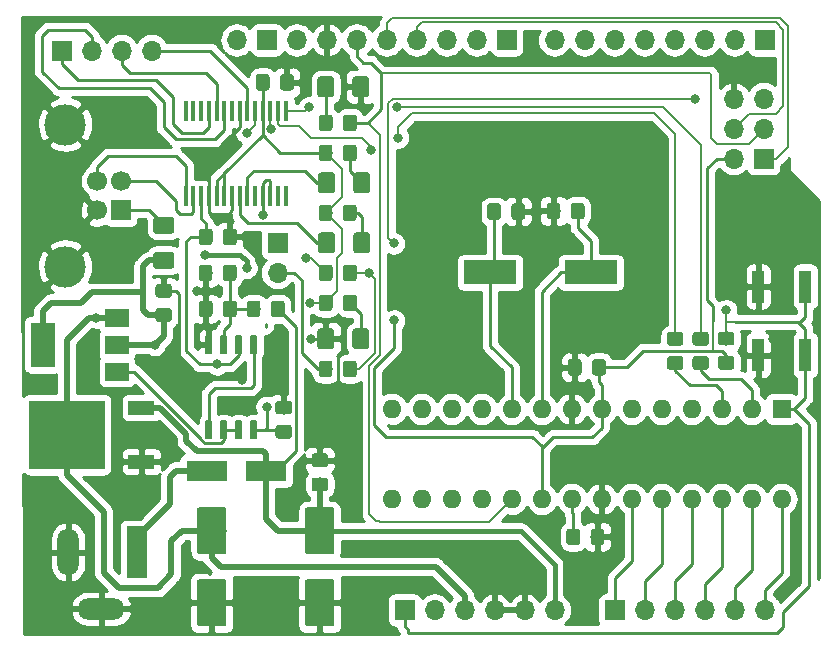
<source format=gbr>
G04 #@! TF.GenerationSoftware,KiCad,Pcbnew,(5.1.4-0-10_14)*
G04 #@! TF.CreationDate,2020-06-11T20:45:34+02:00*
G04 #@! TF.ProjectId,zArduino,7a417264-7569-46e6-9f2e-6b696361645f,rev?*
G04 #@! TF.SameCoordinates,Original*
G04 #@! TF.FileFunction,Copper,L1,Top*
G04 #@! TF.FilePolarity,Positive*
%FSLAX46Y46*%
G04 Gerber Fmt 4.6, Leading zero omitted, Abs format (unit mm)*
G04 Created by KiCad (PCBNEW (5.1.4-0-10_14)) date 2020-06-11 20:45:34*
%MOMM*%
%LPD*%
G04 APERTURE LIST*
%ADD10R,1.700000X1.700000*%
%ADD11O,1.700000X1.700000*%
%ADD12R,3.500000X1.800000*%
%ADD13R,0.450000X1.750000*%
%ADD14C,0.100000*%
%ADD15C,1.150000*%
%ADD16C,1.425000*%
%ADD17C,1.700000*%
%ADD18C,3.500000*%
%ADD19R,2.000000X3.800000*%
%ADD20R,2.000000X1.500000*%
%ADD21R,1.000000X2.800000*%
%ADD22C,0.600000*%
%ADD23R,1.600000X1.600000*%
%ADD24O,1.600000X1.600000*%
%ADD25R,4.500000X2.000000*%
%ADD26O,4.000000X1.800000*%
%ADD27O,1.800000X4.000000*%
%ADD28R,1.800000X4.400000*%
%ADD29R,2.200000X1.200000*%
%ADD30R,6.400000X5.800000*%
%ADD31C,2.500000*%
%ADD32C,0.800000*%
%ADD33C,0.254000*%
%ADD34C,0.203200*%
%ADD35C,0.508000*%
%ADD36C,0.381000*%
G04 APERTURE END LIST*
D10*
X182372000Y-85852000D03*
D11*
X179832000Y-85852000D03*
X182372000Y-83312000D03*
X179832000Y-83312000D03*
X182372000Y-80772000D03*
X179832000Y-80772000D03*
D12*
X140208000Y-112268000D03*
X135208000Y-112268000D03*
D11*
X164668200Y-75793600D03*
X167208200Y-75793600D03*
X169748200Y-75793600D03*
X172288200Y-75793600D03*
X174828200Y-75793600D03*
X177368200Y-75793600D03*
X179908200Y-75793600D03*
D10*
X182448200Y-75793600D03*
X160629600Y-75793600D03*
D11*
X158089600Y-75793600D03*
X155549600Y-75793600D03*
X153009600Y-75793600D03*
X150469600Y-75793600D03*
X147929600Y-75793600D03*
X145389600Y-75793600D03*
X142849600Y-75793600D03*
D13*
X141893000Y-81845600D03*
X141243000Y-81845600D03*
X140593000Y-81845600D03*
X139943000Y-81845600D03*
X139293000Y-81845600D03*
X138643000Y-81845600D03*
X137993000Y-81845600D03*
X137343000Y-81845600D03*
X136693000Y-81845600D03*
X136043000Y-81845600D03*
X135393000Y-81845600D03*
X134743000Y-81845600D03*
X134093000Y-81845600D03*
X133443000Y-81845600D03*
X133443000Y-89045600D03*
X134093000Y-89045600D03*
X134743000Y-89045600D03*
X135393000Y-89045600D03*
X136043000Y-89045600D03*
X136693000Y-89045600D03*
X137343000Y-89045600D03*
X137993000Y-89045600D03*
X138643000Y-89045600D03*
X139293000Y-89045600D03*
X139943000Y-89045600D03*
X140593000Y-89045600D03*
X141243000Y-89045600D03*
X141893000Y-89045600D03*
D14*
G36*
X142206505Y-106342204D02*
G01*
X142230773Y-106345804D01*
X142254572Y-106351765D01*
X142277671Y-106360030D01*
X142299850Y-106370520D01*
X142320893Y-106383132D01*
X142340599Y-106397747D01*
X142358777Y-106414223D01*
X142375253Y-106432401D01*
X142389868Y-106452107D01*
X142402480Y-106473150D01*
X142412970Y-106495329D01*
X142421235Y-106518428D01*
X142427196Y-106542227D01*
X142430796Y-106566495D01*
X142432000Y-106590999D01*
X142432000Y-107241001D01*
X142430796Y-107265505D01*
X142427196Y-107289773D01*
X142421235Y-107313572D01*
X142412970Y-107336671D01*
X142402480Y-107358850D01*
X142389868Y-107379893D01*
X142375253Y-107399599D01*
X142358777Y-107417777D01*
X142340599Y-107434253D01*
X142320893Y-107448868D01*
X142299850Y-107461480D01*
X142277671Y-107471970D01*
X142254572Y-107480235D01*
X142230773Y-107486196D01*
X142206505Y-107489796D01*
X142182001Y-107491000D01*
X141281999Y-107491000D01*
X141257495Y-107489796D01*
X141233227Y-107486196D01*
X141209428Y-107480235D01*
X141186329Y-107471970D01*
X141164150Y-107461480D01*
X141143107Y-107448868D01*
X141123401Y-107434253D01*
X141105223Y-107417777D01*
X141088747Y-107399599D01*
X141074132Y-107379893D01*
X141061520Y-107358850D01*
X141051030Y-107336671D01*
X141042765Y-107313572D01*
X141036804Y-107289773D01*
X141033204Y-107265505D01*
X141032000Y-107241001D01*
X141032000Y-106590999D01*
X141033204Y-106566495D01*
X141036804Y-106542227D01*
X141042765Y-106518428D01*
X141051030Y-106495329D01*
X141061520Y-106473150D01*
X141074132Y-106452107D01*
X141088747Y-106432401D01*
X141105223Y-106414223D01*
X141123401Y-106397747D01*
X141143107Y-106383132D01*
X141164150Y-106370520D01*
X141186329Y-106360030D01*
X141209428Y-106351765D01*
X141233227Y-106345804D01*
X141257495Y-106342204D01*
X141281999Y-106341000D01*
X142182001Y-106341000D01*
X142206505Y-106342204D01*
X142206505Y-106342204D01*
G37*
D15*
X141732000Y-106916000D03*
D14*
G36*
X142206505Y-108392204D02*
G01*
X142230773Y-108395804D01*
X142254572Y-108401765D01*
X142277671Y-108410030D01*
X142299850Y-108420520D01*
X142320893Y-108433132D01*
X142340599Y-108447747D01*
X142358777Y-108464223D01*
X142375253Y-108482401D01*
X142389868Y-108502107D01*
X142402480Y-108523150D01*
X142412970Y-108545329D01*
X142421235Y-108568428D01*
X142427196Y-108592227D01*
X142430796Y-108616495D01*
X142432000Y-108640999D01*
X142432000Y-109291001D01*
X142430796Y-109315505D01*
X142427196Y-109339773D01*
X142421235Y-109363572D01*
X142412970Y-109386671D01*
X142402480Y-109408850D01*
X142389868Y-109429893D01*
X142375253Y-109449599D01*
X142358777Y-109467777D01*
X142340599Y-109484253D01*
X142320893Y-109498868D01*
X142299850Y-109511480D01*
X142277671Y-109521970D01*
X142254572Y-109530235D01*
X142230773Y-109536196D01*
X142206505Y-109539796D01*
X142182001Y-109541000D01*
X141281999Y-109541000D01*
X141257495Y-109539796D01*
X141233227Y-109536196D01*
X141209428Y-109530235D01*
X141186329Y-109521970D01*
X141164150Y-109511480D01*
X141143107Y-109498868D01*
X141123401Y-109484253D01*
X141105223Y-109467777D01*
X141088747Y-109449599D01*
X141074132Y-109429893D01*
X141061520Y-109408850D01*
X141051030Y-109386671D01*
X141042765Y-109363572D01*
X141036804Y-109339773D01*
X141033204Y-109315505D01*
X141032000Y-109291001D01*
X141032000Y-108640999D01*
X141033204Y-108616495D01*
X141036804Y-108592227D01*
X141042765Y-108568428D01*
X141051030Y-108545329D01*
X141061520Y-108523150D01*
X141074132Y-108502107D01*
X141088747Y-108482401D01*
X141105223Y-108464223D01*
X141123401Y-108447747D01*
X141143107Y-108433132D01*
X141164150Y-108420520D01*
X141186329Y-108410030D01*
X141209428Y-108401765D01*
X141233227Y-108395804D01*
X141257495Y-108392204D01*
X141281999Y-108391000D01*
X142182001Y-108391000D01*
X142206505Y-108392204D01*
X142206505Y-108392204D01*
G37*
D15*
X141732000Y-108966000D03*
D14*
G36*
X132046505Y-96454204D02*
G01*
X132070773Y-96457804D01*
X132094572Y-96463765D01*
X132117671Y-96472030D01*
X132139850Y-96482520D01*
X132160893Y-96495132D01*
X132180599Y-96509747D01*
X132198777Y-96526223D01*
X132215253Y-96544401D01*
X132229868Y-96564107D01*
X132242480Y-96585150D01*
X132252970Y-96607329D01*
X132261235Y-96630428D01*
X132267196Y-96654227D01*
X132270796Y-96678495D01*
X132272000Y-96702999D01*
X132272000Y-97353001D01*
X132270796Y-97377505D01*
X132267196Y-97401773D01*
X132261235Y-97425572D01*
X132252970Y-97448671D01*
X132242480Y-97470850D01*
X132229868Y-97491893D01*
X132215253Y-97511599D01*
X132198777Y-97529777D01*
X132180599Y-97546253D01*
X132160893Y-97560868D01*
X132139850Y-97573480D01*
X132117671Y-97583970D01*
X132094572Y-97592235D01*
X132070773Y-97598196D01*
X132046505Y-97601796D01*
X132022001Y-97603000D01*
X131121999Y-97603000D01*
X131097495Y-97601796D01*
X131073227Y-97598196D01*
X131049428Y-97592235D01*
X131026329Y-97583970D01*
X131004150Y-97573480D01*
X130983107Y-97560868D01*
X130963401Y-97546253D01*
X130945223Y-97529777D01*
X130928747Y-97511599D01*
X130914132Y-97491893D01*
X130901520Y-97470850D01*
X130891030Y-97448671D01*
X130882765Y-97425572D01*
X130876804Y-97401773D01*
X130873204Y-97377505D01*
X130872000Y-97353001D01*
X130872000Y-96702999D01*
X130873204Y-96678495D01*
X130876804Y-96654227D01*
X130882765Y-96630428D01*
X130891030Y-96607329D01*
X130901520Y-96585150D01*
X130914132Y-96564107D01*
X130928747Y-96544401D01*
X130945223Y-96526223D01*
X130963401Y-96509747D01*
X130983107Y-96495132D01*
X131004150Y-96482520D01*
X131026329Y-96472030D01*
X131049428Y-96463765D01*
X131073227Y-96457804D01*
X131097495Y-96454204D01*
X131121999Y-96453000D01*
X132022001Y-96453000D01*
X132046505Y-96454204D01*
X132046505Y-96454204D01*
G37*
D15*
X131572000Y-97028000D03*
D14*
G36*
X132046505Y-98504204D02*
G01*
X132070773Y-98507804D01*
X132094572Y-98513765D01*
X132117671Y-98522030D01*
X132139850Y-98532520D01*
X132160893Y-98545132D01*
X132180599Y-98559747D01*
X132198777Y-98576223D01*
X132215253Y-98594401D01*
X132229868Y-98614107D01*
X132242480Y-98635150D01*
X132252970Y-98657329D01*
X132261235Y-98680428D01*
X132267196Y-98704227D01*
X132270796Y-98728495D01*
X132272000Y-98752999D01*
X132272000Y-99403001D01*
X132270796Y-99427505D01*
X132267196Y-99451773D01*
X132261235Y-99475572D01*
X132252970Y-99498671D01*
X132242480Y-99520850D01*
X132229868Y-99541893D01*
X132215253Y-99561599D01*
X132198777Y-99579777D01*
X132180599Y-99596253D01*
X132160893Y-99610868D01*
X132139850Y-99623480D01*
X132117671Y-99633970D01*
X132094572Y-99642235D01*
X132070773Y-99648196D01*
X132046505Y-99651796D01*
X132022001Y-99653000D01*
X131121999Y-99653000D01*
X131097495Y-99651796D01*
X131073227Y-99648196D01*
X131049428Y-99642235D01*
X131026329Y-99633970D01*
X131004150Y-99623480D01*
X130983107Y-99610868D01*
X130963401Y-99596253D01*
X130945223Y-99579777D01*
X130928747Y-99561599D01*
X130914132Y-99541893D01*
X130901520Y-99520850D01*
X130891030Y-99498671D01*
X130882765Y-99475572D01*
X130876804Y-99451773D01*
X130873204Y-99427505D01*
X130872000Y-99403001D01*
X130872000Y-98752999D01*
X130873204Y-98728495D01*
X130876804Y-98704227D01*
X130882765Y-98680428D01*
X130891030Y-98657329D01*
X130901520Y-98635150D01*
X130914132Y-98614107D01*
X130928747Y-98594401D01*
X130945223Y-98576223D01*
X130963401Y-98559747D01*
X130983107Y-98545132D01*
X131004150Y-98532520D01*
X131026329Y-98522030D01*
X131049428Y-98513765D01*
X131073227Y-98507804D01*
X131097495Y-98504204D01*
X131121999Y-98503000D01*
X132022001Y-98503000D01*
X132046505Y-98504204D01*
X132046505Y-98504204D01*
G37*
D15*
X131572000Y-99078000D03*
D14*
G36*
X135459505Y-94805204D02*
G01*
X135483773Y-94808804D01*
X135507572Y-94814765D01*
X135530671Y-94823030D01*
X135552850Y-94833520D01*
X135573893Y-94846132D01*
X135593599Y-94860747D01*
X135611777Y-94877223D01*
X135628253Y-94895401D01*
X135642868Y-94915107D01*
X135655480Y-94936150D01*
X135665970Y-94958329D01*
X135674235Y-94981428D01*
X135680196Y-95005227D01*
X135683796Y-95029495D01*
X135685000Y-95053999D01*
X135685000Y-95954001D01*
X135683796Y-95978505D01*
X135680196Y-96002773D01*
X135674235Y-96026572D01*
X135665970Y-96049671D01*
X135655480Y-96071850D01*
X135642868Y-96092893D01*
X135628253Y-96112599D01*
X135611777Y-96130777D01*
X135593599Y-96147253D01*
X135573893Y-96161868D01*
X135552850Y-96174480D01*
X135530671Y-96184970D01*
X135507572Y-96193235D01*
X135483773Y-96199196D01*
X135459505Y-96202796D01*
X135435001Y-96204000D01*
X134784999Y-96204000D01*
X134760495Y-96202796D01*
X134736227Y-96199196D01*
X134712428Y-96193235D01*
X134689329Y-96184970D01*
X134667150Y-96174480D01*
X134646107Y-96161868D01*
X134626401Y-96147253D01*
X134608223Y-96130777D01*
X134591747Y-96112599D01*
X134577132Y-96092893D01*
X134564520Y-96071850D01*
X134554030Y-96049671D01*
X134545765Y-96026572D01*
X134539804Y-96002773D01*
X134536204Y-95978505D01*
X134535000Y-95954001D01*
X134535000Y-95053999D01*
X134536204Y-95029495D01*
X134539804Y-95005227D01*
X134545765Y-94981428D01*
X134554030Y-94958329D01*
X134564520Y-94936150D01*
X134577132Y-94915107D01*
X134591747Y-94895401D01*
X134608223Y-94877223D01*
X134626401Y-94860747D01*
X134646107Y-94846132D01*
X134667150Y-94833520D01*
X134689329Y-94823030D01*
X134712428Y-94814765D01*
X134736227Y-94808804D01*
X134760495Y-94805204D01*
X134784999Y-94804000D01*
X135435001Y-94804000D01*
X135459505Y-94805204D01*
X135459505Y-94805204D01*
G37*
D15*
X135110000Y-95504000D03*
D14*
G36*
X137509505Y-94805204D02*
G01*
X137533773Y-94808804D01*
X137557572Y-94814765D01*
X137580671Y-94823030D01*
X137602850Y-94833520D01*
X137623893Y-94846132D01*
X137643599Y-94860747D01*
X137661777Y-94877223D01*
X137678253Y-94895401D01*
X137692868Y-94915107D01*
X137705480Y-94936150D01*
X137715970Y-94958329D01*
X137724235Y-94981428D01*
X137730196Y-95005227D01*
X137733796Y-95029495D01*
X137735000Y-95053999D01*
X137735000Y-95954001D01*
X137733796Y-95978505D01*
X137730196Y-96002773D01*
X137724235Y-96026572D01*
X137715970Y-96049671D01*
X137705480Y-96071850D01*
X137692868Y-96092893D01*
X137678253Y-96112599D01*
X137661777Y-96130777D01*
X137643599Y-96147253D01*
X137623893Y-96161868D01*
X137602850Y-96174480D01*
X137580671Y-96184970D01*
X137557572Y-96193235D01*
X137533773Y-96199196D01*
X137509505Y-96202796D01*
X137485001Y-96204000D01*
X136834999Y-96204000D01*
X136810495Y-96202796D01*
X136786227Y-96199196D01*
X136762428Y-96193235D01*
X136739329Y-96184970D01*
X136717150Y-96174480D01*
X136696107Y-96161868D01*
X136676401Y-96147253D01*
X136658223Y-96130777D01*
X136641747Y-96112599D01*
X136627132Y-96092893D01*
X136614520Y-96071850D01*
X136604030Y-96049671D01*
X136595765Y-96026572D01*
X136589804Y-96002773D01*
X136586204Y-95978505D01*
X136585000Y-95954001D01*
X136585000Y-95053999D01*
X136586204Y-95029495D01*
X136589804Y-95005227D01*
X136595765Y-94981428D01*
X136604030Y-94958329D01*
X136614520Y-94936150D01*
X136627132Y-94915107D01*
X136641747Y-94895401D01*
X136658223Y-94877223D01*
X136676401Y-94860747D01*
X136696107Y-94846132D01*
X136717150Y-94833520D01*
X136739329Y-94823030D01*
X136762428Y-94814765D01*
X136786227Y-94808804D01*
X136810495Y-94805204D01*
X136834999Y-94804000D01*
X137485001Y-94804000D01*
X137509505Y-94805204D01*
X137509505Y-94805204D01*
G37*
D15*
X137160000Y-95504000D03*
D14*
G36*
X135477505Y-91757204D02*
G01*
X135501773Y-91760804D01*
X135525572Y-91766765D01*
X135548671Y-91775030D01*
X135570850Y-91785520D01*
X135591893Y-91798132D01*
X135611599Y-91812747D01*
X135629777Y-91829223D01*
X135646253Y-91847401D01*
X135660868Y-91867107D01*
X135673480Y-91888150D01*
X135683970Y-91910329D01*
X135692235Y-91933428D01*
X135698196Y-91957227D01*
X135701796Y-91981495D01*
X135703000Y-92005999D01*
X135703000Y-92906001D01*
X135701796Y-92930505D01*
X135698196Y-92954773D01*
X135692235Y-92978572D01*
X135683970Y-93001671D01*
X135673480Y-93023850D01*
X135660868Y-93044893D01*
X135646253Y-93064599D01*
X135629777Y-93082777D01*
X135611599Y-93099253D01*
X135591893Y-93113868D01*
X135570850Y-93126480D01*
X135548671Y-93136970D01*
X135525572Y-93145235D01*
X135501773Y-93151196D01*
X135477505Y-93154796D01*
X135453001Y-93156000D01*
X134802999Y-93156000D01*
X134778495Y-93154796D01*
X134754227Y-93151196D01*
X134730428Y-93145235D01*
X134707329Y-93136970D01*
X134685150Y-93126480D01*
X134664107Y-93113868D01*
X134644401Y-93099253D01*
X134626223Y-93082777D01*
X134609747Y-93064599D01*
X134595132Y-93044893D01*
X134582520Y-93023850D01*
X134572030Y-93001671D01*
X134563765Y-92978572D01*
X134557804Y-92954773D01*
X134554204Y-92930505D01*
X134553000Y-92906001D01*
X134553000Y-92005999D01*
X134554204Y-91981495D01*
X134557804Y-91957227D01*
X134563765Y-91933428D01*
X134572030Y-91910329D01*
X134582520Y-91888150D01*
X134595132Y-91867107D01*
X134609747Y-91847401D01*
X134626223Y-91829223D01*
X134644401Y-91812747D01*
X134664107Y-91798132D01*
X134685150Y-91785520D01*
X134707329Y-91775030D01*
X134730428Y-91766765D01*
X134754227Y-91760804D01*
X134778495Y-91757204D01*
X134802999Y-91756000D01*
X135453001Y-91756000D01*
X135477505Y-91757204D01*
X135477505Y-91757204D01*
G37*
D15*
X135128000Y-92456000D03*
D14*
G36*
X137527505Y-91757204D02*
G01*
X137551773Y-91760804D01*
X137575572Y-91766765D01*
X137598671Y-91775030D01*
X137620850Y-91785520D01*
X137641893Y-91798132D01*
X137661599Y-91812747D01*
X137679777Y-91829223D01*
X137696253Y-91847401D01*
X137710868Y-91867107D01*
X137723480Y-91888150D01*
X137733970Y-91910329D01*
X137742235Y-91933428D01*
X137748196Y-91957227D01*
X137751796Y-91981495D01*
X137753000Y-92005999D01*
X137753000Y-92906001D01*
X137751796Y-92930505D01*
X137748196Y-92954773D01*
X137742235Y-92978572D01*
X137733970Y-93001671D01*
X137723480Y-93023850D01*
X137710868Y-93044893D01*
X137696253Y-93064599D01*
X137679777Y-93082777D01*
X137661599Y-93099253D01*
X137641893Y-93113868D01*
X137620850Y-93126480D01*
X137598671Y-93136970D01*
X137575572Y-93145235D01*
X137551773Y-93151196D01*
X137527505Y-93154796D01*
X137503001Y-93156000D01*
X136852999Y-93156000D01*
X136828495Y-93154796D01*
X136804227Y-93151196D01*
X136780428Y-93145235D01*
X136757329Y-93136970D01*
X136735150Y-93126480D01*
X136714107Y-93113868D01*
X136694401Y-93099253D01*
X136676223Y-93082777D01*
X136659747Y-93064599D01*
X136645132Y-93044893D01*
X136632520Y-93023850D01*
X136622030Y-93001671D01*
X136613765Y-92978572D01*
X136607804Y-92954773D01*
X136604204Y-92930505D01*
X136603000Y-92906001D01*
X136603000Y-92005999D01*
X136604204Y-91981495D01*
X136607804Y-91957227D01*
X136613765Y-91933428D01*
X136622030Y-91910329D01*
X136632520Y-91888150D01*
X136645132Y-91867107D01*
X136659747Y-91847401D01*
X136676223Y-91829223D01*
X136694401Y-91812747D01*
X136714107Y-91798132D01*
X136735150Y-91785520D01*
X136757329Y-91775030D01*
X136780428Y-91766765D01*
X136804227Y-91760804D01*
X136828495Y-91757204D01*
X136852999Y-91756000D01*
X137503001Y-91756000D01*
X137527505Y-91757204D01*
X137527505Y-91757204D01*
G37*
D15*
X137178000Y-92456000D03*
D14*
G36*
X140303505Y-78676204D02*
G01*
X140327773Y-78679804D01*
X140351572Y-78685765D01*
X140374671Y-78694030D01*
X140396850Y-78704520D01*
X140417893Y-78717132D01*
X140437599Y-78731747D01*
X140455777Y-78748223D01*
X140472253Y-78766401D01*
X140486868Y-78786107D01*
X140499480Y-78807150D01*
X140509970Y-78829329D01*
X140518235Y-78852428D01*
X140524196Y-78876227D01*
X140527796Y-78900495D01*
X140529000Y-78924999D01*
X140529000Y-79825001D01*
X140527796Y-79849505D01*
X140524196Y-79873773D01*
X140518235Y-79897572D01*
X140509970Y-79920671D01*
X140499480Y-79942850D01*
X140486868Y-79963893D01*
X140472253Y-79983599D01*
X140455777Y-80001777D01*
X140437599Y-80018253D01*
X140417893Y-80032868D01*
X140396850Y-80045480D01*
X140374671Y-80055970D01*
X140351572Y-80064235D01*
X140327773Y-80070196D01*
X140303505Y-80073796D01*
X140279001Y-80075000D01*
X139628999Y-80075000D01*
X139604495Y-80073796D01*
X139580227Y-80070196D01*
X139556428Y-80064235D01*
X139533329Y-80055970D01*
X139511150Y-80045480D01*
X139490107Y-80032868D01*
X139470401Y-80018253D01*
X139452223Y-80001777D01*
X139435747Y-79983599D01*
X139421132Y-79963893D01*
X139408520Y-79942850D01*
X139398030Y-79920671D01*
X139389765Y-79897572D01*
X139383804Y-79873773D01*
X139380204Y-79849505D01*
X139379000Y-79825001D01*
X139379000Y-78924999D01*
X139380204Y-78900495D01*
X139383804Y-78876227D01*
X139389765Y-78852428D01*
X139398030Y-78829329D01*
X139408520Y-78807150D01*
X139421132Y-78786107D01*
X139435747Y-78766401D01*
X139452223Y-78748223D01*
X139470401Y-78731747D01*
X139490107Y-78717132D01*
X139511150Y-78704520D01*
X139533329Y-78694030D01*
X139556428Y-78685765D01*
X139580227Y-78679804D01*
X139604495Y-78676204D01*
X139628999Y-78675000D01*
X140279001Y-78675000D01*
X140303505Y-78676204D01*
X140303505Y-78676204D01*
G37*
D15*
X139954000Y-79375000D03*
D14*
G36*
X142353505Y-78676204D02*
G01*
X142377773Y-78679804D01*
X142401572Y-78685765D01*
X142424671Y-78694030D01*
X142446850Y-78704520D01*
X142467893Y-78717132D01*
X142487599Y-78731747D01*
X142505777Y-78748223D01*
X142522253Y-78766401D01*
X142536868Y-78786107D01*
X142549480Y-78807150D01*
X142559970Y-78829329D01*
X142568235Y-78852428D01*
X142574196Y-78876227D01*
X142577796Y-78900495D01*
X142579000Y-78924999D01*
X142579000Y-79825001D01*
X142577796Y-79849505D01*
X142574196Y-79873773D01*
X142568235Y-79897572D01*
X142559970Y-79920671D01*
X142549480Y-79942850D01*
X142536868Y-79963893D01*
X142522253Y-79983599D01*
X142505777Y-80001777D01*
X142487599Y-80018253D01*
X142467893Y-80032868D01*
X142446850Y-80045480D01*
X142424671Y-80055970D01*
X142401572Y-80064235D01*
X142377773Y-80070196D01*
X142353505Y-80073796D01*
X142329001Y-80075000D01*
X141678999Y-80075000D01*
X141654495Y-80073796D01*
X141630227Y-80070196D01*
X141606428Y-80064235D01*
X141583329Y-80055970D01*
X141561150Y-80045480D01*
X141540107Y-80032868D01*
X141520401Y-80018253D01*
X141502223Y-80001777D01*
X141485747Y-79983599D01*
X141471132Y-79963893D01*
X141458520Y-79942850D01*
X141448030Y-79920671D01*
X141439765Y-79897572D01*
X141433804Y-79873773D01*
X141430204Y-79849505D01*
X141429000Y-79825001D01*
X141429000Y-78924999D01*
X141430204Y-78900495D01*
X141433804Y-78876227D01*
X141439765Y-78852428D01*
X141448030Y-78829329D01*
X141458520Y-78807150D01*
X141471132Y-78786107D01*
X141485747Y-78766401D01*
X141502223Y-78748223D01*
X141520401Y-78731747D01*
X141540107Y-78717132D01*
X141561150Y-78704520D01*
X141583329Y-78694030D01*
X141606428Y-78685765D01*
X141630227Y-78679804D01*
X141654495Y-78676204D01*
X141678999Y-78675000D01*
X142329001Y-78675000D01*
X142353505Y-78676204D01*
X142353505Y-78676204D01*
G37*
D15*
X142004000Y-79375000D03*
D14*
G36*
X145263505Y-110796204D02*
G01*
X145287773Y-110799804D01*
X145311572Y-110805765D01*
X145334671Y-110814030D01*
X145356850Y-110824520D01*
X145377893Y-110837132D01*
X145397599Y-110851747D01*
X145415777Y-110868223D01*
X145432253Y-110886401D01*
X145446868Y-110906107D01*
X145459480Y-110927150D01*
X145469970Y-110949329D01*
X145478235Y-110972428D01*
X145484196Y-110996227D01*
X145487796Y-111020495D01*
X145489000Y-111044999D01*
X145489000Y-111695001D01*
X145487796Y-111719505D01*
X145484196Y-111743773D01*
X145478235Y-111767572D01*
X145469970Y-111790671D01*
X145459480Y-111812850D01*
X145446868Y-111833893D01*
X145432253Y-111853599D01*
X145415777Y-111871777D01*
X145397599Y-111888253D01*
X145377893Y-111902868D01*
X145356850Y-111915480D01*
X145334671Y-111925970D01*
X145311572Y-111934235D01*
X145287773Y-111940196D01*
X145263505Y-111943796D01*
X145239001Y-111945000D01*
X144338999Y-111945000D01*
X144314495Y-111943796D01*
X144290227Y-111940196D01*
X144266428Y-111934235D01*
X144243329Y-111925970D01*
X144221150Y-111915480D01*
X144200107Y-111902868D01*
X144180401Y-111888253D01*
X144162223Y-111871777D01*
X144145747Y-111853599D01*
X144131132Y-111833893D01*
X144118520Y-111812850D01*
X144108030Y-111790671D01*
X144099765Y-111767572D01*
X144093804Y-111743773D01*
X144090204Y-111719505D01*
X144089000Y-111695001D01*
X144089000Y-111044999D01*
X144090204Y-111020495D01*
X144093804Y-110996227D01*
X144099765Y-110972428D01*
X144108030Y-110949329D01*
X144118520Y-110927150D01*
X144131132Y-110906107D01*
X144145747Y-110886401D01*
X144162223Y-110868223D01*
X144180401Y-110851747D01*
X144200107Y-110837132D01*
X144221150Y-110824520D01*
X144243329Y-110814030D01*
X144266428Y-110805765D01*
X144290227Y-110799804D01*
X144314495Y-110796204D01*
X144338999Y-110795000D01*
X145239001Y-110795000D01*
X145263505Y-110796204D01*
X145263505Y-110796204D01*
G37*
D15*
X144789000Y-111370000D03*
D14*
G36*
X145263505Y-112846204D02*
G01*
X145287773Y-112849804D01*
X145311572Y-112855765D01*
X145334671Y-112864030D01*
X145356850Y-112874520D01*
X145377893Y-112887132D01*
X145397599Y-112901747D01*
X145415777Y-112918223D01*
X145432253Y-112936401D01*
X145446868Y-112956107D01*
X145459480Y-112977150D01*
X145469970Y-112999329D01*
X145478235Y-113022428D01*
X145484196Y-113046227D01*
X145487796Y-113070495D01*
X145489000Y-113094999D01*
X145489000Y-113745001D01*
X145487796Y-113769505D01*
X145484196Y-113793773D01*
X145478235Y-113817572D01*
X145469970Y-113840671D01*
X145459480Y-113862850D01*
X145446868Y-113883893D01*
X145432253Y-113903599D01*
X145415777Y-113921777D01*
X145397599Y-113938253D01*
X145377893Y-113952868D01*
X145356850Y-113965480D01*
X145334671Y-113975970D01*
X145311572Y-113984235D01*
X145287773Y-113990196D01*
X145263505Y-113993796D01*
X145239001Y-113995000D01*
X144338999Y-113995000D01*
X144314495Y-113993796D01*
X144290227Y-113990196D01*
X144266428Y-113984235D01*
X144243329Y-113975970D01*
X144221150Y-113965480D01*
X144200107Y-113952868D01*
X144180401Y-113938253D01*
X144162223Y-113921777D01*
X144145747Y-113903599D01*
X144131132Y-113883893D01*
X144118520Y-113862850D01*
X144108030Y-113840671D01*
X144099765Y-113817572D01*
X144093804Y-113793773D01*
X144090204Y-113769505D01*
X144089000Y-113745001D01*
X144089000Y-113094999D01*
X144090204Y-113070495D01*
X144093804Y-113046227D01*
X144099765Y-113022428D01*
X144108030Y-112999329D01*
X144118520Y-112977150D01*
X144131132Y-112956107D01*
X144145747Y-112936401D01*
X144162223Y-112918223D01*
X144180401Y-112901747D01*
X144200107Y-112887132D01*
X144221150Y-112874520D01*
X144243329Y-112864030D01*
X144266428Y-112855765D01*
X144290227Y-112849804D01*
X144314495Y-112846204D01*
X144338999Y-112845000D01*
X145239001Y-112845000D01*
X145263505Y-112846204D01*
X145263505Y-112846204D01*
G37*
D15*
X144789000Y-113420000D03*
D14*
G36*
X147678505Y-102933204D02*
G01*
X147702773Y-102936804D01*
X147726572Y-102942765D01*
X147749671Y-102951030D01*
X147771850Y-102961520D01*
X147792893Y-102974132D01*
X147812599Y-102988747D01*
X147830777Y-103005223D01*
X147847253Y-103023401D01*
X147861868Y-103043107D01*
X147874480Y-103064150D01*
X147884970Y-103086329D01*
X147893235Y-103109428D01*
X147899196Y-103133227D01*
X147902796Y-103157495D01*
X147904000Y-103181999D01*
X147904000Y-104082001D01*
X147902796Y-104106505D01*
X147899196Y-104130773D01*
X147893235Y-104154572D01*
X147884970Y-104177671D01*
X147874480Y-104199850D01*
X147861868Y-104220893D01*
X147847253Y-104240599D01*
X147830777Y-104258777D01*
X147812599Y-104275253D01*
X147792893Y-104289868D01*
X147771850Y-104302480D01*
X147749671Y-104312970D01*
X147726572Y-104321235D01*
X147702773Y-104327196D01*
X147678505Y-104330796D01*
X147654001Y-104332000D01*
X147003999Y-104332000D01*
X146979495Y-104330796D01*
X146955227Y-104327196D01*
X146931428Y-104321235D01*
X146908329Y-104312970D01*
X146886150Y-104302480D01*
X146865107Y-104289868D01*
X146845401Y-104275253D01*
X146827223Y-104258777D01*
X146810747Y-104240599D01*
X146796132Y-104220893D01*
X146783520Y-104199850D01*
X146773030Y-104177671D01*
X146764765Y-104154572D01*
X146758804Y-104130773D01*
X146755204Y-104106505D01*
X146754000Y-104082001D01*
X146754000Y-103181999D01*
X146755204Y-103157495D01*
X146758804Y-103133227D01*
X146764765Y-103109428D01*
X146773030Y-103086329D01*
X146783520Y-103064150D01*
X146796132Y-103043107D01*
X146810747Y-103023401D01*
X146827223Y-103005223D01*
X146845401Y-102988747D01*
X146865107Y-102974132D01*
X146886150Y-102961520D01*
X146908329Y-102951030D01*
X146931428Y-102942765D01*
X146955227Y-102936804D01*
X146979495Y-102933204D01*
X147003999Y-102932000D01*
X147654001Y-102932000D01*
X147678505Y-102933204D01*
X147678505Y-102933204D01*
G37*
D15*
X147329000Y-103632000D03*
D14*
G36*
X145628505Y-102933204D02*
G01*
X145652773Y-102936804D01*
X145676572Y-102942765D01*
X145699671Y-102951030D01*
X145721850Y-102961520D01*
X145742893Y-102974132D01*
X145762599Y-102988747D01*
X145780777Y-103005223D01*
X145797253Y-103023401D01*
X145811868Y-103043107D01*
X145824480Y-103064150D01*
X145834970Y-103086329D01*
X145843235Y-103109428D01*
X145849196Y-103133227D01*
X145852796Y-103157495D01*
X145854000Y-103181999D01*
X145854000Y-104082001D01*
X145852796Y-104106505D01*
X145849196Y-104130773D01*
X145843235Y-104154572D01*
X145834970Y-104177671D01*
X145824480Y-104199850D01*
X145811868Y-104220893D01*
X145797253Y-104240599D01*
X145780777Y-104258777D01*
X145762599Y-104275253D01*
X145742893Y-104289868D01*
X145721850Y-104302480D01*
X145699671Y-104312970D01*
X145676572Y-104321235D01*
X145652773Y-104327196D01*
X145628505Y-104330796D01*
X145604001Y-104332000D01*
X144953999Y-104332000D01*
X144929495Y-104330796D01*
X144905227Y-104327196D01*
X144881428Y-104321235D01*
X144858329Y-104312970D01*
X144836150Y-104302480D01*
X144815107Y-104289868D01*
X144795401Y-104275253D01*
X144777223Y-104258777D01*
X144760747Y-104240599D01*
X144746132Y-104220893D01*
X144733520Y-104199850D01*
X144723030Y-104177671D01*
X144714765Y-104154572D01*
X144708804Y-104130773D01*
X144705204Y-104106505D01*
X144704000Y-104082001D01*
X144704000Y-103181999D01*
X144705204Y-103157495D01*
X144708804Y-103133227D01*
X144714765Y-103109428D01*
X144723030Y-103086329D01*
X144733520Y-103064150D01*
X144746132Y-103043107D01*
X144760747Y-103023401D01*
X144777223Y-103005223D01*
X144795401Y-102988747D01*
X144815107Y-102974132D01*
X144836150Y-102961520D01*
X144858329Y-102951030D01*
X144881428Y-102942765D01*
X144905227Y-102936804D01*
X144929495Y-102933204D01*
X144953999Y-102932000D01*
X145604001Y-102932000D01*
X145628505Y-102933204D01*
X145628505Y-102933204D01*
G37*
D15*
X145279000Y-103632000D03*
D14*
G36*
X168769505Y-102806204D02*
G01*
X168793773Y-102809804D01*
X168817572Y-102815765D01*
X168840671Y-102824030D01*
X168862850Y-102834520D01*
X168883893Y-102847132D01*
X168903599Y-102861747D01*
X168921777Y-102878223D01*
X168938253Y-102896401D01*
X168952868Y-102916107D01*
X168965480Y-102937150D01*
X168975970Y-102959329D01*
X168984235Y-102982428D01*
X168990196Y-103006227D01*
X168993796Y-103030495D01*
X168995000Y-103054999D01*
X168995000Y-103955001D01*
X168993796Y-103979505D01*
X168990196Y-104003773D01*
X168984235Y-104027572D01*
X168975970Y-104050671D01*
X168965480Y-104072850D01*
X168952868Y-104093893D01*
X168938253Y-104113599D01*
X168921777Y-104131777D01*
X168903599Y-104148253D01*
X168883893Y-104162868D01*
X168862850Y-104175480D01*
X168840671Y-104185970D01*
X168817572Y-104194235D01*
X168793773Y-104200196D01*
X168769505Y-104203796D01*
X168745001Y-104205000D01*
X168094999Y-104205000D01*
X168070495Y-104203796D01*
X168046227Y-104200196D01*
X168022428Y-104194235D01*
X167999329Y-104185970D01*
X167977150Y-104175480D01*
X167956107Y-104162868D01*
X167936401Y-104148253D01*
X167918223Y-104131777D01*
X167901747Y-104113599D01*
X167887132Y-104093893D01*
X167874520Y-104072850D01*
X167864030Y-104050671D01*
X167855765Y-104027572D01*
X167849804Y-104003773D01*
X167846204Y-103979505D01*
X167845000Y-103955001D01*
X167845000Y-103054999D01*
X167846204Y-103030495D01*
X167849804Y-103006227D01*
X167855765Y-102982428D01*
X167864030Y-102959329D01*
X167874520Y-102937150D01*
X167887132Y-102916107D01*
X167901747Y-102896401D01*
X167918223Y-102878223D01*
X167936401Y-102861747D01*
X167956107Y-102847132D01*
X167977150Y-102834520D01*
X167999329Y-102824030D01*
X168022428Y-102815765D01*
X168046227Y-102809804D01*
X168070495Y-102806204D01*
X168094999Y-102805000D01*
X168745001Y-102805000D01*
X168769505Y-102806204D01*
X168769505Y-102806204D01*
G37*
D15*
X168420000Y-103505000D03*
D14*
G36*
X166719505Y-102806204D02*
G01*
X166743773Y-102809804D01*
X166767572Y-102815765D01*
X166790671Y-102824030D01*
X166812850Y-102834520D01*
X166833893Y-102847132D01*
X166853599Y-102861747D01*
X166871777Y-102878223D01*
X166888253Y-102896401D01*
X166902868Y-102916107D01*
X166915480Y-102937150D01*
X166925970Y-102959329D01*
X166934235Y-102982428D01*
X166940196Y-103006227D01*
X166943796Y-103030495D01*
X166945000Y-103054999D01*
X166945000Y-103955001D01*
X166943796Y-103979505D01*
X166940196Y-104003773D01*
X166934235Y-104027572D01*
X166925970Y-104050671D01*
X166915480Y-104072850D01*
X166902868Y-104093893D01*
X166888253Y-104113599D01*
X166871777Y-104131777D01*
X166853599Y-104148253D01*
X166833893Y-104162868D01*
X166812850Y-104175480D01*
X166790671Y-104185970D01*
X166767572Y-104194235D01*
X166743773Y-104200196D01*
X166719505Y-104203796D01*
X166695001Y-104205000D01*
X166044999Y-104205000D01*
X166020495Y-104203796D01*
X165996227Y-104200196D01*
X165972428Y-104194235D01*
X165949329Y-104185970D01*
X165927150Y-104175480D01*
X165906107Y-104162868D01*
X165886401Y-104148253D01*
X165868223Y-104131777D01*
X165851747Y-104113599D01*
X165837132Y-104093893D01*
X165824520Y-104072850D01*
X165814030Y-104050671D01*
X165805765Y-104027572D01*
X165799804Y-104003773D01*
X165796204Y-103979505D01*
X165795000Y-103955001D01*
X165795000Y-103054999D01*
X165796204Y-103030495D01*
X165799804Y-103006227D01*
X165805765Y-102982428D01*
X165814030Y-102959329D01*
X165824520Y-102937150D01*
X165837132Y-102916107D01*
X165851747Y-102896401D01*
X165868223Y-102878223D01*
X165886401Y-102861747D01*
X165906107Y-102847132D01*
X165927150Y-102834520D01*
X165949329Y-102824030D01*
X165972428Y-102815765D01*
X165996227Y-102809804D01*
X166020495Y-102806204D01*
X166044999Y-102805000D01*
X166695001Y-102805000D01*
X166719505Y-102806204D01*
X166719505Y-102806204D01*
G37*
D15*
X166370000Y-103505000D03*
D14*
G36*
X164923505Y-89572804D02*
G01*
X164947773Y-89576404D01*
X164971572Y-89582365D01*
X164994671Y-89590630D01*
X165016850Y-89601120D01*
X165037893Y-89613732D01*
X165057599Y-89628347D01*
X165075777Y-89644823D01*
X165092253Y-89663001D01*
X165106868Y-89682707D01*
X165119480Y-89703750D01*
X165129970Y-89725929D01*
X165138235Y-89749028D01*
X165144196Y-89772827D01*
X165147796Y-89797095D01*
X165149000Y-89821599D01*
X165149000Y-90721601D01*
X165147796Y-90746105D01*
X165144196Y-90770373D01*
X165138235Y-90794172D01*
X165129970Y-90817271D01*
X165119480Y-90839450D01*
X165106868Y-90860493D01*
X165092253Y-90880199D01*
X165075777Y-90898377D01*
X165057599Y-90914853D01*
X165037893Y-90929468D01*
X165016850Y-90942080D01*
X164994671Y-90952570D01*
X164971572Y-90960835D01*
X164947773Y-90966796D01*
X164923505Y-90970396D01*
X164899001Y-90971600D01*
X164248999Y-90971600D01*
X164224495Y-90970396D01*
X164200227Y-90966796D01*
X164176428Y-90960835D01*
X164153329Y-90952570D01*
X164131150Y-90942080D01*
X164110107Y-90929468D01*
X164090401Y-90914853D01*
X164072223Y-90898377D01*
X164055747Y-90880199D01*
X164041132Y-90860493D01*
X164028520Y-90839450D01*
X164018030Y-90817271D01*
X164009765Y-90794172D01*
X164003804Y-90770373D01*
X164000204Y-90746105D01*
X163999000Y-90721601D01*
X163999000Y-89821599D01*
X164000204Y-89797095D01*
X164003804Y-89772827D01*
X164009765Y-89749028D01*
X164018030Y-89725929D01*
X164028520Y-89703750D01*
X164041132Y-89682707D01*
X164055747Y-89663001D01*
X164072223Y-89644823D01*
X164090401Y-89628347D01*
X164110107Y-89613732D01*
X164131150Y-89601120D01*
X164153329Y-89590630D01*
X164176428Y-89582365D01*
X164200227Y-89576404D01*
X164224495Y-89572804D01*
X164248999Y-89571600D01*
X164899001Y-89571600D01*
X164923505Y-89572804D01*
X164923505Y-89572804D01*
G37*
D15*
X164574000Y-90271600D03*
D14*
G36*
X166973505Y-89572804D02*
G01*
X166997773Y-89576404D01*
X167021572Y-89582365D01*
X167044671Y-89590630D01*
X167066850Y-89601120D01*
X167087893Y-89613732D01*
X167107599Y-89628347D01*
X167125777Y-89644823D01*
X167142253Y-89663001D01*
X167156868Y-89682707D01*
X167169480Y-89703750D01*
X167179970Y-89725929D01*
X167188235Y-89749028D01*
X167194196Y-89772827D01*
X167197796Y-89797095D01*
X167199000Y-89821599D01*
X167199000Y-90721601D01*
X167197796Y-90746105D01*
X167194196Y-90770373D01*
X167188235Y-90794172D01*
X167179970Y-90817271D01*
X167169480Y-90839450D01*
X167156868Y-90860493D01*
X167142253Y-90880199D01*
X167125777Y-90898377D01*
X167107599Y-90914853D01*
X167087893Y-90929468D01*
X167066850Y-90942080D01*
X167044671Y-90952570D01*
X167021572Y-90960835D01*
X166997773Y-90966796D01*
X166973505Y-90970396D01*
X166949001Y-90971600D01*
X166298999Y-90971600D01*
X166274495Y-90970396D01*
X166250227Y-90966796D01*
X166226428Y-90960835D01*
X166203329Y-90952570D01*
X166181150Y-90942080D01*
X166160107Y-90929468D01*
X166140401Y-90914853D01*
X166122223Y-90898377D01*
X166105747Y-90880199D01*
X166091132Y-90860493D01*
X166078520Y-90839450D01*
X166068030Y-90817271D01*
X166059765Y-90794172D01*
X166053804Y-90770373D01*
X166050204Y-90746105D01*
X166049000Y-90721601D01*
X166049000Y-89821599D01*
X166050204Y-89797095D01*
X166053804Y-89772827D01*
X166059765Y-89749028D01*
X166068030Y-89725929D01*
X166078520Y-89703750D01*
X166091132Y-89682707D01*
X166105747Y-89663001D01*
X166122223Y-89644823D01*
X166140401Y-89628347D01*
X166160107Y-89613732D01*
X166181150Y-89601120D01*
X166203329Y-89590630D01*
X166226428Y-89582365D01*
X166250227Y-89576404D01*
X166274495Y-89572804D01*
X166298999Y-89571600D01*
X166949001Y-89571600D01*
X166973505Y-89572804D01*
X166973505Y-89572804D01*
G37*
D15*
X166624000Y-90271600D03*
D14*
G36*
X159886905Y-89623604D02*
G01*
X159911173Y-89627204D01*
X159934972Y-89633165D01*
X159958071Y-89641430D01*
X159980250Y-89651920D01*
X160001293Y-89664532D01*
X160020999Y-89679147D01*
X160039177Y-89695623D01*
X160055653Y-89713801D01*
X160070268Y-89733507D01*
X160082880Y-89754550D01*
X160093370Y-89776729D01*
X160101635Y-89799828D01*
X160107596Y-89823627D01*
X160111196Y-89847895D01*
X160112400Y-89872399D01*
X160112400Y-90772401D01*
X160111196Y-90796905D01*
X160107596Y-90821173D01*
X160101635Y-90844972D01*
X160093370Y-90868071D01*
X160082880Y-90890250D01*
X160070268Y-90911293D01*
X160055653Y-90930999D01*
X160039177Y-90949177D01*
X160020999Y-90965653D01*
X160001293Y-90980268D01*
X159980250Y-90992880D01*
X159958071Y-91003370D01*
X159934972Y-91011635D01*
X159911173Y-91017596D01*
X159886905Y-91021196D01*
X159862401Y-91022400D01*
X159212399Y-91022400D01*
X159187895Y-91021196D01*
X159163627Y-91017596D01*
X159139828Y-91011635D01*
X159116729Y-91003370D01*
X159094550Y-90992880D01*
X159073507Y-90980268D01*
X159053801Y-90965653D01*
X159035623Y-90949177D01*
X159019147Y-90930999D01*
X159004532Y-90911293D01*
X158991920Y-90890250D01*
X158981430Y-90868071D01*
X158973165Y-90844972D01*
X158967204Y-90821173D01*
X158963604Y-90796905D01*
X158962400Y-90772401D01*
X158962400Y-89872399D01*
X158963604Y-89847895D01*
X158967204Y-89823627D01*
X158973165Y-89799828D01*
X158981430Y-89776729D01*
X158991920Y-89754550D01*
X159004532Y-89733507D01*
X159019147Y-89713801D01*
X159035623Y-89695623D01*
X159053801Y-89679147D01*
X159073507Y-89664532D01*
X159094550Y-89651920D01*
X159116729Y-89641430D01*
X159139828Y-89633165D01*
X159163627Y-89627204D01*
X159187895Y-89623604D01*
X159212399Y-89622400D01*
X159862401Y-89622400D01*
X159886905Y-89623604D01*
X159886905Y-89623604D01*
G37*
D15*
X159537400Y-90322400D03*
D14*
G36*
X161936905Y-89623604D02*
G01*
X161961173Y-89627204D01*
X161984972Y-89633165D01*
X162008071Y-89641430D01*
X162030250Y-89651920D01*
X162051293Y-89664532D01*
X162070999Y-89679147D01*
X162089177Y-89695623D01*
X162105653Y-89713801D01*
X162120268Y-89733507D01*
X162132880Y-89754550D01*
X162143370Y-89776729D01*
X162151635Y-89799828D01*
X162157596Y-89823627D01*
X162161196Y-89847895D01*
X162162400Y-89872399D01*
X162162400Y-90772401D01*
X162161196Y-90796905D01*
X162157596Y-90821173D01*
X162151635Y-90844972D01*
X162143370Y-90868071D01*
X162132880Y-90890250D01*
X162120268Y-90911293D01*
X162105653Y-90930999D01*
X162089177Y-90949177D01*
X162070999Y-90965653D01*
X162051293Y-90980268D01*
X162030250Y-90992880D01*
X162008071Y-91003370D01*
X161984972Y-91011635D01*
X161961173Y-91017596D01*
X161936905Y-91021196D01*
X161912401Y-91022400D01*
X161262399Y-91022400D01*
X161237895Y-91021196D01*
X161213627Y-91017596D01*
X161189828Y-91011635D01*
X161166729Y-91003370D01*
X161144550Y-90992880D01*
X161123507Y-90980268D01*
X161103801Y-90965653D01*
X161085623Y-90949177D01*
X161069147Y-90930999D01*
X161054532Y-90911293D01*
X161041920Y-90890250D01*
X161031430Y-90868071D01*
X161023165Y-90844972D01*
X161017204Y-90821173D01*
X161013604Y-90796905D01*
X161012400Y-90772401D01*
X161012400Y-89872399D01*
X161013604Y-89847895D01*
X161017204Y-89823627D01*
X161023165Y-89799828D01*
X161031430Y-89776729D01*
X161041920Y-89754550D01*
X161054532Y-89733507D01*
X161069147Y-89713801D01*
X161085623Y-89695623D01*
X161103801Y-89679147D01*
X161123507Y-89664532D01*
X161144550Y-89651920D01*
X161166729Y-89641430D01*
X161189828Y-89633165D01*
X161213627Y-89627204D01*
X161237895Y-89623604D01*
X161262399Y-89622400D01*
X161912401Y-89622400D01*
X161936905Y-89623604D01*
X161936905Y-89623604D01*
G37*
D15*
X161587400Y-90322400D03*
D14*
G36*
X166592505Y-117157204D02*
G01*
X166616773Y-117160804D01*
X166640572Y-117166765D01*
X166663671Y-117175030D01*
X166685850Y-117185520D01*
X166706893Y-117198132D01*
X166726599Y-117212747D01*
X166744777Y-117229223D01*
X166761253Y-117247401D01*
X166775868Y-117267107D01*
X166788480Y-117288150D01*
X166798970Y-117310329D01*
X166807235Y-117333428D01*
X166813196Y-117357227D01*
X166816796Y-117381495D01*
X166818000Y-117405999D01*
X166818000Y-118306001D01*
X166816796Y-118330505D01*
X166813196Y-118354773D01*
X166807235Y-118378572D01*
X166798970Y-118401671D01*
X166788480Y-118423850D01*
X166775868Y-118444893D01*
X166761253Y-118464599D01*
X166744777Y-118482777D01*
X166726599Y-118499253D01*
X166706893Y-118513868D01*
X166685850Y-118526480D01*
X166663671Y-118536970D01*
X166640572Y-118545235D01*
X166616773Y-118551196D01*
X166592505Y-118554796D01*
X166568001Y-118556000D01*
X165917999Y-118556000D01*
X165893495Y-118554796D01*
X165869227Y-118551196D01*
X165845428Y-118545235D01*
X165822329Y-118536970D01*
X165800150Y-118526480D01*
X165779107Y-118513868D01*
X165759401Y-118499253D01*
X165741223Y-118482777D01*
X165724747Y-118464599D01*
X165710132Y-118444893D01*
X165697520Y-118423850D01*
X165687030Y-118401671D01*
X165678765Y-118378572D01*
X165672804Y-118354773D01*
X165669204Y-118330505D01*
X165668000Y-118306001D01*
X165668000Y-117405999D01*
X165669204Y-117381495D01*
X165672804Y-117357227D01*
X165678765Y-117333428D01*
X165687030Y-117310329D01*
X165697520Y-117288150D01*
X165710132Y-117267107D01*
X165724747Y-117247401D01*
X165741223Y-117229223D01*
X165759401Y-117212747D01*
X165779107Y-117198132D01*
X165800150Y-117185520D01*
X165822329Y-117175030D01*
X165845428Y-117166765D01*
X165869227Y-117160804D01*
X165893495Y-117157204D01*
X165917999Y-117156000D01*
X166568001Y-117156000D01*
X166592505Y-117157204D01*
X166592505Y-117157204D01*
G37*
D15*
X166243000Y-117856000D03*
D14*
G36*
X168642505Y-117157204D02*
G01*
X168666773Y-117160804D01*
X168690572Y-117166765D01*
X168713671Y-117175030D01*
X168735850Y-117185520D01*
X168756893Y-117198132D01*
X168776599Y-117212747D01*
X168794777Y-117229223D01*
X168811253Y-117247401D01*
X168825868Y-117267107D01*
X168838480Y-117288150D01*
X168848970Y-117310329D01*
X168857235Y-117333428D01*
X168863196Y-117357227D01*
X168866796Y-117381495D01*
X168868000Y-117405999D01*
X168868000Y-118306001D01*
X168866796Y-118330505D01*
X168863196Y-118354773D01*
X168857235Y-118378572D01*
X168848970Y-118401671D01*
X168838480Y-118423850D01*
X168825868Y-118444893D01*
X168811253Y-118464599D01*
X168794777Y-118482777D01*
X168776599Y-118499253D01*
X168756893Y-118513868D01*
X168735850Y-118526480D01*
X168713671Y-118536970D01*
X168690572Y-118545235D01*
X168666773Y-118551196D01*
X168642505Y-118554796D01*
X168618001Y-118556000D01*
X167967999Y-118556000D01*
X167943495Y-118554796D01*
X167919227Y-118551196D01*
X167895428Y-118545235D01*
X167872329Y-118536970D01*
X167850150Y-118526480D01*
X167829107Y-118513868D01*
X167809401Y-118499253D01*
X167791223Y-118482777D01*
X167774747Y-118464599D01*
X167760132Y-118444893D01*
X167747520Y-118423850D01*
X167737030Y-118401671D01*
X167728765Y-118378572D01*
X167722804Y-118354773D01*
X167719204Y-118330505D01*
X167718000Y-118306001D01*
X167718000Y-117405999D01*
X167719204Y-117381495D01*
X167722804Y-117357227D01*
X167728765Y-117333428D01*
X167737030Y-117310329D01*
X167747520Y-117288150D01*
X167760132Y-117267107D01*
X167774747Y-117247401D01*
X167791223Y-117229223D01*
X167809401Y-117212747D01*
X167829107Y-117198132D01*
X167850150Y-117185520D01*
X167872329Y-117175030D01*
X167895428Y-117166765D01*
X167919227Y-117160804D01*
X167943495Y-117157204D01*
X167967999Y-117156000D01*
X168618001Y-117156000D01*
X168642505Y-117157204D01*
X168642505Y-117157204D01*
G37*
D15*
X168293000Y-117856000D03*
D14*
G36*
X148750004Y-100218204D02*
G01*
X148774273Y-100221804D01*
X148798071Y-100227765D01*
X148821171Y-100236030D01*
X148843349Y-100246520D01*
X148864393Y-100259133D01*
X148884098Y-100273747D01*
X148902277Y-100290223D01*
X148918753Y-100308402D01*
X148933367Y-100328107D01*
X148945980Y-100349151D01*
X148956470Y-100371329D01*
X148964735Y-100394429D01*
X148970696Y-100418227D01*
X148974296Y-100442496D01*
X148975500Y-100467000D01*
X148975500Y-101717000D01*
X148974296Y-101741504D01*
X148970696Y-101765773D01*
X148964735Y-101789571D01*
X148956470Y-101812671D01*
X148945980Y-101834849D01*
X148933367Y-101855893D01*
X148918753Y-101875598D01*
X148902277Y-101893777D01*
X148884098Y-101910253D01*
X148864393Y-101924867D01*
X148843349Y-101937480D01*
X148821171Y-101947970D01*
X148798071Y-101956235D01*
X148774273Y-101962196D01*
X148750004Y-101965796D01*
X148725500Y-101967000D01*
X147800500Y-101967000D01*
X147775996Y-101965796D01*
X147751727Y-101962196D01*
X147727929Y-101956235D01*
X147704829Y-101947970D01*
X147682651Y-101937480D01*
X147661607Y-101924867D01*
X147641902Y-101910253D01*
X147623723Y-101893777D01*
X147607247Y-101875598D01*
X147592633Y-101855893D01*
X147580020Y-101834849D01*
X147569530Y-101812671D01*
X147561265Y-101789571D01*
X147555304Y-101765773D01*
X147551704Y-101741504D01*
X147550500Y-101717000D01*
X147550500Y-100467000D01*
X147551704Y-100442496D01*
X147555304Y-100418227D01*
X147561265Y-100394429D01*
X147569530Y-100371329D01*
X147580020Y-100349151D01*
X147592633Y-100328107D01*
X147607247Y-100308402D01*
X147623723Y-100290223D01*
X147641902Y-100273747D01*
X147661607Y-100259133D01*
X147682651Y-100246520D01*
X147704829Y-100236030D01*
X147727929Y-100227765D01*
X147751727Y-100221804D01*
X147775996Y-100218204D01*
X147800500Y-100217000D01*
X148725500Y-100217000D01*
X148750004Y-100218204D01*
X148750004Y-100218204D01*
G37*
D16*
X148263000Y-101092000D03*
D14*
G36*
X145775004Y-100218204D02*
G01*
X145799273Y-100221804D01*
X145823071Y-100227765D01*
X145846171Y-100236030D01*
X145868349Y-100246520D01*
X145889393Y-100259133D01*
X145909098Y-100273747D01*
X145927277Y-100290223D01*
X145943753Y-100308402D01*
X145958367Y-100328107D01*
X145970980Y-100349151D01*
X145981470Y-100371329D01*
X145989735Y-100394429D01*
X145995696Y-100418227D01*
X145999296Y-100442496D01*
X146000500Y-100467000D01*
X146000500Y-101717000D01*
X145999296Y-101741504D01*
X145995696Y-101765773D01*
X145989735Y-101789571D01*
X145981470Y-101812671D01*
X145970980Y-101834849D01*
X145958367Y-101855893D01*
X145943753Y-101875598D01*
X145927277Y-101893777D01*
X145909098Y-101910253D01*
X145889393Y-101924867D01*
X145868349Y-101937480D01*
X145846171Y-101947970D01*
X145823071Y-101956235D01*
X145799273Y-101962196D01*
X145775004Y-101965796D01*
X145750500Y-101967000D01*
X144825500Y-101967000D01*
X144800996Y-101965796D01*
X144776727Y-101962196D01*
X144752929Y-101956235D01*
X144729829Y-101947970D01*
X144707651Y-101937480D01*
X144686607Y-101924867D01*
X144666902Y-101910253D01*
X144648723Y-101893777D01*
X144632247Y-101875598D01*
X144617633Y-101855893D01*
X144605020Y-101834849D01*
X144594530Y-101812671D01*
X144586265Y-101789571D01*
X144580304Y-101765773D01*
X144576704Y-101741504D01*
X144575500Y-101717000D01*
X144575500Y-100467000D01*
X144576704Y-100442496D01*
X144580304Y-100418227D01*
X144586265Y-100394429D01*
X144594530Y-100371329D01*
X144605020Y-100349151D01*
X144617633Y-100328107D01*
X144632247Y-100308402D01*
X144648723Y-100290223D01*
X144666902Y-100273747D01*
X144686607Y-100259133D01*
X144707651Y-100246520D01*
X144729829Y-100236030D01*
X144752929Y-100227765D01*
X144776727Y-100221804D01*
X144800996Y-100218204D01*
X144825500Y-100217000D01*
X145750500Y-100217000D01*
X145775004Y-100218204D01*
X145775004Y-100218204D01*
G37*
D16*
X145288000Y-101092000D03*
D14*
G36*
X145848004Y-87010204D02*
G01*
X145872273Y-87013804D01*
X145896071Y-87019765D01*
X145919171Y-87028030D01*
X145941349Y-87038520D01*
X145962393Y-87051133D01*
X145982098Y-87065747D01*
X146000277Y-87082223D01*
X146016753Y-87100402D01*
X146031367Y-87120107D01*
X146043980Y-87141151D01*
X146054470Y-87163329D01*
X146062735Y-87186429D01*
X146068696Y-87210227D01*
X146072296Y-87234496D01*
X146073500Y-87259000D01*
X146073500Y-88509000D01*
X146072296Y-88533504D01*
X146068696Y-88557773D01*
X146062735Y-88581571D01*
X146054470Y-88604671D01*
X146043980Y-88626849D01*
X146031367Y-88647893D01*
X146016753Y-88667598D01*
X146000277Y-88685777D01*
X145982098Y-88702253D01*
X145962393Y-88716867D01*
X145941349Y-88729480D01*
X145919171Y-88739970D01*
X145896071Y-88748235D01*
X145872273Y-88754196D01*
X145848004Y-88757796D01*
X145823500Y-88759000D01*
X144898500Y-88759000D01*
X144873996Y-88757796D01*
X144849727Y-88754196D01*
X144825929Y-88748235D01*
X144802829Y-88739970D01*
X144780651Y-88729480D01*
X144759607Y-88716867D01*
X144739902Y-88702253D01*
X144721723Y-88685777D01*
X144705247Y-88667598D01*
X144690633Y-88647893D01*
X144678020Y-88626849D01*
X144667530Y-88604671D01*
X144659265Y-88581571D01*
X144653304Y-88557773D01*
X144649704Y-88533504D01*
X144648500Y-88509000D01*
X144648500Y-87259000D01*
X144649704Y-87234496D01*
X144653304Y-87210227D01*
X144659265Y-87186429D01*
X144667530Y-87163329D01*
X144678020Y-87141151D01*
X144690633Y-87120107D01*
X144705247Y-87100402D01*
X144721723Y-87082223D01*
X144739902Y-87065747D01*
X144759607Y-87051133D01*
X144780651Y-87038520D01*
X144802829Y-87028030D01*
X144825929Y-87019765D01*
X144849727Y-87013804D01*
X144873996Y-87010204D01*
X144898500Y-87009000D01*
X145823500Y-87009000D01*
X145848004Y-87010204D01*
X145848004Y-87010204D01*
G37*
D16*
X145361000Y-87884000D03*
D14*
G36*
X148823004Y-87010204D02*
G01*
X148847273Y-87013804D01*
X148871071Y-87019765D01*
X148894171Y-87028030D01*
X148916349Y-87038520D01*
X148937393Y-87051133D01*
X148957098Y-87065747D01*
X148975277Y-87082223D01*
X148991753Y-87100402D01*
X149006367Y-87120107D01*
X149018980Y-87141151D01*
X149029470Y-87163329D01*
X149037735Y-87186429D01*
X149043696Y-87210227D01*
X149047296Y-87234496D01*
X149048500Y-87259000D01*
X149048500Y-88509000D01*
X149047296Y-88533504D01*
X149043696Y-88557773D01*
X149037735Y-88581571D01*
X149029470Y-88604671D01*
X149018980Y-88626849D01*
X149006367Y-88647893D01*
X148991753Y-88667598D01*
X148975277Y-88685777D01*
X148957098Y-88702253D01*
X148937393Y-88716867D01*
X148916349Y-88729480D01*
X148894171Y-88739970D01*
X148871071Y-88748235D01*
X148847273Y-88754196D01*
X148823004Y-88757796D01*
X148798500Y-88759000D01*
X147873500Y-88759000D01*
X147848996Y-88757796D01*
X147824727Y-88754196D01*
X147800929Y-88748235D01*
X147777829Y-88739970D01*
X147755651Y-88729480D01*
X147734607Y-88716867D01*
X147714902Y-88702253D01*
X147696723Y-88685777D01*
X147680247Y-88667598D01*
X147665633Y-88647893D01*
X147653020Y-88626849D01*
X147642530Y-88604671D01*
X147634265Y-88581571D01*
X147628304Y-88557773D01*
X147624704Y-88533504D01*
X147623500Y-88509000D01*
X147623500Y-87259000D01*
X147624704Y-87234496D01*
X147628304Y-87210227D01*
X147634265Y-87186429D01*
X147642530Y-87163329D01*
X147653020Y-87141151D01*
X147665633Y-87120107D01*
X147680247Y-87100402D01*
X147696723Y-87082223D01*
X147714902Y-87065747D01*
X147734607Y-87051133D01*
X147755651Y-87038520D01*
X147777829Y-87028030D01*
X147800929Y-87019765D01*
X147824727Y-87013804D01*
X147848996Y-87010204D01*
X147873500Y-87009000D01*
X148798500Y-87009000D01*
X148823004Y-87010204D01*
X148823004Y-87010204D01*
G37*
D16*
X148336000Y-87884000D03*
D14*
G36*
X145848004Y-92090204D02*
G01*
X145872273Y-92093804D01*
X145896071Y-92099765D01*
X145919171Y-92108030D01*
X145941349Y-92118520D01*
X145962393Y-92131133D01*
X145982098Y-92145747D01*
X146000277Y-92162223D01*
X146016753Y-92180402D01*
X146031367Y-92200107D01*
X146043980Y-92221151D01*
X146054470Y-92243329D01*
X146062735Y-92266429D01*
X146068696Y-92290227D01*
X146072296Y-92314496D01*
X146073500Y-92339000D01*
X146073500Y-93589000D01*
X146072296Y-93613504D01*
X146068696Y-93637773D01*
X146062735Y-93661571D01*
X146054470Y-93684671D01*
X146043980Y-93706849D01*
X146031367Y-93727893D01*
X146016753Y-93747598D01*
X146000277Y-93765777D01*
X145982098Y-93782253D01*
X145962393Y-93796867D01*
X145941349Y-93809480D01*
X145919171Y-93819970D01*
X145896071Y-93828235D01*
X145872273Y-93834196D01*
X145848004Y-93837796D01*
X145823500Y-93839000D01*
X144898500Y-93839000D01*
X144873996Y-93837796D01*
X144849727Y-93834196D01*
X144825929Y-93828235D01*
X144802829Y-93819970D01*
X144780651Y-93809480D01*
X144759607Y-93796867D01*
X144739902Y-93782253D01*
X144721723Y-93765777D01*
X144705247Y-93747598D01*
X144690633Y-93727893D01*
X144678020Y-93706849D01*
X144667530Y-93684671D01*
X144659265Y-93661571D01*
X144653304Y-93637773D01*
X144649704Y-93613504D01*
X144648500Y-93589000D01*
X144648500Y-92339000D01*
X144649704Y-92314496D01*
X144653304Y-92290227D01*
X144659265Y-92266429D01*
X144667530Y-92243329D01*
X144678020Y-92221151D01*
X144690633Y-92200107D01*
X144705247Y-92180402D01*
X144721723Y-92162223D01*
X144739902Y-92145747D01*
X144759607Y-92131133D01*
X144780651Y-92118520D01*
X144802829Y-92108030D01*
X144825929Y-92099765D01*
X144849727Y-92093804D01*
X144873996Y-92090204D01*
X144898500Y-92089000D01*
X145823500Y-92089000D01*
X145848004Y-92090204D01*
X145848004Y-92090204D01*
G37*
D16*
X145361000Y-92964000D03*
D14*
G36*
X148823004Y-92090204D02*
G01*
X148847273Y-92093804D01*
X148871071Y-92099765D01*
X148894171Y-92108030D01*
X148916349Y-92118520D01*
X148937393Y-92131133D01*
X148957098Y-92145747D01*
X148975277Y-92162223D01*
X148991753Y-92180402D01*
X149006367Y-92200107D01*
X149018980Y-92221151D01*
X149029470Y-92243329D01*
X149037735Y-92266429D01*
X149043696Y-92290227D01*
X149047296Y-92314496D01*
X149048500Y-92339000D01*
X149048500Y-93589000D01*
X149047296Y-93613504D01*
X149043696Y-93637773D01*
X149037735Y-93661571D01*
X149029470Y-93684671D01*
X149018980Y-93706849D01*
X149006367Y-93727893D01*
X148991753Y-93747598D01*
X148975277Y-93765777D01*
X148957098Y-93782253D01*
X148937393Y-93796867D01*
X148916349Y-93809480D01*
X148894171Y-93819970D01*
X148871071Y-93828235D01*
X148847273Y-93834196D01*
X148823004Y-93837796D01*
X148798500Y-93839000D01*
X147873500Y-93839000D01*
X147848996Y-93837796D01*
X147824727Y-93834196D01*
X147800929Y-93828235D01*
X147777829Y-93819970D01*
X147755651Y-93809480D01*
X147734607Y-93796867D01*
X147714902Y-93782253D01*
X147696723Y-93765777D01*
X147680247Y-93747598D01*
X147665633Y-93727893D01*
X147653020Y-93706849D01*
X147642530Y-93684671D01*
X147634265Y-93661571D01*
X147628304Y-93637773D01*
X147624704Y-93613504D01*
X147623500Y-93589000D01*
X147623500Y-92339000D01*
X147624704Y-92314496D01*
X147628304Y-92290227D01*
X147634265Y-92266429D01*
X147642530Y-92243329D01*
X147653020Y-92221151D01*
X147665633Y-92200107D01*
X147680247Y-92180402D01*
X147696723Y-92162223D01*
X147714902Y-92145747D01*
X147734607Y-92131133D01*
X147755651Y-92118520D01*
X147777829Y-92108030D01*
X147800929Y-92099765D01*
X147824727Y-92093804D01*
X147848996Y-92090204D01*
X147873500Y-92089000D01*
X148798500Y-92089000D01*
X148823004Y-92090204D01*
X148823004Y-92090204D01*
G37*
D16*
X148336000Y-92964000D03*
D14*
G36*
X145775004Y-78882204D02*
G01*
X145799273Y-78885804D01*
X145823071Y-78891765D01*
X145846171Y-78900030D01*
X145868349Y-78910520D01*
X145889393Y-78923133D01*
X145909098Y-78937747D01*
X145927277Y-78954223D01*
X145943753Y-78972402D01*
X145958367Y-78992107D01*
X145970980Y-79013151D01*
X145981470Y-79035329D01*
X145989735Y-79058429D01*
X145995696Y-79082227D01*
X145999296Y-79106496D01*
X146000500Y-79131000D01*
X146000500Y-80381000D01*
X145999296Y-80405504D01*
X145995696Y-80429773D01*
X145989735Y-80453571D01*
X145981470Y-80476671D01*
X145970980Y-80498849D01*
X145958367Y-80519893D01*
X145943753Y-80539598D01*
X145927277Y-80557777D01*
X145909098Y-80574253D01*
X145889393Y-80588867D01*
X145868349Y-80601480D01*
X145846171Y-80611970D01*
X145823071Y-80620235D01*
X145799273Y-80626196D01*
X145775004Y-80629796D01*
X145750500Y-80631000D01*
X144825500Y-80631000D01*
X144800996Y-80629796D01*
X144776727Y-80626196D01*
X144752929Y-80620235D01*
X144729829Y-80611970D01*
X144707651Y-80601480D01*
X144686607Y-80588867D01*
X144666902Y-80574253D01*
X144648723Y-80557777D01*
X144632247Y-80539598D01*
X144617633Y-80519893D01*
X144605020Y-80498849D01*
X144594530Y-80476671D01*
X144586265Y-80453571D01*
X144580304Y-80429773D01*
X144576704Y-80405504D01*
X144575500Y-80381000D01*
X144575500Y-79131000D01*
X144576704Y-79106496D01*
X144580304Y-79082227D01*
X144586265Y-79058429D01*
X144594530Y-79035329D01*
X144605020Y-79013151D01*
X144617633Y-78992107D01*
X144632247Y-78972402D01*
X144648723Y-78954223D01*
X144666902Y-78937747D01*
X144686607Y-78923133D01*
X144707651Y-78910520D01*
X144729829Y-78900030D01*
X144752929Y-78891765D01*
X144776727Y-78885804D01*
X144800996Y-78882204D01*
X144825500Y-78881000D01*
X145750500Y-78881000D01*
X145775004Y-78882204D01*
X145775004Y-78882204D01*
G37*
D16*
X145288000Y-79756000D03*
D14*
G36*
X148750004Y-78882204D02*
G01*
X148774273Y-78885804D01*
X148798071Y-78891765D01*
X148821171Y-78900030D01*
X148843349Y-78910520D01*
X148864393Y-78923133D01*
X148884098Y-78937747D01*
X148902277Y-78954223D01*
X148918753Y-78972402D01*
X148933367Y-78992107D01*
X148945980Y-79013151D01*
X148956470Y-79035329D01*
X148964735Y-79058429D01*
X148970696Y-79082227D01*
X148974296Y-79106496D01*
X148975500Y-79131000D01*
X148975500Y-80381000D01*
X148974296Y-80405504D01*
X148970696Y-80429773D01*
X148964735Y-80453571D01*
X148956470Y-80476671D01*
X148945980Y-80498849D01*
X148933367Y-80519893D01*
X148918753Y-80539598D01*
X148902277Y-80557777D01*
X148884098Y-80574253D01*
X148864393Y-80588867D01*
X148843349Y-80601480D01*
X148821171Y-80611970D01*
X148798071Y-80620235D01*
X148774273Y-80626196D01*
X148750004Y-80629796D01*
X148725500Y-80631000D01*
X147800500Y-80631000D01*
X147775996Y-80629796D01*
X147751727Y-80626196D01*
X147727929Y-80620235D01*
X147704829Y-80611970D01*
X147682651Y-80601480D01*
X147661607Y-80588867D01*
X147641902Y-80574253D01*
X147623723Y-80557777D01*
X147607247Y-80539598D01*
X147592633Y-80519893D01*
X147580020Y-80498849D01*
X147569530Y-80476671D01*
X147561265Y-80453571D01*
X147555304Y-80429773D01*
X147551704Y-80405504D01*
X147550500Y-80381000D01*
X147550500Y-79131000D01*
X147551704Y-79106496D01*
X147555304Y-79082227D01*
X147561265Y-79058429D01*
X147569530Y-79035329D01*
X147580020Y-79013151D01*
X147592633Y-78992107D01*
X147607247Y-78972402D01*
X147623723Y-78954223D01*
X147641902Y-78937747D01*
X147661607Y-78923133D01*
X147682651Y-78910520D01*
X147704829Y-78900030D01*
X147727929Y-78891765D01*
X147751727Y-78885804D01*
X147775996Y-78882204D01*
X147800500Y-78881000D01*
X148725500Y-78881000D01*
X148750004Y-78882204D01*
X148750004Y-78882204D01*
G37*
D16*
X148263000Y-79756000D03*
D10*
X127939800Y-90220800D03*
D17*
X127939800Y-87720800D03*
X125939800Y-87720800D03*
X125939800Y-90220800D03*
D18*
X123229800Y-94990800D03*
X123229800Y-82950800D03*
D10*
X122936000Y-76708000D03*
D11*
X125476000Y-76708000D03*
X128016000Y-76708000D03*
X130556000Y-76708000D03*
D10*
X151968200Y-124053600D03*
D11*
X154508200Y-124053600D03*
X157048200Y-124053600D03*
X159588200Y-124053600D03*
X162128200Y-124053600D03*
X164668200Y-124053600D03*
X182473600Y-124053600D03*
X179933600Y-124053600D03*
X177393600Y-124053600D03*
X174853600Y-124053600D03*
X172313600Y-124053600D03*
D10*
X169773600Y-124053600D03*
X141224000Y-92964000D03*
D11*
X141224000Y-95504000D03*
D19*
X121310000Y-101600000D03*
D20*
X127610000Y-101600000D03*
X127610000Y-99300000D03*
X127610000Y-103900000D03*
D14*
G36*
X139532505Y-97853204D02*
G01*
X139556773Y-97856804D01*
X139580572Y-97862765D01*
X139603671Y-97871030D01*
X139625850Y-97881520D01*
X139646893Y-97894132D01*
X139666599Y-97908747D01*
X139684777Y-97925223D01*
X139701253Y-97943401D01*
X139715868Y-97963107D01*
X139728480Y-97984150D01*
X139738970Y-98006329D01*
X139747235Y-98029428D01*
X139753196Y-98053227D01*
X139756796Y-98077495D01*
X139758000Y-98101999D01*
X139758000Y-99002001D01*
X139756796Y-99026505D01*
X139753196Y-99050773D01*
X139747235Y-99074572D01*
X139738970Y-99097671D01*
X139728480Y-99119850D01*
X139715868Y-99140893D01*
X139701253Y-99160599D01*
X139684777Y-99178777D01*
X139666599Y-99195253D01*
X139646893Y-99209868D01*
X139625850Y-99222480D01*
X139603671Y-99232970D01*
X139580572Y-99241235D01*
X139556773Y-99247196D01*
X139532505Y-99250796D01*
X139508001Y-99252000D01*
X138857999Y-99252000D01*
X138833495Y-99250796D01*
X138809227Y-99247196D01*
X138785428Y-99241235D01*
X138762329Y-99232970D01*
X138740150Y-99222480D01*
X138719107Y-99209868D01*
X138699401Y-99195253D01*
X138681223Y-99178777D01*
X138664747Y-99160599D01*
X138650132Y-99140893D01*
X138637520Y-99119850D01*
X138627030Y-99097671D01*
X138618765Y-99074572D01*
X138612804Y-99050773D01*
X138609204Y-99026505D01*
X138608000Y-99002001D01*
X138608000Y-98101999D01*
X138609204Y-98077495D01*
X138612804Y-98053227D01*
X138618765Y-98029428D01*
X138627030Y-98006329D01*
X138637520Y-97984150D01*
X138650132Y-97963107D01*
X138664747Y-97943401D01*
X138681223Y-97925223D01*
X138699401Y-97908747D01*
X138719107Y-97894132D01*
X138740150Y-97881520D01*
X138762329Y-97871030D01*
X138785428Y-97862765D01*
X138809227Y-97856804D01*
X138833495Y-97853204D01*
X138857999Y-97852000D01*
X139508001Y-97852000D01*
X139532505Y-97853204D01*
X139532505Y-97853204D01*
G37*
D15*
X139183000Y-98552000D03*
D14*
G36*
X141582505Y-97853204D02*
G01*
X141606773Y-97856804D01*
X141630572Y-97862765D01*
X141653671Y-97871030D01*
X141675850Y-97881520D01*
X141696893Y-97894132D01*
X141716599Y-97908747D01*
X141734777Y-97925223D01*
X141751253Y-97943401D01*
X141765868Y-97963107D01*
X141778480Y-97984150D01*
X141788970Y-98006329D01*
X141797235Y-98029428D01*
X141803196Y-98053227D01*
X141806796Y-98077495D01*
X141808000Y-98101999D01*
X141808000Y-99002001D01*
X141806796Y-99026505D01*
X141803196Y-99050773D01*
X141797235Y-99074572D01*
X141788970Y-99097671D01*
X141778480Y-99119850D01*
X141765868Y-99140893D01*
X141751253Y-99160599D01*
X141734777Y-99178777D01*
X141716599Y-99195253D01*
X141696893Y-99209868D01*
X141675850Y-99222480D01*
X141653671Y-99232970D01*
X141630572Y-99241235D01*
X141606773Y-99247196D01*
X141582505Y-99250796D01*
X141558001Y-99252000D01*
X140907999Y-99252000D01*
X140883495Y-99250796D01*
X140859227Y-99247196D01*
X140835428Y-99241235D01*
X140812329Y-99232970D01*
X140790150Y-99222480D01*
X140769107Y-99209868D01*
X140749401Y-99195253D01*
X140731223Y-99178777D01*
X140714747Y-99160599D01*
X140700132Y-99140893D01*
X140687520Y-99119850D01*
X140677030Y-99097671D01*
X140668765Y-99074572D01*
X140662804Y-99050773D01*
X140659204Y-99026505D01*
X140658000Y-99002001D01*
X140658000Y-98101999D01*
X140659204Y-98077495D01*
X140662804Y-98053227D01*
X140668765Y-98029428D01*
X140677030Y-98006329D01*
X140687520Y-97984150D01*
X140700132Y-97963107D01*
X140714747Y-97943401D01*
X140731223Y-97925223D01*
X140749401Y-97908747D01*
X140769107Y-97894132D01*
X140790150Y-97881520D01*
X140812329Y-97871030D01*
X140835428Y-97862765D01*
X140859227Y-97856804D01*
X140883495Y-97853204D01*
X140907999Y-97852000D01*
X141558001Y-97852000D01*
X141582505Y-97853204D01*
X141582505Y-97853204D01*
G37*
D15*
X141233000Y-98552000D03*
D14*
G36*
X137527505Y-97853204D02*
G01*
X137551773Y-97856804D01*
X137575572Y-97862765D01*
X137598671Y-97871030D01*
X137620850Y-97881520D01*
X137641893Y-97894132D01*
X137661599Y-97908747D01*
X137679777Y-97925223D01*
X137696253Y-97943401D01*
X137710868Y-97963107D01*
X137723480Y-97984150D01*
X137733970Y-98006329D01*
X137742235Y-98029428D01*
X137748196Y-98053227D01*
X137751796Y-98077495D01*
X137753000Y-98101999D01*
X137753000Y-99002001D01*
X137751796Y-99026505D01*
X137748196Y-99050773D01*
X137742235Y-99074572D01*
X137733970Y-99097671D01*
X137723480Y-99119850D01*
X137710868Y-99140893D01*
X137696253Y-99160599D01*
X137679777Y-99178777D01*
X137661599Y-99195253D01*
X137641893Y-99209868D01*
X137620850Y-99222480D01*
X137598671Y-99232970D01*
X137575572Y-99241235D01*
X137551773Y-99247196D01*
X137527505Y-99250796D01*
X137503001Y-99252000D01*
X136852999Y-99252000D01*
X136828495Y-99250796D01*
X136804227Y-99247196D01*
X136780428Y-99241235D01*
X136757329Y-99232970D01*
X136735150Y-99222480D01*
X136714107Y-99209868D01*
X136694401Y-99195253D01*
X136676223Y-99178777D01*
X136659747Y-99160599D01*
X136645132Y-99140893D01*
X136632520Y-99119850D01*
X136622030Y-99097671D01*
X136613765Y-99074572D01*
X136607804Y-99050773D01*
X136604204Y-99026505D01*
X136603000Y-99002001D01*
X136603000Y-98101999D01*
X136604204Y-98077495D01*
X136607804Y-98053227D01*
X136613765Y-98029428D01*
X136622030Y-98006329D01*
X136632520Y-97984150D01*
X136645132Y-97963107D01*
X136659747Y-97943401D01*
X136676223Y-97925223D01*
X136694401Y-97908747D01*
X136714107Y-97894132D01*
X136735150Y-97881520D01*
X136757329Y-97871030D01*
X136780428Y-97862765D01*
X136804227Y-97856804D01*
X136828495Y-97853204D01*
X136852999Y-97852000D01*
X137503001Y-97852000D01*
X137527505Y-97853204D01*
X137527505Y-97853204D01*
G37*
D15*
X137178000Y-98552000D03*
D14*
G36*
X135477505Y-97853204D02*
G01*
X135501773Y-97856804D01*
X135525572Y-97862765D01*
X135548671Y-97871030D01*
X135570850Y-97881520D01*
X135591893Y-97894132D01*
X135611599Y-97908747D01*
X135629777Y-97925223D01*
X135646253Y-97943401D01*
X135660868Y-97963107D01*
X135673480Y-97984150D01*
X135683970Y-98006329D01*
X135692235Y-98029428D01*
X135698196Y-98053227D01*
X135701796Y-98077495D01*
X135703000Y-98101999D01*
X135703000Y-99002001D01*
X135701796Y-99026505D01*
X135698196Y-99050773D01*
X135692235Y-99074572D01*
X135683970Y-99097671D01*
X135673480Y-99119850D01*
X135660868Y-99140893D01*
X135646253Y-99160599D01*
X135629777Y-99178777D01*
X135611599Y-99195253D01*
X135591893Y-99209868D01*
X135570850Y-99222480D01*
X135548671Y-99232970D01*
X135525572Y-99241235D01*
X135501773Y-99247196D01*
X135477505Y-99250796D01*
X135453001Y-99252000D01*
X134802999Y-99252000D01*
X134778495Y-99250796D01*
X134754227Y-99247196D01*
X134730428Y-99241235D01*
X134707329Y-99232970D01*
X134685150Y-99222480D01*
X134664107Y-99209868D01*
X134644401Y-99195253D01*
X134626223Y-99178777D01*
X134609747Y-99160599D01*
X134595132Y-99140893D01*
X134582520Y-99119850D01*
X134572030Y-99097671D01*
X134563765Y-99074572D01*
X134557804Y-99050773D01*
X134554204Y-99026505D01*
X134553000Y-99002001D01*
X134553000Y-98101999D01*
X134554204Y-98077495D01*
X134557804Y-98053227D01*
X134563765Y-98029428D01*
X134572030Y-98006329D01*
X134582520Y-97984150D01*
X134595132Y-97963107D01*
X134609747Y-97943401D01*
X134626223Y-97925223D01*
X134644401Y-97908747D01*
X134664107Y-97894132D01*
X134685150Y-97881520D01*
X134707329Y-97871030D01*
X134730428Y-97862765D01*
X134754227Y-97856804D01*
X134778495Y-97853204D01*
X134802999Y-97852000D01*
X135453001Y-97852000D01*
X135477505Y-97853204D01*
X135477505Y-97853204D01*
G37*
D15*
X135128000Y-98552000D03*
D14*
G36*
X145637505Y-97345204D02*
G01*
X145661773Y-97348804D01*
X145685572Y-97354765D01*
X145708671Y-97363030D01*
X145730850Y-97373520D01*
X145751893Y-97386132D01*
X145771599Y-97400747D01*
X145789777Y-97417223D01*
X145806253Y-97435401D01*
X145820868Y-97455107D01*
X145833480Y-97476150D01*
X145843970Y-97498329D01*
X145852235Y-97521428D01*
X145858196Y-97545227D01*
X145861796Y-97569495D01*
X145863000Y-97593999D01*
X145863000Y-98494001D01*
X145861796Y-98518505D01*
X145858196Y-98542773D01*
X145852235Y-98566572D01*
X145843970Y-98589671D01*
X145833480Y-98611850D01*
X145820868Y-98632893D01*
X145806253Y-98652599D01*
X145789777Y-98670777D01*
X145771599Y-98687253D01*
X145751893Y-98701868D01*
X145730850Y-98714480D01*
X145708671Y-98724970D01*
X145685572Y-98733235D01*
X145661773Y-98739196D01*
X145637505Y-98742796D01*
X145613001Y-98744000D01*
X144962999Y-98744000D01*
X144938495Y-98742796D01*
X144914227Y-98739196D01*
X144890428Y-98733235D01*
X144867329Y-98724970D01*
X144845150Y-98714480D01*
X144824107Y-98701868D01*
X144804401Y-98687253D01*
X144786223Y-98670777D01*
X144769747Y-98652599D01*
X144755132Y-98632893D01*
X144742520Y-98611850D01*
X144732030Y-98589671D01*
X144723765Y-98566572D01*
X144717804Y-98542773D01*
X144714204Y-98518505D01*
X144713000Y-98494001D01*
X144713000Y-97593999D01*
X144714204Y-97569495D01*
X144717804Y-97545227D01*
X144723765Y-97521428D01*
X144732030Y-97498329D01*
X144742520Y-97476150D01*
X144755132Y-97455107D01*
X144769747Y-97435401D01*
X144786223Y-97417223D01*
X144804401Y-97400747D01*
X144824107Y-97386132D01*
X144845150Y-97373520D01*
X144867329Y-97363030D01*
X144890428Y-97354765D01*
X144914227Y-97348804D01*
X144938495Y-97345204D01*
X144962999Y-97344000D01*
X145613001Y-97344000D01*
X145637505Y-97345204D01*
X145637505Y-97345204D01*
G37*
D15*
X145288000Y-98044000D03*
D14*
G36*
X147687505Y-97345204D02*
G01*
X147711773Y-97348804D01*
X147735572Y-97354765D01*
X147758671Y-97363030D01*
X147780850Y-97373520D01*
X147801893Y-97386132D01*
X147821599Y-97400747D01*
X147839777Y-97417223D01*
X147856253Y-97435401D01*
X147870868Y-97455107D01*
X147883480Y-97476150D01*
X147893970Y-97498329D01*
X147902235Y-97521428D01*
X147908196Y-97545227D01*
X147911796Y-97569495D01*
X147913000Y-97593999D01*
X147913000Y-98494001D01*
X147911796Y-98518505D01*
X147908196Y-98542773D01*
X147902235Y-98566572D01*
X147893970Y-98589671D01*
X147883480Y-98611850D01*
X147870868Y-98632893D01*
X147856253Y-98652599D01*
X147839777Y-98670777D01*
X147821599Y-98687253D01*
X147801893Y-98701868D01*
X147780850Y-98714480D01*
X147758671Y-98724970D01*
X147735572Y-98733235D01*
X147711773Y-98739196D01*
X147687505Y-98742796D01*
X147663001Y-98744000D01*
X147012999Y-98744000D01*
X146988495Y-98742796D01*
X146964227Y-98739196D01*
X146940428Y-98733235D01*
X146917329Y-98724970D01*
X146895150Y-98714480D01*
X146874107Y-98701868D01*
X146854401Y-98687253D01*
X146836223Y-98670777D01*
X146819747Y-98652599D01*
X146805132Y-98632893D01*
X146792520Y-98611850D01*
X146782030Y-98589671D01*
X146773765Y-98566572D01*
X146767804Y-98542773D01*
X146764204Y-98518505D01*
X146763000Y-98494001D01*
X146763000Y-97593999D01*
X146764204Y-97569495D01*
X146767804Y-97545227D01*
X146773765Y-97521428D01*
X146782030Y-97498329D01*
X146792520Y-97476150D01*
X146805132Y-97455107D01*
X146819747Y-97435401D01*
X146836223Y-97417223D01*
X146854401Y-97400747D01*
X146874107Y-97386132D01*
X146895150Y-97373520D01*
X146917329Y-97363030D01*
X146940428Y-97354765D01*
X146964227Y-97348804D01*
X146988495Y-97345204D01*
X147012999Y-97344000D01*
X147663001Y-97344000D01*
X147687505Y-97345204D01*
X147687505Y-97345204D01*
G37*
D15*
X147338000Y-98044000D03*
D14*
G36*
X147687505Y-94805204D02*
G01*
X147711773Y-94808804D01*
X147735572Y-94814765D01*
X147758671Y-94823030D01*
X147780850Y-94833520D01*
X147801893Y-94846132D01*
X147821599Y-94860747D01*
X147839777Y-94877223D01*
X147856253Y-94895401D01*
X147870868Y-94915107D01*
X147883480Y-94936150D01*
X147893970Y-94958329D01*
X147902235Y-94981428D01*
X147908196Y-95005227D01*
X147911796Y-95029495D01*
X147913000Y-95053999D01*
X147913000Y-95954001D01*
X147911796Y-95978505D01*
X147908196Y-96002773D01*
X147902235Y-96026572D01*
X147893970Y-96049671D01*
X147883480Y-96071850D01*
X147870868Y-96092893D01*
X147856253Y-96112599D01*
X147839777Y-96130777D01*
X147821599Y-96147253D01*
X147801893Y-96161868D01*
X147780850Y-96174480D01*
X147758671Y-96184970D01*
X147735572Y-96193235D01*
X147711773Y-96199196D01*
X147687505Y-96202796D01*
X147663001Y-96204000D01*
X147012999Y-96204000D01*
X146988495Y-96202796D01*
X146964227Y-96199196D01*
X146940428Y-96193235D01*
X146917329Y-96184970D01*
X146895150Y-96174480D01*
X146874107Y-96161868D01*
X146854401Y-96147253D01*
X146836223Y-96130777D01*
X146819747Y-96112599D01*
X146805132Y-96092893D01*
X146792520Y-96071850D01*
X146782030Y-96049671D01*
X146773765Y-96026572D01*
X146767804Y-96002773D01*
X146764204Y-95978505D01*
X146763000Y-95954001D01*
X146763000Y-95053999D01*
X146764204Y-95029495D01*
X146767804Y-95005227D01*
X146773765Y-94981428D01*
X146782030Y-94958329D01*
X146792520Y-94936150D01*
X146805132Y-94915107D01*
X146819747Y-94895401D01*
X146836223Y-94877223D01*
X146854401Y-94860747D01*
X146874107Y-94846132D01*
X146895150Y-94833520D01*
X146917329Y-94823030D01*
X146940428Y-94814765D01*
X146964227Y-94808804D01*
X146988495Y-94805204D01*
X147012999Y-94804000D01*
X147663001Y-94804000D01*
X147687505Y-94805204D01*
X147687505Y-94805204D01*
G37*
D15*
X147338000Y-95504000D03*
D14*
G36*
X145637505Y-94805204D02*
G01*
X145661773Y-94808804D01*
X145685572Y-94814765D01*
X145708671Y-94823030D01*
X145730850Y-94833520D01*
X145751893Y-94846132D01*
X145771599Y-94860747D01*
X145789777Y-94877223D01*
X145806253Y-94895401D01*
X145820868Y-94915107D01*
X145833480Y-94936150D01*
X145843970Y-94958329D01*
X145852235Y-94981428D01*
X145858196Y-95005227D01*
X145861796Y-95029495D01*
X145863000Y-95053999D01*
X145863000Y-95954001D01*
X145861796Y-95978505D01*
X145858196Y-96002773D01*
X145852235Y-96026572D01*
X145843970Y-96049671D01*
X145833480Y-96071850D01*
X145820868Y-96092893D01*
X145806253Y-96112599D01*
X145789777Y-96130777D01*
X145771599Y-96147253D01*
X145751893Y-96161868D01*
X145730850Y-96174480D01*
X145708671Y-96184970D01*
X145685572Y-96193235D01*
X145661773Y-96199196D01*
X145637505Y-96202796D01*
X145613001Y-96204000D01*
X144962999Y-96204000D01*
X144938495Y-96202796D01*
X144914227Y-96199196D01*
X144890428Y-96193235D01*
X144867329Y-96184970D01*
X144845150Y-96174480D01*
X144824107Y-96161868D01*
X144804401Y-96147253D01*
X144786223Y-96130777D01*
X144769747Y-96112599D01*
X144755132Y-96092893D01*
X144742520Y-96071850D01*
X144732030Y-96049671D01*
X144723765Y-96026572D01*
X144717804Y-96002773D01*
X144714204Y-95978505D01*
X144713000Y-95954001D01*
X144713000Y-95053999D01*
X144714204Y-95029495D01*
X144717804Y-95005227D01*
X144723765Y-94981428D01*
X144732030Y-94958329D01*
X144742520Y-94936150D01*
X144755132Y-94915107D01*
X144769747Y-94895401D01*
X144786223Y-94877223D01*
X144804401Y-94860747D01*
X144824107Y-94846132D01*
X144845150Y-94833520D01*
X144867329Y-94823030D01*
X144890428Y-94814765D01*
X144914227Y-94808804D01*
X144938495Y-94805204D01*
X144962999Y-94804000D01*
X145613001Y-94804000D01*
X145637505Y-94805204D01*
X145637505Y-94805204D01*
G37*
D15*
X145288000Y-95504000D03*
D14*
G36*
X145628505Y-84645204D02*
G01*
X145652773Y-84648804D01*
X145676572Y-84654765D01*
X145699671Y-84663030D01*
X145721850Y-84673520D01*
X145742893Y-84686132D01*
X145762599Y-84700747D01*
X145780777Y-84717223D01*
X145797253Y-84735401D01*
X145811868Y-84755107D01*
X145824480Y-84776150D01*
X145834970Y-84798329D01*
X145843235Y-84821428D01*
X145849196Y-84845227D01*
X145852796Y-84869495D01*
X145854000Y-84893999D01*
X145854000Y-85794001D01*
X145852796Y-85818505D01*
X145849196Y-85842773D01*
X145843235Y-85866572D01*
X145834970Y-85889671D01*
X145824480Y-85911850D01*
X145811868Y-85932893D01*
X145797253Y-85952599D01*
X145780777Y-85970777D01*
X145762599Y-85987253D01*
X145742893Y-86001868D01*
X145721850Y-86014480D01*
X145699671Y-86024970D01*
X145676572Y-86033235D01*
X145652773Y-86039196D01*
X145628505Y-86042796D01*
X145604001Y-86044000D01*
X144953999Y-86044000D01*
X144929495Y-86042796D01*
X144905227Y-86039196D01*
X144881428Y-86033235D01*
X144858329Y-86024970D01*
X144836150Y-86014480D01*
X144815107Y-86001868D01*
X144795401Y-85987253D01*
X144777223Y-85970777D01*
X144760747Y-85952599D01*
X144746132Y-85932893D01*
X144733520Y-85911850D01*
X144723030Y-85889671D01*
X144714765Y-85866572D01*
X144708804Y-85842773D01*
X144705204Y-85818505D01*
X144704000Y-85794001D01*
X144704000Y-84893999D01*
X144705204Y-84869495D01*
X144708804Y-84845227D01*
X144714765Y-84821428D01*
X144723030Y-84798329D01*
X144733520Y-84776150D01*
X144746132Y-84755107D01*
X144760747Y-84735401D01*
X144777223Y-84717223D01*
X144795401Y-84700747D01*
X144815107Y-84686132D01*
X144836150Y-84673520D01*
X144858329Y-84663030D01*
X144881428Y-84654765D01*
X144905227Y-84648804D01*
X144929495Y-84645204D01*
X144953999Y-84644000D01*
X145604001Y-84644000D01*
X145628505Y-84645204D01*
X145628505Y-84645204D01*
G37*
D15*
X145279000Y-85344000D03*
D14*
G36*
X147678505Y-84645204D02*
G01*
X147702773Y-84648804D01*
X147726572Y-84654765D01*
X147749671Y-84663030D01*
X147771850Y-84673520D01*
X147792893Y-84686132D01*
X147812599Y-84700747D01*
X147830777Y-84717223D01*
X147847253Y-84735401D01*
X147861868Y-84755107D01*
X147874480Y-84776150D01*
X147884970Y-84798329D01*
X147893235Y-84821428D01*
X147899196Y-84845227D01*
X147902796Y-84869495D01*
X147904000Y-84893999D01*
X147904000Y-85794001D01*
X147902796Y-85818505D01*
X147899196Y-85842773D01*
X147893235Y-85866572D01*
X147884970Y-85889671D01*
X147874480Y-85911850D01*
X147861868Y-85932893D01*
X147847253Y-85952599D01*
X147830777Y-85970777D01*
X147812599Y-85987253D01*
X147792893Y-86001868D01*
X147771850Y-86014480D01*
X147749671Y-86024970D01*
X147726572Y-86033235D01*
X147702773Y-86039196D01*
X147678505Y-86042796D01*
X147654001Y-86044000D01*
X147003999Y-86044000D01*
X146979495Y-86042796D01*
X146955227Y-86039196D01*
X146931428Y-86033235D01*
X146908329Y-86024970D01*
X146886150Y-86014480D01*
X146865107Y-86001868D01*
X146845401Y-85987253D01*
X146827223Y-85970777D01*
X146810747Y-85952599D01*
X146796132Y-85932893D01*
X146783520Y-85911850D01*
X146773030Y-85889671D01*
X146764765Y-85866572D01*
X146758804Y-85842773D01*
X146755204Y-85818505D01*
X146754000Y-85794001D01*
X146754000Y-84893999D01*
X146755204Y-84869495D01*
X146758804Y-84845227D01*
X146764765Y-84821428D01*
X146773030Y-84798329D01*
X146783520Y-84776150D01*
X146796132Y-84755107D01*
X146810747Y-84735401D01*
X146827223Y-84717223D01*
X146845401Y-84700747D01*
X146865107Y-84686132D01*
X146886150Y-84673520D01*
X146908329Y-84663030D01*
X146931428Y-84654765D01*
X146955227Y-84648804D01*
X146979495Y-84645204D01*
X147003999Y-84644000D01*
X147654001Y-84644000D01*
X147678505Y-84645204D01*
X147678505Y-84645204D01*
G37*
D15*
X147329000Y-85344000D03*
D14*
G36*
X147669505Y-89725204D02*
G01*
X147693773Y-89728804D01*
X147717572Y-89734765D01*
X147740671Y-89743030D01*
X147762850Y-89753520D01*
X147783893Y-89766132D01*
X147803599Y-89780747D01*
X147821777Y-89797223D01*
X147838253Y-89815401D01*
X147852868Y-89835107D01*
X147865480Y-89856150D01*
X147875970Y-89878329D01*
X147884235Y-89901428D01*
X147890196Y-89925227D01*
X147893796Y-89949495D01*
X147895000Y-89973999D01*
X147895000Y-90874001D01*
X147893796Y-90898505D01*
X147890196Y-90922773D01*
X147884235Y-90946572D01*
X147875970Y-90969671D01*
X147865480Y-90991850D01*
X147852868Y-91012893D01*
X147838253Y-91032599D01*
X147821777Y-91050777D01*
X147803599Y-91067253D01*
X147783893Y-91081868D01*
X147762850Y-91094480D01*
X147740671Y-91104970D01*
X147717572Y-91113235D01*
X147693773Y-91119196D01*
X147669505Y-91122796D01*
X147645001Y-91124000D01*
X146994999Y-91124000D01*
X146970495Y-91122796D01*
X146946227Y-91119196D01*
X146922428Y-91113235D01*
X146899329Y-91104970D01*
X146877150Y-91094480D01*
X146856107Y-91081868D01*
X146836401Y-91067253D01*
X146818223Y-91050777D01*
X146801747Y-91032599D01*
X146787132Y-91012893D01*
X146774520Y-90991850D01*
X146764030Y-90969671D01*
X146755765Y-90946572D01*
X146749804Y-90922773D01*
X146746204Y-90898505D01*
X146745000Y-90874001D01*
X146745000Y-89973999D01*
X146746204Y-89949495D01*
X146749804Y-89925227D01*
X146755765Y-89901428D01*
X146764030Y-89878329D01*
X146774520Y-89856150D01*
X146787132Y-89835107D01*
X146801747Y-89815401D01*
X146818223Y-89797223D01*
X146836401Y-89780747D01*
X146856107Y-89766132D01*
X146877150Y-89753520D01*
X146899329Y-89743030D01*
X146922428Y-89734765D01*
X146946227Y-89728804D01*
X146970495Y-89725204D01*
X146994999Y-89724000D01*
X147645001Y-89724000D01*
X147669505Y-89725204D01*
X147669505Y-89725204D01*
G37*
D15*
X147320000Y-90424000D03*
D14*
G36*
X145619505Y-89725204D02*
G01*
X145643773Y-89728804D01*
X145667572Y-89734765D01*
X145690671Y-89743030D01*
X145712850Y-89753520D01*
X145733893Y-89766132D01*
X145753599Y-89780747D01*
X145771777Y-89797223D01*
X145788253Y-89815401D01*
X145802868Y-89835107D01*
X145815480Y-89856150D01*
X145825970Y-89878329D01*
X145834235Y-89901428D01*
X145840196Y-89925227D01*
X145843796Y-89949495D01*
X145845000Y-89973999D01*
X145845000Y-90874001D01*
X145843796Y-90898505D01*
X145840196Y-90922773D01*
X145834235Y-90946572D01*
X145825970Y-90969671D01*
X145815480Y-90991850D01*
X145802868Y-91012893D01*
X145788253Y-91032599D01*
X145771777Y-91050777D01*
X145753599Y-91067253D01*
X145733893Y-91081868D01*
X145712850Y-91094480D01*
X145690671Y-91104970D01*
X145667572Y-91113235D01*
X145643773Y-91119196D01*
X145619505Y-91122796D01*
X145595001Y-91124000D01*
X144944999Y-91124000D01*
X144920495Y-91122796D01*
X144896227Y-91119196D01*
X144872428Y-91113235D01*
X144849329Y-91104970D01*
X144827150Y-91094480D01*
X144806107Y-91081868D01*
X144786401Y-91067253D01*
X144768223Y-91050777D01*
X144751747Y-91032599D01*
X144737132Y-91012893D01*
X144724520Y-90991850D01*
X144714030Y-90969671D01*
X144705765Y-90946572D01*
X144699804Y-90922773D01*
X144696204Y-90898505D01*
X144695000Y-90874001D01*
X144695000Y-89973999D01*
X144696204Y-89949495D01*
X144699804Y-89925227D01*
X144705765Y-89901428D01*
X144714030Y-89878329D01*
X144724520Y-89856150D01*
X144737132Y-89835107D01*
X144751747Y-89815401D01*
X144768223Y-89797223D01*
X144786401Y-89780747D01*
X144806107Y-89766132D01*
X144827150Y-89753520D01*
X144849329Y-89743030D01*
X144872428Y-89734765D01*
X144896227Y-89728804D01*
X144920495Y-89725204D01*
X144944999Y-89724000D01*
X145595001Y-89724000D01*
X145619505Y-89725204D01*
X145619505Y-89725204D01*
G37*
D15*
X145270000Y-90424000D03*
D14*
G36*
X179671505Y-100500204D02*
G01*
X179695773Y-100503804D01*
X179719572Y-100509765D01*
X179742671Y-100518030D01*
X179764850Y-100528520D01*
X179785893Y-100541132D01*
X179805599Y-100555747D01*
X179823777Y-100572223D01*
X179840253Y-100590401D01*
X179854868Y-100610107D01*
X179867480Y-100631150D01*
X179877970Y-100653329D01*
X179886235Y-100676428D01*
X179892196Y-100700227D01*
X179895796Y-100724495D01*
X179897000Y-100748999D01*
X179897000Y-101399001D01*
X179895796Y-101423505D01*
X179892196Y-101447773D01*
X179886235Y-101471572D01*
X179877970Y-101494671D01*
X179867480Y-101516850D01*
X179854868Y-101537893D01*
X179840253Y-101557599D01*
X179823777Y-101575777D01*
X179805599Y-101592253D01*
X179785893Y-101606868D01*
X179764850Y-101619480D01*
X179742671Y-101629970D01*
X179719572Y-101638235D01*
X179695773Y-101644196D01*
X179671505Y-101647796D01*
X179647001Y-101649000D01*
X178746999Y-101649000D01*
X178722495Y-101647796D01*
X178698227Y-101644196D01*
X178674428Y-101638235D01*
X178651329Y-101629970D01*
X178629150Y-101619480D01*
X178608107Y-101606868D01*
X178588401Y-101592253D01*
X178570223Y-101575777D01*
X178553747Y-101557599D01*
X178539132Y-101537893D01*
X178526520Y-101516850D01*
X178516030Y-101494671D01*
X178507765Y-101471572D01*
X178501804Y-101447773D01*
X178498204Y-101423505D01*
X178497000Y-101399001D01*
X178497000Y-100748999D01*
X178498204Y-100724495D01*
X178501804Y-100700227D01*
X178507765Y-100676428D01*
X178516030Y-100653329D01*
X178526520Y-100631150D01*
X178539132Y-100610107D01*
X178553747Y-100590401D01*
X178570223Y-100572223D01*
X178588401Y-100555747D01*
X178608107Y-100541132D01*
X178629150Y-100528520D01*
X178651329Y-100518030D01*
X178674428Y-100509765D01*
X178698227Y-100503804D01*
X178722495Y-100500204D01*
X178746999Y-100499000D01*
X179647001Y-100499000D01*
X179671505Y-100500204D01*
X179671505Y-100500204D01*
G37*
D15*
X179197000Y-101074000D03*
D14*
G36*
X179671505Y-102550204D02*
G01*
X179695773Y-102553804D01*
X179719572Y-102559765D01*
X179742671Y-102568030D01*
X179764850Y-102578520D01*
X179785893Y-102591132D01*
X179805599Y-102605747D01*
X179823777Y-102622223D01*
X179840253Y-102640401D01*
X179854868Y-102660107D01*
X179867480Y-102681150D01*
X179877970Y-102703329D01*
X179886235Y-102726428D01*
X179892196Y-102750227D01*
X179895796Y-102774495D01*
X179897000Y-102798999D01*
X179897000Y-103449001D01*
X179895796Y-103473505D01*
X179892196Y-103497773D01*
X179886235Y-103521572D01*
X179877970Y-103544671D01*
X179867480Y-103566850D01*
X179854868Y-103587893D01*
X179840253Y-103607599D01*
X179823777Y-103625777D01*
X179805599Y-103642253D01*
X179785893Y-103656868D01*
X179764850Y-103669480D01*
X179742671Y-103679970D01*
X179719572Y-103688235D01*
X179695773Y-103694196D01*
X179671505Y-103697796D01*
X179647001Y-103699000D01*
X178746999Y-103699000D01*
X178722495Y-103697796D01*
X178698227Y-103694196D01*
X178674428Y-103688235D01*
X178651329Y-103679970D01*
X178629150Y-103669480D01*
X178608107Y-103656868D01*
X178588401Y-103642253D01*
X178570223Y-103625777D01*
X178553747Y-103607599D01*
X178539132Y-103587893D01*
X178526520Y-103566850D01*
X178516030Y-103544671D01*
X178507765Y-103521572D01*
X178501804Y-103497773D01*
X178498204Y-103473505D01*
X178497000Y-103449001D01*
X178497000Y-102798999D01*
X178498204Y-102774495D01*
X178501804Y-102750227D01*
X178507765Y-102726428D01*
X178516030Y-102703329D01*
X178526520Y-102681150D01*
X178539132Y-102660107D01*
X178553747Y-102640401D01*
X178570223Y-102622223D01*
X178588401Y-102605747D01*
X178608107Y-102591132D01*
X178629150Y-102578520D01*
X178651329Y-102568030D01*
X178674428Y-102559765D01*
X178698227Y-102553804D01*
X178722495Y-102550204D01*
X178746999Y-102549000D01*
X179647001Y-102549000D01*
X179671505Y-102550204D01*
X179671505Y-102550204D01*
G37*
D15*
X179197000Y-103124000D03*
D14*
G36*
X177512505Y-102568204D02*
G01*
X177536773Y-102571804D01*
X177560572Y-102577765D01*
X177583671Y-102586030D01*
X177605850Y-102596520D01*
X177626893Y-102609132D01*
X177646599Y-102623747D01*
X177664777Y-102640223D01*
X177681253Y-102658401D01*
X177695868Y-102678107D01*
X177708480Y-102699150D01*
X177718970Y-102721329D01*
X177727235Y-102744428D01*
X177733196Y-102768227D01*
X177736796Y-102792495D01*
X177738000Y-102816999D01*
X177738000Y-103467001D01*
X177736796Y-103491505D01*
X177733196Y-103515773D01*
X177727235Y-103539572D01*
X177718970Y-103562671D01*
X177708480Y-103584850D01*
X177695868Y-103605893D01*
X177681253Y-103625599D01*
X177664777Y-103643777D01*
X177646599Y-103660253D01*
X177626893Y-103674868D01*
X177605850Y-103687480D01*
X177583671Y-103697970D01*
X177560572Y-103706235D01*
X177536773Y-103712196D01*
X177512505Y-103715796D01*
X177488001Y-103717000D01*
X176587999Y-103717000D01*
X176563495Y-103715796D01*
X176539227Y-103712196D01*
X176515428Y-103706235D01*
X176492329Y-103697970D01*
X176470150Y-103687480D01*
X176449107Y-103674868D01*
X176429401Y-103660253D01*
X176411223Y-103643777D01*
X176394747Y-103625599D01*
X176380132Y-103605893D01*
X176367520Y-103584850D01*
X176357030Y-103562671D01*
X176348765Y-103539572D01*
X176342804Y-103515773D01*
X176339204Y-103491505D01*
X176338000Y-103467001D01*
X176338000Y-102816999D01*
X176339204Y-102792495D01*
X176342804Y-102768227D01*
X176348765Y-102744428D01*
X176357030Y-102721329D01*
X176367520Y-102699150D01*
X176380132Y-102678107D01*
X176394747Y-102658401D01*
X176411223Y-102640223D01*
X176429401Y-102623747D01*
X176449107Y-102609132D01*
X176470150Y-102596520D01*
X176492329Y-102586030D01*
X176515428Y-102577765D01*
X176539227Y-102571804D01*
X176563495Y-102568204D01*
X176587999Y-102567000D01*
X177488001Y-102567000D01*
X177512505Y-102568204D01*
X177512505Y-102568204D01*
G37*
D15*
X177038000Y-103142000D03*
D14*
G36*
X177512505Y-100518204D02*
G01*
X177536773Y-100521804D01*
X177560572Y-100527765D01*
X177583671Y-100536030D01*
X177605850Y-100546520D01*
X177626893Y-100559132D01*
X177646599Y-100573747D01*
X177664777Y-100590223D01*
X177681253Y-100608401D01*
X177695868Y-100628107D01*
X177708480Y-100649150D01*
X177718970Y-100671329D01*
X177727235Y-100694428D01*
X177733196Y-100718227D01*
X177736796Y-100742495D01*
X177738000Y-100766999D01*
X177738000Y-101417001D01*
X177736796Y-101441505D01*
X177733196Y-101465773D01*
X177727235Y-101489572D01*
X177718970Y-101512671D01*
X177708480Y-101534850D01*
X177695868Y-101555893D01*
X177681253Y-101575599D01*
X177664777Y-101593777D01*
X177646599Y-101610253D01*
X177626893Y-101624868D01*
X177605850Y-101637480D01*
X177583671Y-101647970D01*
X177560572Y-101656235D01*
X177536773Y-101662196D01*
X177512505Y-101665796D01*
X177488001Y-101667000D01*
X176587999Y-101667000D01*
X176563495Y-101665796D01*
X176539227Y-101662196D01*
X176515428Y-101656235D01*
X176492329Y-101647970D01*
X176470150Y-101637480D01*
X176449107Y-101624868D01*
X176429401Y-101610253D01*
X176411223Y-101593777D01*
X176394747Y-101575599D01*
X176380132Y-101555893D01*
X176367520Y-101534850D01*
X176357030Y-101512671D01*
X176348765Y-101489572D01*
X176342804Y-101465773D01*
X176339204Y-101441505D01*
X176338000Y-101417001D01*
X176338000Y-100766999D01*
X176339204Y-100742495D01*
X176342804Y-100718227D01*
X176348765Y-100694428D01*
X176357030Y-100671329D01*
X176367520Y-100649150D01*
X176380132Y-100628107D01*
X176394747Y-100608401D01*
X176411223Y-100590223D01*
X176429401Y-100573747D01*
X176449107Y-100559132D01*
X176470150Y-100546520D01*
X176492329Y-100536030D01*
X176515428Y-100527765D01*
X176539227Y-100521804D01*
X176563495Y-100518204D01*
X176587999Y-100517000D01*
X177488001Y-100517000D01*
X177512505Y-100518204D01*
X177512505Y-100518204D01*
G37*
D15*
X177038000Y-101092000D03*
D14*
G36*
X175353505Y-100518204D02*
G01*
X175377773Y-100521804D01*
X175401572Y-100527765D01*
X175424671Y-100536030D01*
X175446850Y-100546520D01*
X175467893Y-100559132D01*
X175487599Y-100573747D01*
X175505777Y-100590223D01*
X175522253Y-100608401D01*
X175536868Y-100628107D01*
X175549480Y-100649150D01*
X175559970Y-100671329D01*
X175568235Y-100694428D01*
X175574196Y-100718227D01*
X175577796Y-100742495D01*
X175579000Y-100766999D01*
X175579000Y-101417001D01*
X175577796Y-101441505D01*
X175574196Y-101465773D01*
X175568235Y-101489572D01*
X175559970Y-101512671D01*
X175549480Y-101534850D01*
X175536868Y-101555893D01*
X175522253Y-101575599D01*
X175505777Y-101593777D01*
X175487599Y-101610253D01*
X175467893Y-101624868D01*
X175446850Y-101637480D01*
X175424671Y-101647970D01*
X175401572Y-101656235D01*
X175377773Y-101662196D01*
X175353505Y-101665796D01*
X175329001Y-101667000D01*
X174428999Y-101667000D01*
X174404495Y-101665796D01*
X174380227Y-101662196D01*
X174356428Y-101656235D01*
X174333329Y-101647970D01*
X174311150Y-101637480D01*
X174290107Y-101624868D01*
X174270401Y-101610253D01*
X174252223Y-101593777D01*
X174235747Y-101575599D01*
X174221132Y-101555893D01*
X174208520Y-101534850D01*
X174198030Y-101512671D01*
X174189765Y-101489572D01*
X174183804Y-101465773D01*
X174180204Y-101441505D01*
X174179000Y-101417001D01*
X174179000Y-100766999D01*
X174180204Y-100742495D01*
X174183804Y-100718227D01*
X174189765Y-100694428D01*
X174198030Y-100671329D01*
X174208520Y-100649150D01*
X174221132Y-100628107D01*
X174235747Y-100608401D01*
X174252223Y-100590223D01*
X174270401Y-100573747D01*
X174290107Y-100559132D01*
X174311150Y-100546520D01*
X174333329Y-100536030D01*
X174356428Y-100527765D01*
X174380227Y-100521804D01*
X174404495Y-100518204D01*
X174428999Y-100517000D01*
X175329001Y-100517000D01*
X175353505Y-100518204D01*
X175353505Y-100518204D01*
G37*
D15*
X174879000Y-101092000D03*
D14*
G36*
X175353505Y-102568204D02*
G01*
X175377773Y-102571804D01*
X175401572Y-102577765D01*
X175424671Y-102586030D01*
X175446850Y-102596520D01*
X175467893Y-102609132D01*
X175487599Y-102623747D01*
X175505777Y-102640223D01*
X175522253Y-102658401D01*
X175536868Y-102678107D01*
X175549480Y-102699150D01*
X175559970Y-102721329D01*
X175568235Y-102744428D01*
X175574196Y-102768227D01*
X175577796Y-102792495D01*
X175579000Y-102816999D01*
X175579000Y-103467001D01*
X175577796Y-103491505D01*
X175574196Y-103515773D01*
X175568235Y-103539572D01*
X175559970Y-103562671D01*
X175549480Y-103584850D01*
X175536868Y-103605893D01*
X175522253Y-103625599D01*
X175505777Y-103643777D01*
X175487599Y-103660253D01*
X175467893Y-103674868D01*
X175446850Y-103687480D01*
X175424671Y-103697970D01*
X175401572Y-103706235D01*
X175377773Y-103712196D01*
X175353505Y-103715796D01*
X175329001Y-103717000D01*
X174428999Y-103717000D01*
X174404495Y-103715796D01*
X174380227Y-103712196D01*
X174356428Y-103706235D01*
X174333329Y-103697970D01*
X174311150Y-103687480D01*
X174290107Y-103674868D01*
X174270401Y-103660253D01*
X174252223Y-103643777D01*
X174235747Y-103625599D01*
X174221132Y-103605893D01*
X174208520Y-103584850D01*
X174198030Y-103562671D01*
X174189765Y-103539572D01*
X174183804Y-103515773D01*
X174180204Y-103491505D01*
X174179000Y-103467001D01*
X174179000Y-102816999D01*
X174180204Y-102792495D01*
X174183804Y-102768227D01*
X174189765Y-102744428D01*
X174198030Y-102721329D01*
X174208520Y-102699150D01*
X174221132Y-102678107D01*
X174235747Y-102658401D01*
X174252223Y-102640223D01*
X174270401Y-102623747D01*
X174290107Y-102609132D01*
X174311150Y-102596520D01*
X174333329Y-102586030D01*
X174356428Y-102577765D01*
X174380227Y-102571804D01*
X174404495Y-102568204D01*
X174428999Y-102567000D01*
X175329001Y-102567000D01*
X175353505Y-102568204D01*
X175353505Y-102568204D01*
G37*
D15*
X174879000Y-103142000D03*
D14*
G36*
X145637505Y-82105204D02*
G01*
X145661773Y-82108804D01*
X145685572Y-82114765D01*
X145708671Y-82123030D01*
X145730850Y-82133520D01*
X145751893Y-82146132D01*
X145771599Y-82160747D01*
X145789777Y-82177223D01*
X145806253Y-82195401D01*
X145820868Y-82215107D01*
X145833480Y-82236150D01*
X145843970Y-82258329D01*
X145852235Y-82281428D01*
X145858196Y-82305227D01*
X145861796Y-82329495D01*
X145863000Y-82353999D01*
X145863000Y-83254001D01*
X145861796Y-83278505D01*
X145858196Y-83302773D01*
X145852235Y-83326572D01*
X145843970Y-83349671D01*
X145833480Y-83371850D01*
X145820868Y-83392893D01*
X145806253Y-83412599D01*
X145789777Y-83430777D01*
X145771599Y-83447253D01*
X145751893Y-83461868D01*
X145730850Y-83474480D01*
X145708671Y-83484970D01*
X145685572Y-83493235D01*
X145661773Y-83499196D01*
X145637505Y-83502796D01*
X145613001Y-83504000D01*
X144962999Y-83504000D01*
X144938495Y-83502796D01*
X144914227Y-83499196D01*
X144890428Y-83493235D01*
X144867329Y-83484970D01*
X144845150Y-83474480D01*
X144824107Y-83461868D01*
X144804401Y-83447253D01*
X144786223Y-83430777D01*
X144769747Y-83412599D01*
X144755132Y-83392893D01*
X144742520Y-83371850D01*
X144732030Y-83349671D01*
X144723765Y-83326572D01*
X144717804Y-83302773D01*
X144714204Y-83278505D01*
X144713000Y-83254001D01*
X144713000Y-82353999D01*
X144714204Y-82329495D01*
X144717804Y-82305227D01*
X144723765Y-82281428D01*
X144732030Y-82258329D01*
X144742520Y-82236150D01*
X144755132Y-82215107D01*
X144769747Y-82195401D01*
X144786223Y-82177223D01*
X144804401Y-82160747D01*
X144824107Y-82146132D01*
X144845150Y-82133520D01*
X144867329Y-82123030D01*
X144890428Y-82114765D01*
X144914227Y-82108804D01*
X144938495Y-82105204D01*
X144962999Y-82104000D01*
X145613001Y-82104000D01*
X145637505Y-82105204D01*
X145637505Y-82105204D01*
G37*
D15*
X145288000Y-82804000D03*
D14*
G36*
X147687505Y-82105204D02*
G01*
X147711773Y-82108804D01*
X147735572Y-82114765D01*
X147758671Y-82123030D01*
X147780850Y-82133520D01*
X147801893Y-82146132D01*
X147821599Y-82160747D01*
X147839777Y-82177223D01*
X147856253Y-82195401D01*
X147870868Y-82215107D01*
X147883480Y-82236150D01*
X147893970Y-82258329D01*
X147902235Y-82281428D01*
X147908196Y-82305227D01*
X147911796Y-82329495D01*
X147913000Y-82353999D01*
X147913000Y-83254001D01*
X147911796Y-83278505D01*
X147908196Y-83302773D01*
X147902235Y-83326572D01*
X147893970Y-83349671D01*
X147883480Y-83371850D01*
X147870868Y-83392893D01*
X147856253Y-83412599D01*
X147839777Y-83430777D01*
X147821599Y-83447253D01*
X147801893Y-83461868D01*
X147780850Y-83474480D01*
X147758671Y-83484970D01*
X147735572Y-83493235D01*
X147711773Y-83499196D01*
X147687505Y-83502796D01*
X147663001Y-83504000D01*
X147012999Y-83504000D01*
X146988495Y-83502796D01*
X146964227Y-83499196D01*
X146940428Y-83493235D01*
X146917329Y-83484970D01*
X146895150Y-83474480D01*
X146874107Y-83461868D01*
X146854401Y-83447253D01*
X146836223Y-83430777D01*
X146819747Y-83412599D01*
X146805132Y-83392893D01*
X146792520Y-83371850D01*
X146782030Y-83349671D01*
X146773765Y-83326572D01*
X146767804Y-83302773D01*
X146764204Y-83278505D01*
X146763000Y-83254001D01*
X146763000Y-82353999D01*
X146764204Y-82329495D01*
X146767804Y-82305227D01*
X146773765Y-82281428D01*
X146782030Y-82258329D01*
X146792520Y-82236150D01*
X146805132Y-82215107D01*
X146819747Y-82195401D01*
X146836223Y-82177223D01*
X146854401Y-82160747D01*
X146874107Y-82146132D01*
X146895150Y-82133520D01*
X146917329Y-82123030D01*
X146940428Y-82114765D01*
X146964227Y-82108804D01*
X146988495Y-82105204D01*
X147012999Y-82104000D01*
X147663001Y-82104000D01*
X147687505Y-82105204D01*
X147687505Y-82105204D01*
G37*
D15*
X147338000Y-82804000D03*
D21*
X185896000Y-96668000D03*
X185896000Y-102468000D03*
X181896000Y-96668000D03*
X181896000Y-102468000D03*
D14*
G36*
X139356703Y-100800722D02*
G01*
X139371264Y-100802882D01*
X139385543Y-100806459D01*
X139399403Y-100811418D01*
X139412710Y-100817712D01*
X139425336Y-100825280D01*
X139437159Y-100834048D01*
X139448066Y-100843934D01*
X139457952Y-100854841D01*
X139466720Y-100866664D01*
X139474288Y-100879290D01*
X139480582Y-100892597D01*
X139485541Y-100906457D01*
X139489118Y-100920736D01*
X139491278Y-100935297D01*
X139492000Y-100950000D01*
X139492000Y-102250000D01*
X139491278Y-102264703D01*
X139489118Y-102279264D01*
X139485541Y-102293543D01*
X139480582Y-102307403D01*
X139474288Y-102320710D01*
X139466720Y-102333336D01*
X139457952Y-102345159D01*
X139448066Y-102356066D01*
X139437159Y-102365952D01*
X139425336Y-102374720D01*
X139412710Y-102382288D01*
X139399403Y-102388582D01*
X139385543Y-102393541D01*
X139371264Y-102397118D01*
X139356703Y-102399278D01*
X139342000Y-102400000D01*
X139042000Y-102400000D01*
X139027297Y-102399278D01*
X139012736Y-102397118D01*
X138998457Y-102393541D01*
X138984597Y-102388582D01*
X138971290Y-102382288D01*
X138958664Y-102374720D01*
X138946841Y-102365952D01*
X138935934Y-102356066D01*
X138926048Y-102345159D01*
X138917280Y-102333336D01*
X138909712Y-102320710D01*
X138903418Y-102307403D01*
X138898459Y-102293543D01*
X138894882Y-102279264D01*
X138892722Y-102264703D01*
X138892000Y-102250000D01*
X138892000Y-100950000D01*
X138892722Y-100935297D01*
X138894882Y-100920736D01*
X138898459Y-100906457D01*
X138903418Y-100892597D01*
X138909712Y-100879290D01*
X138917280Y-100866664D01*
X138926048Y-100854841D01*
X138935934Y-100843934D01*
X138946841Y-100834048D01*
X138958664Y-100825280D01*
X138971290Y-100817712D01*
X138984597Y-100811418D01*
X138998457Y-100806459D01*
X139012736Y-100802882D01*
X139027297Y-100800722D01*
X139042000Y-100800000D01*
X139342000Y-100800000D01*
X139356703Y-100800722D01*
X139356703Y-100800722D01*
G37*
D22*
X139192000Y-101600000D03*
D14*
G36*
X138086703Y-100800722D02*
G01*
X138101264Y-100802882D01*
X138115543Y-100806459D01*
X138129403Y-100811418D01*
X138142710Y-100817712D01*
X138155336Y-100825280D01*
X138167159Y-100834048D01*
X138178066Y-100843934D01*
X138187952Y-100854841D01*
X138196720Y-100866664D01*
X138204288Y-100879290D01*
X138210582Y-100892597D01*
X138215541Y-100906457D01*
X138219118Y-100920736D01*
X138221278Y-100935297D01*
X138222000Y-100950000D01*
X138222000Y-102250000D01*
X138221278Y-102264703D01*
X138219118Y-102279264D01*
X138215541Y-102293543D01*
X138210582Y-102307403D01*
X138204288Y-102320710D01*
X138196720Y-102333336D01*
X138187952Y-102345159D01*
X138178066Y-102356066D01*
X138167159Y-102365952D01*
X138155336Y-102374720D01*
X138142710Y-102382288D01*
X138129403Y-102388582D01*
X138115543Y-102393541D01*
X138101264Y-102397118D01*
X138086703Y-102399278D01*
X138072000Y-102400000D01*
X137772000Y-102400000D01*
X137757297Y-102399278D01*
X137742736Y-102397118D01*
X137728457Y-102393541D01*
X137714597Y-102388582D01*
X137701290Y-102382288D01*
X137688664Y-102374720D01*
X137676841Y-102365952D01*
X137665934Y-102356066D01*
X137656048Y-102345159D01*
X137647280Y-102333336D01*
X137639712Y-102320710D01*
X137633418Y-102307403D01*
X137628459Y-102293543D01*
X137624882Y-102279264D01*
X137622722Y-102264703D01*
X137622000Y-102250000D01*
X137622000Y-100950000D01*
X137622722Y-100935297D01*
X137624882Y-100920736D01*
X137628459Y-100906457D01*
X137633418Y-100892597D01*
X137639712Y-100879290D01*
X137647280Y-100866664D01*
X137656048Y-100854841D01*
X137665934Y-100843934D01*
X137676841Y-100834048D01*
X137688664Y-100825280D01*
X137701290Y-100817712D01*
X137714597Y-100811418D01*
X137728457Y-100806459D01*
X137742736Y-100802882D01*
X137757297Y-100800722D01*
X137772000Y-100800000D01*
X138072000Y-100800000D01*
X138086703Y-100800722D01*
X138086703Y-100800722D01*
G37*
D22*
X137922000Y-101600000D03*
D14*
G36*
X136816703Y-100800722D02*
G01*
X136831264Y-100802882D01*
X136845543Y-100806459D01*
X136859403Y-100811418D01*
X136872710Y-100817712D01*
X136885336Y-100825280D01*
X136897159Y-100834048D01*
X136908066Y-100843934D01*
X136917952Y-100854841D01*
X136926720Y-100866664D01*
X136934288Y-100879290D01*
X136940582Y-100892597D01*
X136945541Y-100906457D01*
X136949118Y-100920736D01*
X136951278Y-100935297D01*
X136952000Y-100950000D01*
X136952000Y-102250000D01*
X136951278Y-102264703D01*
X136949118Y-102279264D01*
X136945541Y-102293543D01*
X136940582Y-102307403D01*
X136934288Y-102320710D01*
X136926720Y-102333336D01*
X136917952Y-102345159D01*
X136908066Y-102356066D01*
X136897159Y-102365952D01*
X136885336Y-102374720D01*
X136872710Y-102382288D01*
X136859403Y-102388582D01*
X136845543Y-102393541D01*
X136831264Y-102397118D01*
X136816703Y-102399278D01*
X136802000Y-102400000D01*
X136502000Y-102400000D01*
X136487297Y-102399278D01*
X136472736Y-102397118D01*
X136458457Y-102393541D01*
X136444597Y-102388582D01*
X136431290Y-102382288D01*
X136418664Y-102374720D01*
X136406841Y-102365952D01*
X136395934Y-102356066D01*
X136386048Y-102345159D01*
X136377280Y-102333336D01*
X136369712Y-102320710D01*
X136363418Y-102307403D01*
X136358459Y-102293543D01*
X136354882Y-102279264D01*
X136352722Y-102264703D01*
X136352000Y-102250000D01*
X136352000Y-100950000D01*
X136352722Y-100935297D01*
X136354882Y-100920736D01*
X136358459Y-100906457D01*
X136363418Y-100892597D01*
X136369712Y-100879290D01*
X136377280Y-100866664D01*
X136386048Y-100854841D01*
X136395934Y-100843934D01*
X136406841Y-100834048D01*
X136418664Y-100825280D01*
X136431290Y-100817712D01*
X136444597Y-100811418D01*
X136458457Y-100806459D01*
X136472736Y-100802882D01*
X136487297Y-100800722D01*
X136502000Y-100800000D01*
X136802000Y-100800000D01*
X136816703Y-100800722D01*
X136816703Y-100800722D01*
G37*
D22*
X136652000Y-101600000D03*
D14*
G36*
X135546703Y-100800722D02*
G01*
X135561264Y-100802882D01*
X135575543Y-100806459D01*
X135589403Y-100811418D01*
X135602710Y-100817712D01*
X135615336Y-100825280D01*
X135627159Y-100834048D01*
X135638066Y-100843934D01*
X135647952Y-100854841D01*
X135656720Y-100866664D01*
X135664288Y-100879290D01*
X135670582Y-100892597D01*
X135675541Y-100906457D01*
X135679118Y-100920736D01*
X135681278Y-100935297D01*
X135682000Y-100950000D01*
X135682000Y-102250000D01*
X135681278Y-102264703D01*
X135679118Y-102279264D01*
X135675541Y-102293543D01*
X135670582Y-102307403D01*
X135664288Y-102320710D01*
X135656720Y-102333336D01*
X135647952Y-102345159D01*
X135638066Y-102356066D01*
X135627159Y-102365952D01*
X135615336Y-102374720D01*
X135602710Y-102382288D01*
X135589403Y-102388582D01*
X135575543Y-102393541D01*
X135561264Y-102397118D01*
X135546703Y-102399278D01*
X135532000Y-102400000D01*
X135232000Y-102400000D01*
X135217297Y-102399278D01*
X135202736Y-102397118D01*
X135188457Y-102393541D01*
X135174597Y-102388582D01*
X135161290Y-102382288D01*
X135148664Y-102374720D01*
X135136841Y-102365952D01*
X135125934Y-102356066D01*
X135116048Y-102345159D01*
X135107280Y-102333336D01*
X135099712Y-102320710D01*
X135093418Y-102307403D01*
X135088459Y-102293543D01*
X135084882Y-102279264D01*
X135082722Y-102264703D01*
X135082000Y-102250000D01*
X135082000Y-100950000D01*
X135082722Y-100935297D01*
X135084882Y-100920736D01*
X135088459Y-100906457D01*
X135093418Y-100892597D01*
X135099712Y-100879290D01*
X135107280Y-100866664D01*
X135116048Y-100854841D01*
X135125934Y-100843934D01*
X135136841Y-100834048D01*
X135148664Y-100825280D01*
X135161290Y-100817712D01*
X135174597Y-100811418D01*
X135188457Y-100806459D01*
X135202736Y-100802882D01*
X135217297Y-100800722D01*
X135232000Y-100800000D01*
X135532000Y-100800000D01*
X135546703Y-100800722D01*
X135546703Y-100800722D01*
G37*
D22*
X135382000Y-101600000D03*
D14*
G36*
X135546703Y-108000722D02*
G01*
X135561264Y-108002882D01*
X135575543Y-108006459D01*
X135589403Y-108011418D01*
X135602710Y-108017712D01*
X135615336Y-108025280D01*
X135627159Y-108034048D01*
X135638066Y-108043934D01*
X135647952Y-108054841D01*
X135656720Y-108066664D01*
X135664288Y-108079290D01*
X135670582Y-108092597D01*
X135675541Y-108106457D01*
X135679118Y-108120736D01*
X135681278Y-108135297D01*
X135682000Y-108150000D01*
X135682000Y-109450000D01*
X135681278Y-109464703D01*
X135679118Y-109479264D01*
X135675541Y-109493543D01*
X135670582Y-109507403D01*
X135664288Y-109520710D01*
X135656720Y-109533336D01*
X135647952Y-109545159D01*
X135638066Y-109556066D01*
X135627159Y-109565952D01*
X135615336Y-109574720D01*
X135602710Y-109582288D01*
X135589403Y-109588582D01*
X135575543Y-109593541D01*
X135561264Y-109597118D01*
X135546703Y-109599278D01*
X135532000Y-109600000D01*
X135232000Y-109600000D01*
X135217297Y-109599278D01*
X135202736Y-109597118D01*
X135188457Y-109593541D01*
X135174597Y-109588582D01*
X135161290Y-109582288D01*
X135148664Y-109574720D01*
X135136841Y-109565952D01*
X135125934Y-109556066D01*
X135116048Y-109545159D01*
X135107280Y-109533336D01*
X135099712Y-109520710D01*
X135093418Y-109507403D01*
X135088459Y-109493543D01*
X135084882Y-109479264D01*
X135082722Y-109464703D01*
X135082000Y-109450000D01*
X135082000Y-108150000D01*
X135082722Y-108135297D01*
X135084882Y-108120736D01*
X135088459Y-108106457D01*
X135093418Y-108092597D01*
X135099712Y-108079290D01*
X135107280Y-108066664D01*
X135116048Y-108054841D01*
X135125934Y-108043934D01*
X135136841Y-108034048D01*
X135148664Y-108025280D01*
X135161290Y-108017712D01*
X135174597Y-108011418D01*
X135188457Y-108006459D01*
X135202736Y-108002882D01*
X135217297Y-108000722D01*
X135232000Y-108000000D01*
X135532000Y-108000000D01*
X135546703Y-108000722D01*
X135546703Y-108000722D01*
G37*
D22*
X135382000Y-108800000D03*
D14*
G36*
X136816703Y-108000722D02*
G01*
X136831264Y-108002882D01*
X136845543Y-108006459D01*
X136859403Y-108011418D01*
X136872710Y-108017712D01*
X136885336Y-108025280D01*
X136897159Y-108034048D01*
X136908066Y-108043934D01*
X136917952Y-108054841D01*
X136926720Y-108066664D01*
X136934288Y-108079290D01*
X136940582Y-108092597D01*
X136945541Y-108106457D01*
X136949118Y-108120736D01*
X136951278Y-108135297D01*
X136952000Y-108150000D01*
X136952000Y-109450000D01*
X136951278Y-109464703D01*
X136949118Y-109479264D01*
X136945541Y-109493543D01*
X136940582Y-109507403D01*
X136934288Y-109520710D01*
X136926720Y-109533336D01*
X136917952Y-109545159D01*
X136908066Y-109556066D01*
X136897159Y-109565952D01*
X136885336Y-109574720D01*
X136872710Y-109582288D01*
X136859403Y-109588582D01*
X136845543Y-109593541D01*
X136831264Y-109597118D01*
X136816703Y-109599278D01*
X136802000Y-109600000D01*
X136502000Y-109600000D01*
X136487297Y-109599278D01*
X136472736Y-109597118D01*
X136458457Y-109593541D01*
X136444597Y-109588582D01*
X136431290Y-109582288D01*
X136418664Y-109574720D01*
X136406841Y-109565952D01*
X136395934Y-109556066D01*
X136386048Y-109545159D01*
X136377280Y-109533336D01*
X136369712Y-109520710D01*
X136363418Y-109507403D01*
X136358459Y-109493543D01*
X136354882Y-109479264D01*
X136352722Y-109464703D01*
X136352000Y-109450000D01*
X136352000Y-108150000D01*
X136352722Y-108135297D01*
X136354882Y-108120736D01*
X136358459Y-108106457D01*
X136363418Y-108092597D01*
X136369712Y-108079290D01*
X136377280Y-108066664D01*
X136386048Y-108054841D01*
X136395934Y-108043934D01*
X136406841Y-108034048D01*
X136418664Y-108025280D01*
X136431290Y-108017712D01*
X136444597Y-108011418D01*
X136458457Y-108006459D01*
X136472736Y-108002882D01*
X136487297Y-108000722D01*
X136502000Y-108000000D01*
X136802000Y-108000000D01*
X136816703Y-108000722D01*
X136816703Y-108000722D01*
G37*
D22*
X136652000Y-108800000D03*
D14*
G36*
X138086703Y-108000722D02*
G01*
X138101264Y-108002882D01*
X138115543Y-108006459D01*
X138129403Y-108011418D01*
X138142710Y-108017712D01*
X138155336Y-108025280D01*
X138167159Y-108034048D01*
X138178066Y-108043934D01*
X138187952Y-108054841D01*
X138196720Y-108066664D01*
X138204288Y-108079290D01*
X138210582Y-108092597D01*
X138215541Y-108106457D01*
X138219118Y-108120736D01*
X138221278Y-108135297D01*
X138222000Y-108150000D01*
X138222000Y-109450000D01*
X138221278Y-109464703D01*
X138219118Y-109479264D01*
X138215541Y-109493543D01*
X138210582Y-109507403D01*
X138204288Y-109520710D01*
X138196720Y-109533336D01*
X138187952Y-109545159D01*
X138178066Y-109556066D01*
X138167159Y-109565952D01*
X138155336Y-109574720D01*
X138142710Y-109582288D01*
X138129403Y-109588582D01*
X138115543Y-109593541D01*
X138101264Y-109597118D01*
X138086703Y-109599278D01*
X138072000Y-109600000D01*
X137772000Y-109600000D01*
X137757297Y-109599278D01*
X137742736Y-109597118D01*
X137728457Y-109593541D01*
X137714597Y-109588582D01*
X137701290Y-109582288D01*
X137688664Y-109574720D01*
X137676841Y-109565952D01*
X137665934Y-109556066D01*
X137656048Y-109545159D01*
X137647280Y-109533336D01*
X137639712Y-109520710D01*
X137633418Y-109507403D01*
X137628459Y-109493543D01*
X137624882Y-109479264D01*
X137622722Y-109464703D01*
X137622000Y-109450000D01*
X137622000Y-108150000D01*
X137622722Y-108135297D01*
X137624882Y-108120736D01*
X137628459Y-108106457D01*
X137633418Y-108092597D01*
X137639712Y-108079290D01*
X137647280Y-108066664D01*
X137656048Y-108054841D01*
X137665934Y-108043934D01*
X137676841Y-108034048D01*
X137688664Y-108025280D01*
X137701290Y-108017712D01*
X137714597Y-108011418D01*
X137728457Y-108006459D01*
X137742736Y-108002882D01*
X137757297Y-108000722D01*
X137772000Y-108000000D01*
X138072000Y-108000000D01*
X138086703Y-108000722D01*
X138086703Y-108000722D01*
G37*
D22*
X137922000Y-108800000D03*
D14*
G36*
X139356703Y-108000722D02*
G01*
X139371264Y-108002882D01*
X139385543Y-108006459D01*
X139399403Y-108011418D01*
X139412710Y-108017712D01*
X139425336Y-108025280D01*
X139437159Y-108034048D01*
X139448066Y-108043934D01*
X139457952Y-108054841D01*
X139466720Y-108066664D01*
X139474288Y-108079290D01*
X139480582Y-108092597D01*
X139485541Y-108106457D01*
X139489118Y-108120736D01*
X139491278Y-108135297D01*
X139492000Y-108150000D01*
X139492000Y-109450000D01*
X139491278Y-109464703D01*
X139489118Y-109479264D01*
X139485541Y-109493543D01*
X139480582Y-109507403D01*
X139474288Y-109520710D01*
X139466720Y-109533336D01*
X139457952Y-109545159D01*
X139448066Y-109556066D01*
X139437159Y-109565952D01*
X139425336Y-109574720D01*
X139412710Y-109582288D01*
X139399403Y-109588582D01*
X139385543Y-109593541D01*
X139371264Y-109597118D01*
X139356703Y-109599278D01*
X139342000Y-109600000D01*
X139042000Y-109600000D01*
X139027297Y-109599278D01*
X139012736Y-109597118D01*
X138998457Y-109593541D01*
X138984597Y-109588582D01*
X138971290Y-109582288D01*
X138958664Y-109574720D01*
X138946841Y-109565952D01*
X138935934Y-109556066D01*
X138926048Y-109545159D01*
X138917280Y-109533336D01*
X138909712Y-109520710D01*
X138903418Y-109507403D01*
X138898459Y-109493543D01*
X138894882Y-109479264D01*
X138892722Y-109464703D01*
X138892000Y-109450000D01*
X138892000Y-108150000D01*
X138892722Y-108135297D01*
X138894882Y-108120736D01*
X138898459Y-108106457D01*
X138903418Y-108092597D01*
X138909712Y-108079290D01*
X138917280Y-108066664D01*
X138926048Y-108054841D01*
X138935934Y-108043934D01*
X138946841Y-108034048D01*
X138958664Y-108025280D01*
X138971290Y-108017712D01*
X138984597Y-108011418D01*
X138998457Y-108006459D01*
X139012736Y-108002882D01*
X139027297Y-108000722D01*
X139042000Y-108000000D01*
X139342000Y-108000000D01*
X139356703Y-108000722D01*
X139356703Y-108000722D01*
G37*
D22*
X139192000Y-108800000D03*
D23*
X183896000Y-107035600D03*
D24*
X150876000Y-114655600D03*
X181356000Y-107035600D03*
X153416000Y-114655600D03*
X178816000Y-107035600D03*
X155956000Y-114655600D03*
X176276000Y-107035600D03*
X158496000Y-114655600D03*
X173736000Y-107035600D03*
X161036000Y-114655600D03*
X171196000Y-107035600D03*
X163576000Y-114655600D03*
X168656000Y-107035600D03*
X166116000Y-114655600D03*
X166116000Y-107035600D03*
X168656000Y-114655600D03*
X163576000Y-107035600D03*
X171196000Y-114655600D03*
X161036000Y-107035600D03*
X173736000Y-114655600D03*
X158496000Y-107035600D03*
X176276000Y-114655600D03*
X155956000Y-107035600D03*
X178816000Y-114655600D03*
X153416000Y-107035600D03*
X181356000Y-114655600D03*
X150876000Y-107035600D03*
X183896000Y-114655600D03*
D25*
X167724400Y-95478600D03*
X159224400Y-95478600D03*
D14*
G36*
X132221504Y-93740204D02*
G01*
X132245773Y-93743804D01*
X132269571Y-93749765D01*
X132292671Y-93758030D01*
X132314849Y-93768520D01*
X132335893Y-93781133D01*
X132355598Y-93795747D01*
X132373777Y-93812223D01*
X132390253Y-93830402D01*
X132404867Y-93850107D01*
X132417480Y-93871151D01*
X132427970Y-93893329D01*
X132436235Y-93916429D01*
X132442196Y-93940227D01*
X132445796Y-93964496D01*
X132447000Y-93989000D01*
X132447000Y-94914000D01*
X132445796Y-94938504D01*
X132442196Y-94962773D01*
X132436235Y-94986571D01*
X132427970Y-95009671D01*
X132417480Y-95031849D01*
X132404867Y-95052893D01*
X132390253Y-95072598D01*
X132373777Y-95090777D01*
X132355598Y-95107253D01*
X132335893Y-95121867D01*
X132314849Y-95134480D01*
X132292671Y-95144970D01*
X132269571Y-95153235D01*
X132245773Y-95159196D01*
X132221504Y-95162796D01*
X132197000Y-95164000D01*
X130947000Y-95164000D01*
X130922496Y-95162796D01*
X130898227Y-95159196D01*
X130874429Y-95153235D01*
X130851329Y-95144970D01*
X130829151Y-95134480D01*
X130808107Y-95121867D01*
X130788402Y-95107253D01*
X130770223Y-95090777D01*
X130753747Y-95072598D01*
X130739133Y-95052893D01*
X130726520Y-95031849D01*
X130716030Y-95009671D01*
X130707765Y-94986571D01*
X130701804Y-94962773D01*
X130698204Y-94938504D01*
X130697000Y-94914000D01*
X130697000Y-93989000D01*
X130698204Y-93964496D01*
X130701804Y-93940227D01*
X130707765Y-93916429D01*
X130716030Y-93893329D01*
X130726520Y-93871151D01*
X130739133Y-93850107D01*
X130753747Y-93830402D01*
X130770223Y-93812223D01*
X130788402Y-93795747D01*
X130808107Y-93781133D01*
X130829151Y-93768520D01*
X130851329Y-93758030D01*
X130874429Y-93749765D01*
X130898227Y-93743804D01*
X130922496Y-93740204D01*
X130947000Y-93739000D01*
X132197000Y-93739000D01*
X132221504Y-93740204D01*
X132221504Y-93740204D01*
G37*
D16*
X131572000Y-94451500D03*
D14*
G36*
X132221504Y-90765204D02*
G01*
X132245773Y-90768804D01*
X132269571Y-90774765D01*
X132292671Y-90783030D01*
X132314849Y-90793520D01*
X132335893Y-90806133D01*
X132355598Y-90820747D01*
X132373777Y-90837223D01*
X132390253Y-90855402D01*
X132404867Y-90875107D01*
X132417480Y-90896151D01*
X132427970Y-90918329D01*
X132436235Y-90941429D01*
X132442196Y-90965227D01*
X132445796Y-90989496D01*
X132447000Y-91014000D01*
X132447000Y-91939000D01*
X132445796Y-91963504D01*
X132442196Y-91987773D01*
X132436235Y-92011571D01*
X132427970Y-92034671D01*
X132417480Y-92056849D01*
X132404867Y-92077893D01*
X132390253Y-92097598D01*
X132373777Y-92115777D01*
X132355598Y-92132253D01*
X132335893Y-92146867D01*
X132314849Y-92159480D01*
X132292671Y-92169970D01*
X132269571Y-92178235D01*
X132245773Y-92184196D01*
X132221504Y-92187796D01*
X132197000Y-92189000D01*
X130947000Y-92189000D01*
X130922496Y-92187796D01*
X130898227Y-92184196D01*
X130874429Y-92178235D01*
X130851329Y-92169970D01*
X130829151Y-92159480D01*
X130808107Y-92146867D01*
X130788402Y-92132253D01*
X130770223Y-92115777D01*
X130753747Y-92097598D01*
X130739133Y-92077893D01*
X130726520Y-92056849D01*
X130716030Y-92034671D01*
X130707765Y-92011571D01*
X130701804Y-91987773D01*
X130698204Y-91963504D01*
X130697000Y-91939000D01*
X130697000Y-91014000D01*
X130698204Y-90989496D01*
X130701804Y-90965227D01*
X130707765Y-90941429D01*
X130716030Y-90918329D01*
X130726520Y-90896151D01*
X130739133Y-90875107D01*
X130753747Y-90855402D01*
X130770223Y-90837223D01*
X130788402Y-90820747D01*
X130808107Y-90806133D01*
X130829151Y-90793520D01*
X130851329Y-90783030D01*
X130874429Y-90774765D01*
X130898227Y-90768804D01*
X130922496Y-90765204D01*
X130947000Y-90764000D01*
X132197000Y-90764000D01*
X132221504Y-90765204D01*
X132221504Y-90765204D01*
G37*
D16*
X131572000Y-91476500D03*
D10*
X140309600Y-75793600D03*
D11*
X137769600Y-75793600D03*
D26*
X126286000Y-123951400D03*
D27*
X123486000Y-119151400D03*
D28*
X129286000Y-119151400D03*
D29*
X129676000Y-111500000D03*
X129676000Y-106940000D03*
D30*
X123376000Y-109220000D03*
D14*
G36*
X145804504Y-115347204D02*
G01*
X145828773Y-115350804D01*
X145852571Y-115356765D01*
X145875671Y-115365030D01*
X145897849Y-115375520D01*
X145918893Y-115388133D01*
X145938598Y-115402747D01*
X145956777Y-115419223D01*
X145973253Y-115437402D01*
X145987867Y-115457107D01*
X146000480Y-115478151D01*
X146010970Y-115500329D01*
X146019235Y-115523429D01*
X146025196Y-115547227D01*
X146028796Y-115571496D01*
X146030000Y-115596000D01*
X146030000Y-119096000D01*
X146028796Y-119120504D01*
X146025196Y-119144773D01*
X146019235Y-119168571D01*
X146010970Y-119191671D01*
X146000480Y-119213849D01*
X145987867Y-119234893D01*
X145973253Y-119254598D01*
X145956777Y-119272777D01*
X145938598Y-119289253D01*
X145918893Y-119303867D01*
X145897849Y-119316480D01*
X145875671Y-119326970D01*
X145852571Y-119335235D01*
X145828773Y-119341196D01*
X145804504Y-119344796D01*
X145780000Y-119346000D01*
X143780000Y-119346000D01*
X143755496Y-119344796D01*
X143731227Y-119341196D01*
X143707429Y-119335235D01*
X143684329Y-119326970D01*
X143662151Y-119316480D01*
X143641107Y-119303867D01*
X143621402Y-119289253D01*
X143603223Y-119272777D01*
X143586747Y-119254598D01*
X143572133Y-119234893D01*
X143559520Y-119213849D01*
X143549030Y-119191671D01*
X143540765Y-119168571D01*
X143534804Y-119144773D01*
X143531204Y-119120504D01*
X143530000Y-119096000D01*
X143530000Y-115596000D01*
X143531204Y-115571496D01*
X143534804Y-115547227D01*
X143540765Y-115523429D01*
X143549030Y-115500329D01*
X143559520Y-115478151D01*
X143572133Y-115457107D01*
X143586747Y-115437402D01*
X143603223Y-115419223D01*
X143621402Y-115402747D01*
X143641107Y-115388133D01*
X143662151Y-115375520D01*
X143684329Y-115365030D01*
X143707429Y-115356765D01*
X143731227Y-115350804D01*
X143755496Y-115347204D01*
X143780000Y-115346000D01*
X145780000Y-115346000D01*
X145804504Y-115347204D01*
X145804504Y-115347204D01*
G37*
D31*
X144780000Y-117346000D03*
D14*
G36*
X145804504Y-121447204D02*
G01*
X145828773Y-121450804D01*
X145852571Y-121456765D01*
X145875671Y-121465030D01*
X145897849Y-121475520D01*
X145918893Y-121488133D01*
X145938598Y-121502747D01*
X145956777Y-121519223D01*
X145973253Y-121537402D01*
X145987867Y-121557107D01*
X146000480Y-121578151D01*
X146010970Y-121600329D01*
X146019235Y-121623429D01*
X146025196Y-121647227D01*
X146028796Y-121671496D01*
X146030000Y-121696000D01*
X146030000Y-125196000D01*
X146028796Y-125220504D01*
X146025196Y-125244773D01*
X146019235Y-125268571D01*
X146010970Y-125291671D01*
X146000480Y-125313849D01*
X145987867Y-125334893D01*
X145973253Y-125354598D01*
X145956777Y-125372777D01*
X145938598Y-125389253D01*
X145918893Y-125403867D01*
X145897849Y-125416480D01*
X145875671Y-125426970D01*
X145852571Y-125435235D01*
X145828773Y-125441196D01*
X145804504Y-125444796D01*
X145780000Y-125446000D01*
X143780000Y-125446000D01*
X143755496Y-125444796D01*
X143731227Y-125441196D01*
X143707429Y-125435235D01*
X143684329Y-125426970D01*
X143662151Y-125416480D01*
X143641107Y-125403867D01*
X143621402Y-125389253D01*
X143603223Y-125372777D01*
X143586747Y-125354598D01*
X143572133Y-125334893D01*
X143559520Y-125313849D01*
X143549030Y-125291671D01*
X143540765Y-125268571D01*
X143534804Y-125244773D01*
X143531204Y-125220504D01*
X143530000Y-125196000D01*
X143530000Y-121696000D01*
X143531204Y-121671496D01*
X143534804Y-121647227D01*
X143540765Y-121623429D01*
X143549030Y-121600329D01*
X143559520Y-121578151D01*
X143572133Y-121557107D01*
X143586747Y-121537402D01*
X143603223Y-121519223D01*
X143621402Y-121502747D01*
X143641107Y-121488133D01*
X143662151Y-121475520D01*
X143684329Y-121465030D01*
X143707429Y-121456765D01*
X143731227Y-121450804D01*
X143755496Y-121447204D01*
X143780000Y-121446000D01*
X145780000Y-121446000D01*
X145804504Y-121447204D01*
X145804504Y-121447204D01*
G37*
D31*
X144780000Y-123446000D03*
D14*
G36*
X136660504Y-121445204D02*
G01*
X136684773Y-121448804D01*
X136708571Y-121454765D01*
X136731671Y-121463030D01*
X136753849Y-121473520D01*
X136774893Y-121486133D01*
X136794598Y-121500747D01*
X136812777Y-121517223D01*
X136829253Y-121535402D01*
X136843867Y-121555107D01*
X136856480Y-121576151D01*
X136866970Y-121598329D01*
X136875235Y-121621429D01*
X136881196Y-121645227D01*
X136884796Y-121669496D01*
X136886000Y-121694000D01*
X136886000Y-125194000D01*
X136884796Y-125218504D01*
X136881196Y-125242773D01*
X136875235Y-125266571D01*
X136866970Y-125289671D01*
X136856480Y-125311849D01*
X136843867Y-125332893D01*
X136829253Y-125352598D01*
X136812777Y-125370777D01*
X136794598Y-125387253D01*
X136774893Y-125401867D01*
X136753849Y-125414480D01*
X136731671Y-125424970D01*
X136708571Y-125433235D01*
X136684773Y-125439196D01*
X136660504Y-125442796D01*
X136636000Y-125444000D01*
X134636000Y-125444000D01*
X134611496Y-125442796D01*
X134587227Y-125439196D01*
X134563429Y-125433235D01*
X134540329Y-125424970D01*
X134518151Y-125414480D01*
X134497107Y-125401867D01*
X134477402Y-125387253D01*
X134459223Y-125370777D01*
X134442747Y-125352598D01*
X134428133Y-125332893D01*
X134415520Y-125311849D01*
X134405030Y-125289671D01*
X134396765Y-125266571D01*
X134390804Y-125242773D01*
X134387204Y-125218504D01*
X134386000Y-125194000D01*
X134386000Y-121694000D01*
X134387204Y-121669496D01*
X134390804Y-121645227D01*
X134396765Y-121621429D01*
X134405030Y-121598329D01*
X134415520Y-121576151D01*
X134428133Y-121555107D01*
X134442747Y-121535402D01*
X134459223Y-121517223D01*
X134477402Y-121500747D01*
X134497107Y-121486133D01*
X134518151Y-121473520D01*
X134540329Y-121463030D01*
X134563429Y-121454765D01*
X134587227Y-121448804D01*
X134611496Y-121445204D01*
X134636000Y-121444000D01*
X136636000Y-121444000D01*
X136660504Y-121445204D01*
X136660504Y-121445204D01*
G37*
D31*
X135636000Y-123444000D03*
D14*
G36*
X136660504Y-115345204D02*
G01*
X136684773Y-115348804D01*
X136708571Y-115354765D01*
X136731671Y-115363030D01*
X136753849Y-115373520D01*
X136774893Y-115386133D01*
X136794598Y-115400747D01*
X136812777Y-115417223D01*
X136829253Y-115435402D01*
X136843867Y-115455107D01*
X136856480Y-115476151D01*
X136866970Y-115498329D01*
X136875235Y-115521429D01*
X136881196Y-115545227D01*
X136884796Y-115569496D01*
X136886000Y-115594000D01*
X136886000Y-119094000D01*
X136884796Y-119118504D01*
X136881196Y-119142773D01*
X136875235Y-119166571D01*
X136866970Y-119189671D01*
X136856480Y-119211849D01*
X136843867Y-119232893D01*
X136829253Y-119252598D01*
X136812777Y-119270777D01*
X136794598Y-119287253D01*
X136774893Y-119301867D01*
X136753849Y-119314480D01*
X136731671Y-119324970D01*
X136708571Y-119333235D01*
X136684773Y-119339196D01*
X136660504Y-119342796D01*
X136636000Y-119344000D01*
X134636000Y-119344000D01*
X134611496Y-119342796D01*
X134587227Y-119339196D01*
X134563429Y-119333235D01*
X134540329Y-119324970D01*
X134518151Y-119314480D01*
X134497107Y-119301867D01*
X134477402Y-119287253D01*
X134459223Y-119270777D01*
X134442747Y-119252598D01*
X134428133Y-119232893D01*
X134415520Y-119211849D01*
X134405030Y-119189671D01*
X134396765Y-119166571D01*
X134390804Y-119142773D01*
X134387204Y-119118504D01*
X134386000Y-119094000D01*
X134386000Y-115594000D01*
X134387204Y-115569496D01*
X134390804Y-115545227D01*
X134396765Y-115521429D01*
X134405030Y-115498329D01*
X134415520Y-115476151D01*
X134428133Y-115455107D01*
X134442747Y-115435402D01*
X134459223Y-115417223D01*
X134477402Y-115400747D01*
X134497107Y-115386133D01*
X134518151Y-115373520D01*
X134540329Y-115363030D01*
X134563429Y-115354765D01*
X134587227Y-115348804D01*
X134611496Y-115345204D01*
X134636000Y-115344000D01*
X136636000Y-115344000D01*
X136660504Y-115345204D01*
X136660504Y-115345204D01*
G37*
D31*
X135636000Y-117344000D03*
D32*
X128270000Y-95758000D03*
X134366000Y-97028000D03*
X125222000Y-101600000D03*
X120650000Y-105156000D03*
X121666000Y-105156000D03*
X124714000Y-105156000D03*
X120650000Y-113284000D03*
X121666000Y-113284000D03*
X120650000Y-114300000D03*
X121666000Y-114300000D03*
X126746000Y-113284000D03*
X181864000Y-92710000D03*
X183134000Y-101092000D03*
X171958000Y-111252000D03*
X132842000Y-103124000D03*
X139954000Y-90586000D03*
X138938000Y-92710000D03*
X144018000Y-101092000D03*
X141732000Y-101854000D03*
X135393000Y-85841000D03*
X141732000Y-101854000D03*
X138176000Y-104556000D03*
X181102000Y-78232000D03*
X143983000Y-98044000D03*
X140284200Y-106857800D03*
X138582400Y-95097600D03*
X135026400Y-93980000D03*
X125845600Y-99300000D03*
X151079200Y-99542600D03*
X130810000Y-101600000D03*
X136093200Y-103251000D03*
X151053800Y-93014800D03*
X148971000Y-95504000D03*
X176530000Y-80772000D03*
X179197000Y-98679000D03*
X149098000Y-85090000D03*
X143586200Y-94259400D03*
X140670000Y-83365999D03*
X143865600Y-81508600D03*
X151282400Y-81508600D03*
X138582400Y-83667600D03*
X151415801Y-84067599D03*
D33*
X140208000Y-99822000D02*
X140208000Y-100076000D01*
X164523200Y-90322400D02*
X164574000Y-90271600D01*
X161587400Y-90322400D02*
X164523200Y-90322400D01*
X166370000Y-103505000D02*
X166370000Y-104902000D01*
X166116000Y-105156000D02*
X166116000Y-107035600D01*
X166370000Y-104902000D02*
X166116000Y-105156000D01*
X168656000Y-114655600D02*
X168656000Y-115824000D01*
X168293000Y-116187000D02*
X168293000Y-117856000D01*
X168656000Y-115824000D02*
X168293000Y-116187000D01*
X131572000Y-97028000D02*
X132588000Y-97028000D01*
X132588000Y-97028000D02*
X132842000Y-97282000D01*
X132842000Y-97282000D02*
X132842000Y-103124000D01*
X137343000Y-90174600D02*
X137160000Y-90357600D01*
X137343000Y-89045600D02*
X137343000Y-90174600D01*
X137160000Y-90357600D02*
X137160000Y-90932000D01*
X137160000Y-90932000D02*
X135890000Y-90932000D01*
X135393000Y-90435000D02*
X135393000Y-89045600D01*
X135890000Y-90932000D02*
X135393000Y-90435000D01*
X139943000Y-89045600D02*
X139943000Y-87895000D01*
X139943000Y-87895000D02*
X140208000Y-87630000D01*
X140208000Y-87630000D02*
X140462000Y-87630000D01*
X140593000Y-87761000D02*
X140593000Y-89045600D01*
X140462000Y-87630000D02*
X140593000Y-87761000D01*
X139943000Y-90575000D02*
X139954000Y-90586000D01*
X139943000Y-89045600D02*
X139943000Y-90575000D01*
X145288000Y-101092000D02*
X144018000Y-101092000D01*
X137993000Y-83181038D02*
X135382000Y-85792038D01*
X137993000Y-81845600D02*
X137993000Y-83181038D01*
X135393000Y-85803038D02*
X135393000Y-85841000D01*
X135382000Y-85792038D02*
X135393000Y-85803038D01*
X145288000Y-101092000D02*
X146812000Y-101092000D01*
X146812000Y-101092000D02*
X146812000Y-102108000D01*
X146812000Y-102108000D02*
X146304000Y-102616000D01*
X146304000Y-102616000D02*
X146304000Y-105410000D01*
X135393000Y-85841000D02*
X135393000Y-89045600D01*
D34*
X134274000Y-104556000D02*
X132842000Y-103124000D01*
X138176000Y-104556000D02*
X134274000Y-104556000D01*
D35*
X157048200Y-122851519D02*
X154592681Y-120396000D01*
X157048200Y-124053600D02*
X157048200Y-122851519D01*
X154592681Y-120396000D02*
X136398000Y-120396000D01*
X135636000Y-119634000D02*
X135636000Y-117344000D01*
X136398000Y-120396000D02*
X135636000Y-119634000D01*
X123376000Y-112628000D02*
X126492000Y-115744000D01*
X123376000Y-109220000D02*
X123376000Y-112628000D01*
X126492000Y-115744000D02*
X126492000Y-120904000D01*
X126492000Y-120904000D02*
X127762000Y-122174000D01*
X127762000Y-122174000D02*
X131064000Y-122174000D01*
X131064000Y-122174000D02*
X132207000Y-121031000D01*
X132207000Y-121031000D02*
X132207000Y-118237000D01*
X133100000Y-117344000D02*
X135636000Y-117344000D01*
X132207000Y-118237000D02*
X133100000Y-117344000D01*
X125236000Y-99300000D02*
X123376000Y-101160000D01*
D33*
X141566000Y-108800000D02*
X141732000Y-108966000D01*
X139943000Y-80716600D02*
X139943000Y-81845600D01*
X139943000Y-81845600D02*
X139943000Y-83831000D01*
X136693000Y-87081000D02*
X136693000Y-89045600D01*
X139943000Y-83831000D02*
X136693000Y-87081000D01*
X136043000Y-87731000D02*
X136693000Y-87081000D01*
X136043000Y-89045600D02*
X136043000Y-87731000D01*
X141456000Y-85344000D02*
X139943000Y-83831000D01*
X145279000Y-85344000D02*
X141456000Y-85344000D01*
X168420000Y-103505000D02*
X168420000Y-104793000D01*
X168656000Y-105029000D02*
X168656000Y-107035600D01*
X168420000Y-104793000D02*
X168656000Y-105029000D01*
X139943000Y-79386000D02*
X139954000Y-79375000D01*
X139943000Y-81845600D02*
X139943000Y-79386000D01*
X179197000Y-102449000D02*
X178856000Y-102108000D01*
X179197000Y-103124000D02*
X179197000Y-102449000D01*
X170764200Y-103505000D02*
X168420000Y-103505000D01*
X172161200Y-102108000D02*
X170764200Y-103505000D01*
X178856000Y-102108000D02*
X178104800Y-102108000D01*
X178104800Y-102108000D02*
X172161200Y-102108000D01*
D34*
X178104800Y-102108000D02*
X178104800Y-99593400D01*
X145279000Y-85344000D02*
X146634200Y-86699200D01*
X146634200Y-89059800D02*
X145270000Y-90424000D01*
X146634200Y-86699200D02*
X146634200Y-89059800D01*
X145288000Y-98044000D02*
X146278600Y-97053400D01*
X146278600Y-97053400D02*
X146278600Y-94234000D01*
X146278600Y-94234000D02*
X146685000Y-93827600D01*
X146685000Y-91839000D02*
X145270000Y-90424000D01*
X146685000Y-93827600D02*
X146685000Y-91839000D01*
X145288000Y-98044000D02*
X143983000Y-98044000D01*
D33*
X140284200Y-106857800D02*
X140284200Y-108686600D01*
X140284200Y-108686600D02*
X140170800Y-108800000D01*
X140170800Y-108800000D02*
X141566000Y-108800000D01*
X139192000Y-108800000D02*
X140170800Y-108800000D01*
D36*
X138582400Y-94531915D02*
X138030485Y-93980000D01*
X138582400Y-95097600D02*
X138582400Y-94531915D01*
X138030485Y-93980000D02*
X135026400Y-93980000D01*
D35*
X123376000Y-101160000D02*
X123376000Y-109220000D01*
X125845600Y-99300000D02*
X125236000Y-99300000D01*
X127610000Y-99300000D02*
X125845600Y-99300000D01*
D33*
X178104800Y-98348800D02*
X178104800Y-99593400D01*
X177596800Y-97840800D02*
X178104800Y-98348800D01*
X178384200Y-85852000D02*
X177596800Y-86639400D01*
X177596800Y-86639400D02*
X177596800Y-97840800D01*
X179832000Y-85852000D02*
X178384200Y-85852000D01*
X168656000Y-108610400D02*
X168656000Y-107035600D01*
X164515800Y-109423200D02*
X167843200Y-109423200D01*
X163576000Y-110363000D02*
X164515800Y-109423200D01*
X167843200Y-109423200D02*
X168656000Y-108610400D01*
X163576000Y-114655600D02*
X163576000Y-110363000D01*
X163576000Y-110363000D02*
X163576000Y-110210600D01*
X163576000Y-110210600D02*
X162763200Y-109397800D01*
X162763200Y-109397800D02*
X150418800Y-109397800D01*
X150418800Y-109397800D02*
X149399610Y-108378610D01*
X149399610Y-103555536D02*
X150389946Y-102565200D01*
X149399610Y-108378610D02*
X149399610Y-103555536D01*
X150389946Y-102565200D02*
X150393400Y-102565200D01*
X150393400Y-102565200D02*
X151079200Y-101879400D01*
X151079200Y-101879400D02*
X151079200Y-99542600D01*
D35*
X131572000Y-100838000D02*
X131572000Y-99078000D01*
X130810000Y-101600000D02*
X131572000Y-100838000D01*
X127610000Y-101600000D02*
X130810000Y-101600000D01*
X131572000Y-94451500D02*
X130597000Y-94451500D01*
X131572000Y-94451500D02*
X130313100Y-94451500D01*
X130313100Y-94451500D02*
X129794000Y-94970600D01*
X130218400Y-99078000D02*
X131572000Y-99078000D01*
X129794000Y-98653600D02*
X130218400Y-99078000D01*
X129641600Y-97155000D02*
X129794000Y-97002600D01*
X125476000Y-97155000D02*
X129641600Y-97155000D01*
X124587000Y-98044000D02*
X125476000Y-97155000D01*
X121310000Y-98781000D02*
X122047000Y-98044000D01*
X122047000Y-98044000D02*
X124587000Y-98044000D01*
X121310000Y-101600000D02*
X121310000Y-98781000D01*
X129794000Y-97002600D02*
X129794000Y-98653600D01*
X129794000Y-94970600D02*
X129794000Y-97002600D01*
X130810000Y-101600000D02*
X130810000Y-101600000D01*
D33*
X137178000Y-98552000D02*
X139183000Y-98552000D01*
X136652000Y-101600000D02*
X136652000Y-100330000D01*
X137178000Y-99804000D02*
X137178000Y-98552000D01*
X136652000Y-100330000D02*
X137178000Y-99804000D01*
X137160000Y-98534000D02*
X137178000Y-98552000D01*
X137160000Y-95504000D02*
X137160000Y-98534000D01*
X135128000Y-92456000D02*
X135128000Y-91313000D01*
X134743000Y-90928000D02*
X134743000Y-89045600D01*
X135128000Y-91313000D02*
X134743000Y-90928000D01*
X137922000Y-102500000D02*
X137171000Y-103251000D01*
X137922000Y-101600000D02*
X137922000Y-102500000D01*
X134620000Y-103251000D02*
X133477000Y-102108000D01*
X133477000Y-102108000D02*
X133477000Y-92837000D01*
X133858000Y-92456000D02*
X135128000Y-92456000D01*
X133477000Y-92837000D02*
X133858000Y-92456000D01*
X137171000Y-103251000D02*
X136093200Y-103251000D01*
X136093200Y-103251000D02*
X134620000Y-103251000D01*
D35*
X141222000Y-117346000D02*
X144780000Y-117346000D01*
X140208000Y-116332000D02*
X141222000Y-117346000D01*
X140208000Y-112268000D02*
X140208000Y-116332000D01*
X140208000Y-110860000D02*
X140208000Y-112268000D01*
X134366000Y-110617000D02*
X139965000Y-110617000D01*
X133477000Y-109728000D02*
X134366000Y-110617000D01*
X139965000Y-110617000D02*
X140208000Y-110860000D01*
X133477000Y-109133000D02*
X133477000Y-109728000D01*
X131284000Y-106940000D02*
X133477000Y-109133000D01*
X129676000Y-106940000D02*
X131284000Y-106940000D01*
X144789000Y-117337000D02*
X144780000Y-117346000D01*
X144789000Y-113420000D02*
X144789000Y-117337000D01*
D33*
X142759010Y-100078010D02*
X142759010Y-110566990D01*
X141058000Y-112268000D02*
X140208000Y-112268000D01*
X142759010Y-110566990D02*
X141058000Y-112268000D01*
X141233000Y-98552000D02*
X142759010Y-100078010D01*
D36*
X146130000Y-117346000D02*
X146132000Y-117348000D01*
X144780000Y-117346000D02*
X146130000Y-117346000D01*
X146132000Y-117348000D02*
X161798000Y-117348000D01*
X164668200Y-120218200D02*
X164668200Y-124053600D01*
X161798000Y-117348000D02*
X164668200Y-120218200D01*
D33*
X184950000Y-107035600D02*
X183896000Y-107035600D01*
X185896000Y-106089600D02*
X184950000Y-107035600D01*
X185896000Y-102468000D02*
X185896000Y-106089600D01*
X179197000Y-101074000D02*
X179197000Y-100399000D01*
X179901000Y-99695000D02*
X185293000Y-99695000D01*
X185896000Y-100298000D02*
X185896000Y-102468000D01*
X185293000Y-99695000D02*
X185896000Y-100298000D01*
X185293000Y-99695000D02*
X185420000Y-99695000D01*
X185896000Y-99219000D02*
X185896000Y-96668000D01*
X185420000Y-99695000D02*
X185896000Y-99219000D01*
X152273000Y-125730000D02*
X151968200Y-125425200D01*
X152273000Y-125984000D02*
X152273000Y-125730000D01*
X183515000Y-125984000D02*
X152273000Y-125984000D01*
X184023000Y-124206000D02*
X184023000Y-125476000D01*
X186182000Y-108267600D02*
X186182000Y-122047000D01*
X184023000Y-125476000D02*
X183515000Y-125984000D01*
X151968200Y-125425200D02*
X151968200Y-124053600D01*
X186182000Y-122047000D02*
X184023000Y-124206000D01*
X184950000Y-107035600D02*
X186182000Y-108267600D01*
D34*
X148146775Y-103632000D02*
X149456790Y-102321985D01*
X147329000Y-103632000D02*
X148146775Y-103632000D01*
X149456790Y-102321985D02*
X149456790Y-95989790D01*
X148971000Y-95504000D02*
X147338000Y-95504000D01*
X149456790Y-95989790D02*
X148971000Y-95504000D01*
X150580799Y-81171831D02*
X150580799Y-92541799D01*
X173731623Y-80806999D02*
X150945631Y-80806999D01*
X150945631Y-80806999D02*
X150580799Y-81171831D01*
X150580799Y-92541799D02*
X151053800Y-93014800D01*
X176495001Y-80806999D02*
X176530000Y-80772000D01*
X173731623Y-80806999D02*
X176495001Y-80806999D01*
X179901000Y-99695000D02*
X179197000Y-99695000D01*
X179197000Y-99695000D02*
X179197000Y-101074000D01*
X179197000Y-98679000D02*
X179197000Y-99695000D01*
D33*
X144604000Y-103632000D02*
X143256000Y-102284000D01*
X145279000Y-103632000D02*
X144604000Y-103632000D01*
X143256000Y-102284000D02*
X143256000Y-96139000D01*
X142621000Y-95504000D02*
X141224000Y-95504000D01*
X143256000Y-96139000D02*
X142621000Y-95504000D01*
X163576000Y-105904230D02*
X163576000Y-107035600D01*
X163576000Y-97123000D02*
X163576000Y-105904230D01*
X165220400Y-95478600D02*
X163576000Y-97123000D01*
X167724400Y-95478600D02*
X165220400Y-95478600D01*
X166624000Y-90271600D02*
X166624000Y-91694000D01*
X167724400Y-92794400D02*
X167724400Y-95478600D01*
X166624000Y-91694000D02*
X167724400Y-92794400D01*
X161036000Y-107035600D02*
X161036000Y-103505000D01*
X159224400Y-101693400D02*
X159224400Y-95478600D01*
X161036000Y-103505000D02*
X159224400Y-101693400D01*
X159537400Y-95165600D02*
X159224400Y-95478600D01*
X159537400Y-90322400D02*
X159537400Y-95165600D01*
X166116000Y-115786970D02*
X166243000Y-115913970D01*
X166116000Y-114655600D02*
X166116000Y-115786970D01*
X166243000Y-115913970D02*
X166243000Y-117856000D01*
X148263000Y-98969000D02*
X148263000Y-101092000D01*
X147338000Y-98044000D02*
X148263000Y-98969000D01*
X144548500Y-87884000D02*
X143532500Y-86868000D01*
X145361000Y-87884000D02*
X144548500Y-87884000D01*
X143532500Y-86868000D02*
X139192000Y-86868000D01*
X138643000Y-87417000D02*
X138643000Y-89045600D01*
X139192000Y-86868000D02*
X138643000Y-87417000D01*
X147329000Y-86877000D02*
X148336000Y-87884000D01*
X147329000Y-85344000D02*
X147329000Y-86877000D01*
X144548500Y-92964000D02*
X142897500Y-91313000D01*
X145361000Y-92964000D02*
X144548500Y-92964000D01*
X142897500Y-91313000D02*
X138684000Y-91313000D01*
X137993000Y-90622000D02*
X137993000Y-89045600D01*
X138684000Y-91313000D02*
X137993000Y-90622000D01*
X148336000Y-90765000D02*
X148336000Y-91989000D01*
X148336000Y-91989000D02*
X148336000Y-92964000D01*
X147995000Y-90424000D02*
X148336000Y-90765000D01*
X147320000Y-90424000D02*
X147995000Y-90424000D01*
X145288000Y-79756000D02*
X145288000Y-82804000D01*
X130316300Y-90220800D02*
X131572000Y-91476500D01*
X127939800Y-90220800D02*
X130316300Y-90220800D01*
X127939800Y-87720800D02*
X130900800Y-87720800D01*
X130900800Y-87720800D02*
X132588000Y-89408000D01*
X132588000Y-89408000D02*
X132588000Y-90170000D01*
X132588000Y-90170000D02*
X132969000Y-90551000D01*
X132969000Y-90551000D02*
X133858000Y-90551000D01*
X134093000Y-90316000D02*
X134093000Y-89045600D01*
X133858000Y-90551000D02*
X134093000Y-90316000D01*
X125939800Y-86518719D02*
X126860519Y-85598000D01*
X125939800Y-87720800D02*
X125939800Y-86518719D01*
X126860519Y-85598000D02*
X132588000Y-85598000D01*
X133443000Y-86453000D02*
X133443000Y-89045600D01*
X132588000Y-85598000D02*
X133443000Y-86453000D01*
D35*
X129286000Y-117851400D02*
X132080000Y-115057400D01*
X129286000Y-119151400D02*
X129286000Y-117851400D01*
X132080000Y-115057400D02*
X132080000Y-112776000D01*
X132588000Y-112268000D02*
X135208000Y-112268000D01*
X132080000Y-112776000D02*
X132588000Y-112268000D01*
D33*
X122936000Y-77812000D02*
X124333000Y-79209000D01*
X122936000Y-76708000D02*
X122936000Y-77812000D01*
X124333000Y-79209000D02*
X130898000Y-79209000D01*
X130898000Y-79209000D02*
X132334000Y-80645000D01*
X132334000Y-80645000D02*
X132334000Y-82931000D01*
X132334000Y-82931000D02*
X133096000Y-83693000D01*
X133096000Y-83693000D02*
X134874000Y-83693000D01*
X135393000Y-83174000D02*
X135393000Y-81845600D01*
X134874000Y-83693000D02*
X135393000Y-83174000D01*
X125476000Y-75505919D02*
X124900081Y-74930000D01*
X125476000Y-76708000D02*
X125476000Y-75505919D01*
X124900081Y-74930000D02*
X121793000Y-74930000D01*
X121793000Y-74930000D02*
X121285000Y-75438000D01*
X121285000Y-75438000D02*
X121285000Y-78486000D01*
X121285000Y-78486000D02*
X122682000Y-79883000D01*
X122682000Y-79883000D02*
X130429000Y-79883000D01*
X130429000Y-79883000D02*
X131572000Y-81026000D01*
X131572000Y-81026000D02*
X131572000Y-83185000D01*
X131572000Y-83185000D02*
X132588000Y-84201000D01*
X132588000Y-84201000D02*
X135890000Y-84201000D01*
X136693000Y-83398000D02*
X136693000Y-81845600D01*
X135890000Y-84201000D02*
X136693000Y-83398000D01*
X128016000Y-77910081D02*
X128718919Y-78613000D01*
X128016000Y-76708000D02*
X128016000Y-77910081D01*
X128718919Y-78613000D02*
X135128000Y-78613000D01*
X136043000Y-79528000D02*
X136043000Y-81845600D01*
X135128000Y-78613000D02*
X136043000Y-79528000D01*
X130556000Y-76708000D02*
X135509000Y-76708000D01*
X138643000Y-79842000D02*
X138643000Y-81845600D01*
X135509000Y-76708000D02*
X138643000Y-79842000D01*
X183896000Y-114655600D02*
X183896000Y-120904000D01*
X182473600Y-122326400D02*
X182473600Y-124053600D01*
X183896000Y-120904000D02*
X182473600Y-122326400D01*
X181356000Y-114655600D02*
X181356000Y-120650000D01*
X179933600Y-122072400D02*
X179933600Y-124053600D01*
X181356000Y-120650000D02*
X179933600Y-122072400D01*
X178816000Y-114655600D02*
X178816000Y-120396000D01*
X177393600Y-121818400D02*
X177393600Y-124053600D01*
X178816000Y-120396000D02*
X177393600Y-121818400D01*
X176276000Y-114655600D02*
X176276000Y-120142000D01*
X174853600Y-121564400D02*
X174853600Y-124053600D01*
X176276000Y-120142000D02*
X174853600Y-121564400D01*
X173736000Y-120142000D02*
X172313600Y-121564400D01*
X172313600Y-121564400D02*
X172313600Y-124053600D01*
X173736000Y-114655600D02*
X173736000Y-120142000D01*
X171196000Y-114655600D02*
X171196000Y-119888000D01*
X169773600Y-121310400D02*
X169773600Y-124053600D01*
X171196000Y-119888000D02*
X169773600Y-121310400D01*
D34*
X184426210Y-84850990D02*
X184426210Y-74571210D01*
X183425200Y-85852000D02*
X184426210Y-84850990D01*
X182372000Y-85852000D02*
X183425200Y-85852000D01*
X183746790Y-73891790D02*
X150898210Y-73891790D01*
X184426210Y-74571210D02*
X183746790Y-73891790D01*
X150469600Y-74320400D02*
X150469600Y-75793600D01*
X150898210Y-73891790D02*
X150469600Y-74320400D01*
D33*
X147338000Y-82804000D02*
X148844000Y-82804000D01*
X148844000Y-82804000D02*
X149987000Y-81661000D01*
X149987000Y-81661000D02*
X149987000Y-78613000D01*
X149987000Y-78613000D02*
X149098000Y-77724000D01*
X149098000Y-77724000D02*
X148463000Y-77724000D01*
X147929600Y-77190600D02*
X147929600Y-75793600D01*
X148463000Y-77724000D02*
X147929600Y-77190600D01*
D34*
X148971000Y-115951000D02*
X148971000Y-103378000D01*
X149860000Y-83820000D02*
X148844000Y-82804000D01*
X148971000Y-103378000D02*
X149860000Y-102489000D01*
X149520399Y-116500399D02*
X148971000Y-115951000D01*
X149774399Y-116500399D02*
X149520399Y-116500399D01*
X149860000Y-102489000D02*
X149860000Y-83820000D01*
X149860000Y-116586000D02*
X149774399Y-116500399D01*
X159105600Y-116586000D02*
X149860000Y-116586000D01*
X161036000Y-114655600D02*
X159105600Y-116586000D01*
X177927000Y-78740000D02*
X177800000Y-78613000D01*
X178435000Y-84582000D02*
X177927000Y-84074000D01*
X177800000Y-78613000D02*
X149987000Y-78613000D01*
X181102000Y-84582000D02*
X178435000Y-84582000D01*
X177927000Y-84074000D02*
X177927000Y-78740000D01*
X182372000Y-83312000D02*
X181102000Y-84582000D01*
X181102000Y-82042000D02*
X179832000Y-83312000D01*
X183388000Y-82042000D02*
X181102000Y-82042000D01*
X184023000Y-81407000D02*
X183388000Y-82042000D01*
X184023000Y-74930000D02*
X184023000Y-81407000D01*
X153009600Y-75793600D02*
X153035000Y-75768200D01*
X183388000Y-74295000D02*
X184023000Y-74930000D01*
X153416000Y-74295000D02*
X183388000Y-74295000D01*
X153035000Y-74676000D02*
X153416000Y-74295000D01*
X153035000Y-75768200D02*
X153035000Y-74676000D01*
D33*
X174879000Y-103817000D02*
X176091000Y-105029000D01*
X174879000Y-103142000D02*
X174879000Y-103817000D01*
X176091000Y-105029000D02*
X178308000Y-105029000D01*
X178816000Y-105537000D02*
X178816000Y-107035600D01*
X178308000Y-105029000D02*
X178816000Y-105537000D01*
X177038000Y-103817000D02*
X177742000Y-104521000D01*
X177038000Y-103142000D02*
X177038000Y-103817000D01*
X177742000Y-104521000D02*
X180467000Y-104521000D01*
X181356000Y-105410000D02*
X181356000Y-107035600D01*
X180467000Y-104521000D02*
X181356000Y-105410000D01*
D34*
X141243000Y-82923800D02*
X141377200Y-83058000D01*
X141243000Y-81845600D02*
X141243000Y-82923800D01*
X141377200Y-83058000D02*
X143002000Y-83058000D01*
X143002000Y-83058000D02*
X144018000Y-84074000D01*
X144018000Y-84074000D02*
X148336000Y-84074000D01*
X148336000Y-84074000D02*
X149098000Y-84836000D01*
X149098000Y-84836000D02*
X149098000Y-85090000D01*
D33*
X137922000Y-108800000D02*
X136652000Y-108800000D01*
X136652000Y-109700000D02*
X136652000Y-108800000D01*
X135034414Y-109927010D02*
X136424990Y-109927010D01*
X134754990Y-109647586D02*
X135034414Y-109927010D01*
X134754990Y-109589318D02*
X134754990Y-109647586D01*
X136424990Y-109927010D02*
X136652000Y-109700000D01*
X129065672Y-103900000D02*
X134754990Y-109589318D01*
X127610000Y-103900000D02*
X129065672Y-103900000D01*
D34*
X144043400Y-94259400D02*
X143586200Y-94259400D01*
X145288000Y-95504000D02*
X144043400Y-94259400D01*
X140670000Y-83139000D02*
X140563600Y-83032600D01*
X140670000Y-83365999D02*
X140670000Y-83139000D01*
X140593000Y-83003200D02*
X140593000Y-81845600D01*
X140563600Y-83032600D02*
X140593000Y-83003200D01*
X141893000Y-81845600D02*
X143528600Y-81845600D01*
X143528600Y-81845600D02*
X143865600Y-81508600D01*
X177038000Y-84683600D02*
X177038000Y-101092000D01*
X173863000Y-81508600D02*
X177038000Y-84683600D01*
X151282400Y-81508600D02*
X173863000Y-81508600D01*
X139293000Y-82957000D02*
X138582400Y-83667600D01*
X139293000Y-81845600D02*
X139293000Y-82957000D01*
X151415801Y-84067599D02*
X151415801Y-83175409D01*
X151415801Y-83175409D02*
X152574610Y-82016600D01*
X163398200Y-82016600D02*
X173101000Y-82016600D01*
X152574610Y-82016600D02*
X163398200Y-82016600D01*
X163398200Y-82016600D02*
X163499800Y-82016600D01*
X174879000Y-83794600D02*
X174879000Y-101092000D01*
X173101000Y-82016600D02*
X174879000Y-83794600D01*
D33*
X139192000Y-101600000D02*
X139192000Y-105029000D01*
X139192000Y-105029000D02*
X138938000Y-105283000D01*
X138938000Y-105283000D02*
X135890000Y-105283000D01*
X135382000Y-105791000D02*
X135382000Y-108800000D01*
X135890000Y-105283000D02*
X135382000Y-105791000D01*
G36*
X119724815Y-112571185D02*
G01*
X119821506Y-112650537D01*
X119931820Y-112709502D01*
X120051518Y-112745812D01*
X120176000Y-112758072D01*
X122495511Y-112758072D01*
X122499864Y-112802274D01*
X122550698Y-112969852D01*
X122617591Y-113094999D01*
X122633248Y-113124291D01*
X122744342Y-113259659D01*
X122778259Y-113287494D01*
X125603000Y-116112236D01*
X125603001Y-120860330D01*
X125598700Y-120904000D01*
X125615864Y-121078274D01*
X125666698Y-121245852D01*
X125749248Y-121400291D01*
X125786761Y-121446000D01*
X125860342Y-121535659D01*
X125894259Y-121563494D01*
X126747164Y-122416400D01*
X126413000Y-122416400D01*
X126413000Y-123824400D01*
X128756378Y-123824400D01*
X128877036Y-123586660D01*
X128852755Y-123481313D01*
X128732862Y-123204196D01*
X128635292Y-123063000D01*
X131020340Y-123063000D01*
X131064000Y-123067300D01*
X131107660Y-123063000D01*
X131107667Y-123063000D01*
X131238274Y-123050136D01*
X131405851Y-122999303D01*
X131560291Y-122916753D01*
X131695659Y-122805659D01*
X131723499Y-122771736D01*
X132804743Y-121690493D01*
X132838659Y-121662659D01*
X132949753Y-121527291D01*
X133032303Y-121372851D01*
X133055607Y-121296027D01*
X133083136Y-121205276D01*
X133086406Y-121172076D01*
X133096000Y-121074667D01*
X133096000Y-121074661D01*
X133100300Y-121031001D01*
X133096000Y-120987341D01*
X133096000Y-118605235D01*
X133468236Y-118233000D01*
X133747928Y-118233000D01*
X133747928Y-119094000D01*
X133764992Y-119267254D01*
X133815528Y-119433850D01*
X133897595Y-119587386D01*
X134008038Y-119721962D01*
X134142614Y-119832405D01*
X134296150Y-119914472D01*
X134462746Y-119965008D01*
X134636000Y-119982072D01*
X134814023Y-119982072D01*
X134893247Y-120130290D01*
X135004341Y-120265659D01*
X135038263Y-120293499D01*
X135553764Y-120809000D01*
X135508998Y-120809000D01*
X135508998Y-120967748D01*
X135350250Y-120809000D01*
X134386000Y-120805928D01*
X134261518Y-120818188D01*
X134141820Y-120854498D01*
X134031506Y-120913463D01*
X133934815Y-120992815D01*
X133855463Y-121089506D01*
X133796498Y-121199820D01*
X133760188Y-121319518D01*
X133747928Y-121444000D01*
X133751000Y-123158250D01*
X133909750Y-123317000D01*
X135509000Y-123317000D01*
X135509000Y-123297000D01*
X135763000Y-123297000D01*
X135763000Y-123317000D01*
X137362250Y-123317000D01*
X137521000Y-123158250D01*
X137524072Y-121444000D01*
X137511812Y-121319518D01*
X137501341Y-121285000D01*
X142915266Y-121285000D01*
X142904188Y-121321518D01*
X142891928Y-121446000D01*
X142895000Y-123160250D01*
X143053750Y-123319000D01*
X144653000Y-123319000D01*
X144653000Y-123299000D01*
X144907000Y-123299000D01*
X144907000Y-123319000D01*
X146506250Y-123319000D01*
X146665000Y-123160250D01*
X146668072Y-121446000D01*
X146655812Y-121321518D01*
X146644734Y-121285000D01*
X154224446Y-121285000D01*
X155968205Y-123028759D01*
X155807494Y-123224586D01*
X155778200Y-123279391D01*
X155748906Y-123224586D01*
X155563334Y-122998466D01*
X155337214Y-122812894D01*
X155079234Y-122675001D01*
X154799311Y-122590087D01*
X154581150Y-122568600D01*
X154435250Y-122568600D01*
X154217089Y-122590087D01*
X153937166Y-122675001D01*
X153679186Y-122812894D01*
X153453066Y-122998466D01*
X153428593Y-123028287D01*
X153407702Y-122959420D01*
X153348737Y-122849106D01*
X153269385Y-122752415D01*
X153172694Y-122673063D01*
X153062380Y-122614098D01*
X152942682Y-122577788D01*
X152818200Y-122565528D01*
X151118200Y-122565528D01*
X150993718Y-122577788D01*
X150874020Y-122614098D01*
X150763706Y-122673063D01*
X150667015Y-122752415D01*
X150587663Y-122849106D01*
X150528698Y-122959420D01*
X150492388Y-123079118D01*
X150480128Y-123203600D01*
X150480128Y-124903600D01*
X150492388Y-125028082D01*
X150528698Y-125147780D01*
X150587663Y-125258094D01*
X150667015Y-125354785D01*
X150763706Y-125434137D01*
X150874020Y-125493102D01*
X150993718Y-125529412D01*
X151118200Y-125541672D01*
X151213985Y-125541672D01*
X151217226Y-125574577D01*
X151260798Y-125718214D01*
X151287952Y-125769015D01*
X151331555Y-125850592D01*
X151368152Y-125895185D01*
X151426778Y-125966622D01*
X151455854Y-125990484D01*
X151513644Y-126048274D01*
X151517360Y-126086000D01*
X119760267Y-126086000D01*
X119751718Y-124316140D01*
X123694964Y-124316140D01*
X123719245Y-124421487D01*
X123839138Y-124698604D01*
X124010790Y-124947006D01*
X124227604Y-125157148D01*
X124481249Y-125320954D01*
X124761977Y-125432129D01*
X125059000Y-125486400D01*
X126159000Y-125486400D01*
X126159000Y-124078400D01*
X126413000Y-124078400D01*
X126413000Y-125486400D01*
X127513000Y-125486400D01*
X127745053Y-125444000D01*
X133747928Y-125444000D01*
X133760188Y-125568482D01*
X133796498Y-125688180D01*
X133855463Y-125798494D01*
X133934815Y-125895185D01*
X134031506Y-125974537D01*
X134141820Y-126033502D01*
X134261518Y-126069812D01*
X134386000Y-126082072D01*
X135350250Y-126079000D01*
X135509000Y-125920250D01*
X135509000Y-123571000D01*
X135763000Y-123571000D01*
X135763000Y-125920250D01*
X135921750Y-126079000D01*
X136886000Y-126082072D01*
X137010482Y-126069812D01*
X137130180Y-126033502D01*
X137240494Y-125974537D01*
X137337185Y-125895185D01*
X137416537Y-125798494D01*
X137475502Y-125688180D01*
X137511812Y-125568482D01*
X137523875Y-125446000D01*
X142891928Y-125446000D01*
X142904188Y-125570482D01*
X142940498Y-125690180D01*
X142999463Y-125800494D01*
X143078815Y-125897185D01*
X143175506Y-125976537D01*
X143285820Y-126035502D01*
X143405518Y-126071812D01*
X143530000Y-126084072D01*
X144494250Y-126081000D01*
X144653000Y-125922250D01*
X144653000Y-123573000D01*
X144907000Y-123573000D01*
X144907000Y-125922250D01*
X145065750Y-126081000D01*
X146030000Y-126084072D01*
X146154482Y-126071812D01*
X146274180Y-126035502D01*
X146384494Y-125976537D01*
X146481185Y-125897185D01*
X146560537Y-125800494D01*
X146619502Y-125690180D01*
X146655812Y-125570482D01*
X146668072Y-125446000D01*
X146665000Y-123731750D01*
X146506250Y-123573000D01*
X144907000Y-123573000D01*
X144653000Y-123573000D01*
X143053750Y-123573000D01*
X142895000Y-123731750D01*
X142891928Y-125446000D01*
X137523875Y-125446000D01*
X137524072Y-125444000D01*
X137521000Y-123729750D01*
X137362250Y-123571000D01*
X135763000Y-123571000D01*
X135509000Y-123571000D01*
X133909750Y-123571000D01*
X133751000Y-123729750D01*
X133747928Y-125444000D01*
X127745053Y-125444000D01*
X127810023Y-125432129D01*
X128090751Y-125320954D01*
X128344396Y-125157148D01*
X128561210Y-124947006D01*
X128732862Y-124698604D01*
X128852755Y-124421487D01*
X128877036Y-124316140D01*
X128756378Y-124078400D01*
X126413000Y-124078400D01*
X126159000Y-124078400D01*
X123815622Y-124078400D01*
X123694964Y-124316140D01*
X119751718Y-124316140D01*
X119748194Y-123586660D01*
X123694964Y-123586660D01*
X123815622Y-123824400D01*
X126159000Y-123824400D01*
X126159000Y-122416400D01*
X125059000Y-122416400D01*
X124761977Y-122470671D01*
X124481249Y-122581846D01*
X124227604Y-122745652D01*
X124010790Y-122955794D01*
X123839138Y-123204196D01*
X123719245Y-123481313D01*
X123694964Y-123586660D01*
X119748194Y-123586660D01*
X119727381Y-119278400D01*
X121951000Y-119278400D01*
X121951000Y-120378400D01*
X122005271Y-120675423D01*
X122116446Y-120956151D01*
X122280252Y-121209796D01*
X122490394Y-121426610D01*
X122738796Y-121598262D01*
X123015913Y-121718155D01*
X123121260Y-121742436D01*
X123359000Y-121621778D01*
X123359000Y-119278400D01*
X123613000Y-119278400D01*
X123613000Y-121621778D01*
X123850740Y-121742436D01*
X123956087Y-121718155D01*
X124233204Y-121598262D01*
X124481606Y-121426610D01*
X124691748Y-121209796D01*
X124855554Y-120956151D01*
X124966729Y-120675423D01*
X125021000Y-120378400D01*
X125021000Y-119278400D01*
X123613000Y-119278400D01*
X123359000Y-119278400D01*
X121951000Y-119278400D01*
X119727381Y-119278400D01*
X119720840Y-117924400D01*
X121951000Y-117924400D01*
X121951000Y-119024400D01*
X123359000Y-119024400D01*
X123359000Y-116681022D01*
X123613000Y-116681022D01*
X123613000Y-119024400D01*
X125021000Y-119024400D01*
X125021000Y-117924400D01*
X124966729Y-117627377D01*
X124855554Y-117346649D01*
X124691748Y-117093004D01*
X124481606Y-116876190D01*
X124233204Y-116704538D01*
X123956087Y-116584645D01*
X123850740Y-116560364D01*
X123613000Y-116681022D01*
X123359000Y-116681022D01*
X123121260Y-116560364D01*
X123015913Y-116584645D01*
X122738796Y-116704538D01*
X122490394Y-116876190D01*
X122280252Y-117093004D01*
X122116446Y-117346649D01*
X122005271Y-117627377D01*
X121951000Y-117924400D01*
X119720840Y-117924400D01*
X119694802Y-112534613D01*
X119724815Y-112571185D01*
X119724815Y-112571185D01*
G37*
X119724815Y-112571185D02*
X119821506Y-112650537D01*
X119931820Y-112709502D01*
X120051518Y-112745812D01*
X120176000Y-112758072D01*
X122495511Y-112758072D01*
X122499864Y-112802274D01*
X122550698Y-112969852D01*
X122617591Y-113094999D01*
X122633248Y-113124291D01*
X122744342Y-113259659D01*
X122778259Y-113287494D01*
X125603000Y-116112236D01*
X125603001Y-120860330D01*
X125598700Y-120904000D01*
X125615864Y-121078274D01*
X125666698Y-121245852D01*
X125749248Y-121400291D01*
X125786761Y-121446000D01*
X125860342Y-121535659D01*
X125894259Y-121563494D01*
X126747164Y-122416400D01*
X126413000Y-122416400D01*
X126413000Y-123824400D01*
X128756378Y-123824400D01*
X128877036Y-123586660D01*
X128852755Y-123481313D01*
X128732862Y-123204196D01*
X128635292Y-123063000D01*
X131020340Y-123063000D01*
X131064000Y-123067300D01*
X131107660Y-123063000D01*
X131107667Y-123063000D01*
X131238274Y-123050136D01*
X131405851Y-122999303D01*
X131560291Y-122916753D01*
X131695659Y-122805659D01*
X131723499Y-122771736D01*
X132804743Y-121690493D01*
X132838659Y-121662659D01*
X132949753Y-121527291D01*
X133032303Y-121372851D01*
X133055607Y-121296027D01*
X133083136Y-121205276D01*
X133086406Y-121172076D01*
X133096000Y-121074667D01*
X133096000Y-121074661D01*
X133100300Y-121031001D01*
X133096000Y-120987341D01*
X133096000Y-118605235D01*
X133468236Y-118233000D01*
X133747928Y-118233000D01*
X133747928Y-119094000D01*
X133764992Y-119267254D01*
X133815528Y-119433850D01*
X133897595Y-119587386D01*
X134008038Y-119721962D01*
X134142614Y-119832405D01*
X134296150Y-119914472D01*
X134462746Y-119965008D01*
X134636000Y-119982072D01*
X134814023Y-119982072D01*
X134893247Y-120130290D01*
X135004341Y-120265659D01*
X135038263Y-120293499D01*
X135553764Y-120809000D01*
X135508998Y-120809000D01*
X135508998Y-120967748D01*
X135350250Y-120809000D01*
X134386000Y-120805928D01*
X134261518Y-120818188D01*
X134141820Y-120854498D01*
X134031506Y-120913463D01*
X133934815Y-120992815D01*
X133855463Y-121089506D01*
X133796498Y-121199820D01*
X133760188Y-121319518D01*
X133747928Y-121444000D01*
X133751000Y-123158250D01*
X133909750Y-123317000D01*
X135509000Y-123317000D01*
X135509000Y-123297000D01*
X135763000Y-123297000D01*
X135763000Y-123317000D01*
X137362250Y-123317000D01*
X137521000Y-123158250D01*
X137524072Y-121444000D01*
X137511812Y-121319518D01*
X137501341Y-121285000D01*
X142915266Y-121285000D01*
X142904188Y-121321518D01*
X142891928Y-121446000D01*
X142895000Y-123160250D01*
X143053750Y-123319000D01*
X144653000Y-123319000D01*
X144653000Y-123299000D01*
X144907000Y-123299000D01*
X144907000Y-123319000D01*
X146506250Y-123319000D01*
X146665000Y-123160250D01*
X146668072Y-121446000D01*
X146655812Y-121321518D01*
X146644734Y-121285000D01*
X154224446Y-121285000D01*
X155968205Y-123028759D01*
X155807494Y-123224586D01*
X155778200Y-123279391D01*
X155748906Y-123224586D01*
X155563334Y-122998466D01*
X155337214Y-122812894D01*
X155079234Y-122675001D01*
X154799311Y-122590087D01*
X154581150Y-122568600D01*
X154435250Y-122568600D01*
X154217089Y-122590087D01*
X153937166Y-122675001D01*
X153679186Y-122812894D01*
X153453066Y-122998466D01*
X153428593Y-123028287D01*
X153407702Y-122959420D01*
X153348737Y-122849106D01*
X153269385Y-122752415D01*
X153172694Y-122673063D01*
X153062380Y-122614098D01*
X152942682Y-122577788D01*
X152818200Y-122565528D01*
X151118200Y-122565528D01*
X150993718Y-122577788D01*
X150874020Y-122614098D01*
X150763706Y-122673063D01*
X150667015Y-122752415D01*
X150587663Y-122849106D01*
X150528698Y-122959420D01*
X150492388Y-123079118D01*
X150480128Y-123203600D01*
X150480128Y-124903600D01*
X150492388Y-125028082D01*
X150528698Y-125147780D01*
X150587663Y-125258094D01*
X150667015Y-125354785D01*
X150763706Y-125434137D01*
X150874020Y-125493102D01*
X150993718Y-125529412D01*
X151118200Y-125541672D01*
X151213985Y-125541672D01*
X151217226Y-125574577D01*
X151260798Y-125718214D01*
X151287952Y-125769015D01*
X151331555Y-125850592D01*
X151368152Y-125895185D01*
X151426778Y-125966622D01*
X151455854Y-125990484D01*
X151513644Y-126048274D01*
X151517360Y-126086000D01*
X119760267Y-126086000D01*
X119751718Y-124316140D01*
X123694964Y-124316140D01*
X123719245Y-124421487D01*
X123839138Y-124698604D01*
X124010790Y-124947006D01*
X124227604Y-125157148D01*
X124481249Y-125320954D01*
X124761977Y-125432129D01*
X125059000Y-125486400D01*
X126159000Y-125486400D01*
X126159000Y-124078400D01*
X126413000Y-124078400D01*
X126413000Y-125486400D01*
X127513000Y-125486400D01*
X127745053Y-125444000D01*
X133747928Y-125444000D01*
X133760188Y-125568482D01*
X133796498Y-125688180D01*
X133855463Y-125798494D01*
X133934815Y-125895185D01*
X134031506Y-125974537D01*
X134141820Y-126033502D01*
X134261518Y-126069812D01*
X134386000Y-126082072D01*
X135350250Y-126079000D01*
X135509000Y-125920250D01*
X135509000Y-123571000D01*
X135763000Y-123571000D01*
X135763000Y-125920250D01*
X135921750Y-126079000D01*
X136886000Y-126082072D01*
X137010482Y-126069812D01*
X137130180Y-126033502D01*
X137240494Y-125974537D01*
X137337185Y-125895185D01*
X137416537Y-125798494D01*
X137475502Y-125688180D01*
X137511812Y-125568482D01*
X137523875Y-125446000D01*
X142891928Y-125446000D01*
X142904188Y-125570482D01*
X142940498Y-125690180D01*
X142999463Y-125800494D01*
X143078815Y-125897185D01*
X143175506Y-125976537D01*
X143285820Y-126035502D01*
X143405518Y-126071812D01*
X143530000Y-126084072D01*
X144494250Y-126081000D01*
X144653000Y-125922250D01*
X144653000Y-123573000D01*
X144907000Y-123573000D01*
X144907000Y-125922250D01*
X145065750Y-126081000D01*
X146030000Y-126084072D01*
X146154482Y-126071812D01*
X146274180Y-126035502D01*
X146384494Y-125976537D01*
X146481185Y-125897185D01*
X146560537Y-125800494D01*
X146619502Y-125690180D01*
X146655812Y-125570482D01*
X146668072Y-125446000D01*
X146665000Y-123731750D01*
X146506250Y-123573000D01*
X144907000Y-123573000D01*
X144653000Y-123573000D01*
X143053750Y-123573000D01*
X142895000Y-123731750D01*
X142891928Y-125446000D01*
X137523875Y-125446000D01*
X137524072Y-125444000D01*
X137521000Y-123729750D01*
X137362250Y-123571000D01*
X135763000Y-123571000D01*
X135509000Y-123571000D01*
X133909750Y-123571000D01*
X133751000Y-123729750D01*
X133747928Y-125444000D01*
X127745053Y-125444000D01*
X127810023Y-125432129D01*
X128090751Y-125320954D01*
X128344396Y-125157148D01*
X128561210Y-124947006D01*
X128732862Y-124698604D01*
X128852755Y-124421487D01*
X128877036Y-124316140D01*
X128756378Y-124078400D01*
X126413000Y-124078400D01*
X126159000Y-124078400D01*
X123815622Y-124078400D01*
X123694964Y-124316140D01*
X119751718Y-124316140D01*
X119748194Y-123586660D01*
X123694964Y-123586660D01*
X123815622Y-123824400D01*
X126159000Y-123824400D01*
X126159000Y-122416400D01*
X125059000Y-122416400D01*
X124761977Y-122470671D01*
X124481249Y-122581846D01*
X124227604Y-122745652D01*
X124010790Y-122955794D01*
X123839138Y-123204196D01*
X123719245Y-123481313D01*
X123694964Y-123586660D01*
X119748194Y-123586660D01*
X119727381Y-119278400D01*
X121951000Y-119278400D01*
X121951000Y-120378400D01*
X122005271Y-120675423D01*
X122116446Y-120956151D01*
X122280252Y-121209796D01*
X122490394Y-121426610D01*
X122738796Y-121598262D01*
X123015913Y-121718155D01*
X123121260Y-121742436D01*
X123359000Y-121621778D01*
X123359000Y-119278400D01*
X123613000Y-119278400D01*
X123613000Y-121621778D01*
X123850740Y-121742436D01*
X123956087Y-121718155D01*
X124233204Y-121598262D01*
X124481606Y-121426610D01*
X124691748Y-121209796D01*
X124855554Y-120956151D01*
X124966729Y-120675423D01*
X125021000Y-120378400D01*
X125021000Y-119278400D01*
X123613000Y-119278400D01*
X123359000Y-119278400D01*
X121951000Y-119278400D01*
X119727381Y-119278400D01*
X119720840Y-117924400D01*
X121951000Y-117924400D01*
X121951000Y-119024400D01*
X123359000Y-119024400D01*
X123359000Y-116681022D01*
X123613000Y-116681022D01*
X123613000Y-119024400D01*
X125021000Y-119024400D01*
X125021000Y-117924400D01*
X124966729Y-117627377D01*
X124855554Y-117346649D01*
X124691748Y-117093004D01*
X124481606Y-116876190D01*
X124233204Y-116704538D01*
X123956087Y-116584645D01*
X123850740Y-116560364D01*
X123613000Y-116681022D01*
X123359000Y-116681022D01*
X123121260Y-116560364D01*
X123015913Y-116584645D01*
X122738796Y-116704538D01*
X122490394Y-116876190D01*
X122280252Y-117093004D01*
X122116446Y-117346649D01*
X122005271Y-117627377D01*
X121951000Y-117924400D01*
X119720840Y-117924400D01*
X119694802Y-112534613D01*
X119724815Y-112571185D01*
G36*
X180157068Y-107836701D02*
G01*
X180336392Y-108055208D01*
X180554899Y-108234532D01*
X180804192Y-108367782D01*
X181074691Y-108449836D01*
X181285508Y-108470600D01*
X181426492Y-108470600D01*
X181637309Y-108449836D01*
X181907808Y-108367782D01*
X182157101Y-108234532D01*
X182375608Y-108055208D01*
X182468419Y-107942118D01*
X182470188Y-107960082D01*
X182506498Y-108079780D01*
X182565463Y-108190094D01*
X182644815Y-108286785D01*
X182741506Y-108366137D01*
X182851820Y-108425102D01*
X182971518Y-108461412D01*
X183096000Y-108473672D01*
X184696000Y-108473672D01*
X184820482Y-108461412D01*
X184940180Y-108425102D01*
X185050494Y-108366137D01*
X185134206Y-108297437D01*
X185420000Y-108583231D01*
X185420001Y-121731368D01*
X183788318Y-123363052D01*
X183714306Y-123224586D01*
X183528734Y-122998466D01*
X183302614Y-122812894D01*
X183235600Y-122777074D01*
X183235600Y-122642030D01*
X184408352Y-121469279D01*
X184437422Y-121445422D01*
X184532645Y-121329392D01*
X184598986Y-121205276D01*
X184603401Y-121197017D01*
X184603402Y-121197015D01*
X184646974Y-121053378D01*
X184658000Y-120941426D01*
X184658000Y-120941424D01*
X184661686Y-120904001D01*
X184658000Y-120866578D01*
X184658000Y-115875432D01*
X184697101Y-115854532D01*
X184915608Y-115675208D01*
X185094932Y-115456701D01*
X185228182Y-115207408D01*
X185310236Y-114936909D01*
X185337943Y-114655600D01*
X185310236Y-114374291D01*
X185228182Y-114103792D01*
X185094932Y-113854499D01*
X184915608Y-113635992D01*
X184697101Y-113456668D01*
X184447808Y-113323418D01*
X184177309Y-113241364D01*
X183966492Y-113220600D01*
X183825508Y-113220600D01*
X183614691Y-113241364D01*
X183344192Y-113323418D01*
X183094899Y-113456668D01*
X182876392Y-113635992D01*
X182697068Y-113854499D01*
X182626000Y-113987458D01*
X182554932Y-113854499D01*
X182375608Y-113635992D01*
X182157101Y-113456668D01*
X181907808Y-113323418D01*
X181637309Y-113241364D01*
X181426492Y-113220600D01*
X181285508Y-113220600D01*
X181074691Y-113241364D01*
X180804192Y-113323418D01*
X180554899Y-113456668D01*
X180336392Y-113635992D01*
X180157068Y-113854499D01*
X180086000Y-113987458D01*
X180014932Y-113854499D01*
X179835608Y-113635992D01*
X179617101Y-113456668D01*
X179367808Y-113323418D01*
X179097309Y-113241364D01*
X178886492Y-113220600D01*
X178745508Y-113220600D01*
X178534691Y-113241364D01*
X178264192Y-113323418D01*
X178014899Y-113456668D01*
X177796392Y-113635992D01*
X177617068Y-113854499D01*
X177546000Y-113987458D01*
X177474932Y-113854499D01*
X177295608Y-113635992D01*
X177077101Y-113456668D01*
X176827808Y-113323418D01*
X176557309Y-113241364D01*
X176346492Y-113220600D01*
X176205508Y-113220600D01*
X175994691Y-113241364D01*
X175724192Y-113323418D01*
X175474899Y-113456668D01*
X175256392Y-113635992D01*
X175077068Y-113854499D01*
X175006000Y-113987458D01*
X174934932Y-113854499D01*
X174755608Y-113635992D01*
X174537101Y-113456668D01*
X174287808Y-113323418D01*
X174017309Y-113241364D01*
X173806492Y-113220600D01*
X173665508Y-113220600D01*
X173454691Y-113241364D01*
X173184192Y-113323418D01*
X172934899Y-113456668D01*
X172716392Y-113635992D01*
X172537068Y-113854499D01*
X172466000Y-113987458D01*
X172394932Y-113854499D01*
X172215608Y-113635992D01*
X171997101Y-113456668D01*
X171747808Y-113323418D01*
X171477309Y-113241364D01*
X171266492Y-113220600D01*
X171125508Y-113220600D01*
X170914691Y-113241364D01*
X170644192Y-113323418D01*
X170394899Y-113456668D01*
X170176392Y-113635992D01*
X169997068Y-113854499D01*
X169923421Y-113992282D01*
X169808385Y-113800469D01*
X169619414Y-113592081D01*
X169393420Y-113424563D01*
X169139087Y-113304354D01*
X169005039Y-113263696D01*
X168783000Y-113385685D01*
X168783000Y-114528600D01*
X168803000Y-114528600D01*
X168803000Y-114782600D01*
X168783000Y-114782600D01*
X168783000Y-115925515D01*
X169005039Y-116047504D01*
X169139087Y-116006846D01*
X169393420Y-115886637D01*
X169619414Y-115719119D01*
X169808385Y-115510731D01*
X169923421Y-115318918D01*
X169997068Y-115456701D01*
X170176392Y-115675208D01*
X170394899Y-115854532D01*
X170434000Y-115875432D01*
X170434001Y-119572368D01*
X169261254Y-120745116D01*
X169232178Y-120768978D01*
X169189163Y-120821393D01*
X169136955Y-120885008D01*
X169124834Y-120907686D01*
X169066198Y-121017386D01*
X169022626Y-121161023D01*
X169011683Y-121272136D01*
X169007914Y-121310400D01*
X169011600Y-121347823D01*
X169011600Y-122565528D01*
X168923600Y-122565528D01*
X168799118Y-122577788D01*
X168679420Y-122614098D01*
X168569106Y-122673063D01*
X168472415Y-122752415D01*
X168393063Y-122849106D01*
X168334098Y-122959420D01*
X168297788Y-123079118D01*
X168285528Y-123203600D01*
X168285528Y-124903600D01*
X168297788Y-125028082D01*
X168334098Y-125147780D01*
X168373770Y-125222000D01*
X165585319Y-125222000D01*
X165723334Y-125108734D01*
X165908906Y-124882614D01*
X166046799Y-124624634D01*
X166131713Y-124344711D01*
X166160385Y-124053600D01*
X166131713Y-123762489D01*
X166046799Y-123482566D01*
X165908906Y-123224586D01*
X165723334Y-122998466D01*
X165497214Y-122812894D01*
X165493700Y-122811016D01*
X165493700Y-120258750D01*
X165497694Y-120218200D01*
X165489826Y-120138314D01*
X165481756Y-120056374D01*
X165434553Y-119900766D01*
X165397113Y-119830721D01*
X165357899Y-119757357D01*
X165280592Y-119663158D01*
X165280589Y-119663155D01*
X165254741Y-119631659D01*
X165223246Y-119605812D01*
X162410398Y-116792966D01*
X162384541Y-116761459D01*
X162258842Y-116658301D01*
X162115434Y-116581647D01*
X161959826Y-116534444D01*
X161838553Y-116522500D01*
X161838550Y-116522500D01*
X161798000Y-116518506D01*
X161757450Y-116522500D01*
X160210809Y-116522500D01*
X160684704Y-116048606D01*
X160754691Y-116069836D01*
X160965508Y-116090600D01*
X161106492Y-116090600D01*
X161317309Y-116069836D01*
X161587808Y-115987782D01*
X161837101Y-115854532D01*
X162055608Y-115675208D01*
X162234932Y-115456701D01*
X162306000Y-115323742D01*
X162377068Y-115456701D01*
X162556392Y-115675208D01*
X162774899Y-115854532D01*
X163024192Y-115987782D01*
X163294691Y-116069836D01*
X163505508Y-116090600D01*
X163646492Y-116090600D01*
X163857309Y-116069836D01*
X164127808Y-115987782D01*
X164377101Y-115854532D01*
X164595608Y-115675208D01*
X164774932Y-115456701D01*
X164846000Y-115323742D01*
X164917068Y-115456701D01*
X165096392Y-115675208D01*
X165314899Y-115854532D01*
X165359306Y-115878268D01*
X165365027Y-115936348D01*
X165408599Y-116079985D01*
X165479355Y-116212362D01*
X165481000Y-116214367D01*
X165481000Y-116637455D01*
X165424613Y-116667595D01*
X165290038Y-116778038D01*
X165179595Y-116912613D01*
X165097528Y-117066149D01*
X165046992Y-117232745D01*
X165029928Y-117405999D01*
X165029928Y-118306001D01*
X165046992Y-118479255D01*
X165097528Y-118645851D01*
X165179595Y-118799387D01*
X165290038Y-118933962D01*
X165424613Y-119044405D01*
X165578149Y-119126472D01*
X165744745Y-119177008D01*
X165917999Y-119194072D01*
X166568001Y-119194072D01*
X166741255Y-119177008D01*
X166907851Y-119126472D01*
X167061387Y-119044405D01*
X167195962Y-118933962D01*
X167201342Y-118927406D01*
X167266815Y-119007185D01*
X167363506Y-119086537D01*
X167473820Y-119145502D01*
X167593518Y-119181812D01*
X167718000Y-119194072D01*
X168007250Y-119191000D01*
X168166000Y-119032250D01*
X168166000Y-117983000D01*
X168420000Y-117983000D01*
X168420000Y-119032250D01*
X168578750Y-119191000D01*
X168868000Y-119194072D01*
X168992482Y-119181812D01*
X169112180Y-119145502D01*
X169222494Y-119086537D01*
X169319185Y-119007185D01*
X169398537Y-118910494D01*
X169457502Y-118800180D01*
X169493812Y-118680482D01*
X169506072Y-118556000D01*
X169503000Y-118141750D01*
X169344250Y-117983000D01*
X168420000Y-117983000D01*
X168166000Y-117983000D01*
X168146000Y-117983000D01*
X168146000Y-117729000D01*
X168166000Y-117729000D01*
X168166000Y-116679750D01*
X168420000Y-116679750D01*
X168420000Y-117729000D01*
X169344250Y-117729000D01*
X169503000Y-117570250D01*
X169506072Y-117156000D01*
X169493812Y-117031518D01*
X169457502Y-116911820D01*
X169398537Y-116801506D01*
X169319185Y-116704815D01*
X169222494Y-116625463D01*
X169112180Y-116566498D01*
X168992482Y-116530188D01*
X168868000Y-116517928D01*
X168578750Y-116521000D01*
X168420000Y-116679750D01*
X168166000Y-116679750D01*
X168007250Y-116521000D01*
X167718000Y-116517928D01*
X167593518Y-116530188D01*
X167473820Y-116566498D01*
X167363506Y-116625463D01*
X167266815Y-116704815D01*
X167201342Y-116784594D01*
X167195962Y-116778038D01*
X167061387Y-116667595D01*
X167005000Y-116637455D01*
X167005000Y-115951392D01*
X167008686Y-115913969D01*
X167002832Y-115854532D01*
X166996421Y-115789436D01*
X167135608Y-115675208D01*
X167314932Y-115456701D01*
X167388579Y-115318918D01*
X167503615Y-115510731D01*
X167692586Y-115719119D01*
X167918580Y-115886637D01*
X168172913Y-116006846D01*
X168306961Y-116047504D01*
X168529000Y-115925515D01*
X168529000Y-114782600D01*
X168509000Y-114782600D01*
X168509000Y-114528600D01*
X168529000Y-114528600D01*
X168529000Y-113385685D01*
X168306961Y-113263696D01*
X168172913Y-113304354D01*
X167918580Y-113424563D01*
X167692586Y-113592081D01*
X167503615Y-113800469D01*
X167388579Y-113992282D01*
X167314932Y-113854499D01*
X167135608Y-113635992D01*
X166917101Y-113456668D01*
X166667808Y-113323418D01*
X166397309Y-113241364D01*
X166186492Y-113220600D01*
X166045508Y-113220600D01*
X165834691Y-113241364D01*
X165564192Y-113323418D01*
X165314899Y-113456668D01*
X165096392Y-113635992D01*
X164917068Y-113854499D01*
X164846000Y-113987458D01*
X164774932Y-113854499D01*
X164595608Y-113635992D01*
X164377101Y-113456668D01*
X164338000Y-113435768D01*
X164338000Y-110678630D01*
X164831431Y-110185200D01*
X167805777Y-110185200D01*
X167843200Y-110188886D01*
X167880623Y-110185200D01*
X167880626Y-110185200D01*
X167992578Y-110174174D01*
X168136215Y-110130602D01*
X168268592Y-110059845D01*
X168384622Y-109964622D01*
X168408484Y-109935547D01*
X169168353Y-109175678D01*
X169197422Y-109151822D01*
X169242954Y-109096341D01*
X169292645Y-109035793D01*
X169359428Y-108910849D01*
X169363402Y-108903415D01*
X169406974Y-108759778D01*
X169418000Y-108647826D01*
X169418000Y-108647823D01*
X169421686Y-108610400D01*
X169418000Y-108572977D01*
X169418000Y-108255432D01*
X169457101Y-108234532D01*
X169675608Y-108055208D01*
X169854932Y-107836701D01*
X169926000Y-107703742D01*
X169997068Y-107836701D01*
X170176392Y-108055208D01*
X170394899Y-108234532D01*
X170644192Y-108367782D01*
X170914691Y-108449836D01*
X171125508Y-108470600D01*
X171266492Y-108470600D01*
X171477309Y-108449836D01*
X171747808Y-108367782D01*
X171997101Y-108234532D01*
X172215608Y-108055208D01*
X172394932Y-107836701D01*
X172466000Y-107703742D01*
X172537068Y-107836701D01*
X172716392Y-108055208D01*
X172934899Y-108234532D01*
X173184192Y-108367782D01*
X173454691Y-108449836D01*
X173665508Y-108470600D01*
X173806492Y-108470600D01*
X174017309Y-108449836D01*
X174287808Y-108367782D01*
X174537101Y-108234532D01*
X174755608Y-108055208D01*
X174934932Y-107836701D01*
X175006000Y-107703742D01*
X175077068Y-107836701D01*
X175256392Y-108055208D01*
X175474899Y-108234532D01*
X175724192Y-108367782D01*
X175994691Y-108449836D01*
X176205508Y-108470600D01*
X176346492Y-108470600D01*
X176557309Y-108449836D01*
X176827808Y-108367782D01*
X177077101Y-108234532D01*
X177295608Y-108055208D01*
X177474932Y-107836701D01*
X177546000Y-107703742D01*
X177617068Y-107836701D01*
X177796392Y-108055208D01*
X178014899Y-108234532D01*
X178264192Y-108367782D01*
X178534691Y-108449836D01*
X178745508Y-108470600D01*
X178886492Y-108470600D01*
X179097309Y-108449836D01*
X179367808Y-108367782D01*
X179617101Y-108234532D01*
X179835608Y-108055208D01*
X180014932Y-107836701D01*
X180086000Y-107703742D01*
X180157068Y-107836701D01*
X180157068Y-107836701D01*
G37*
X180157068Y-107836701D02*
X180336392Y-108055208D01*
X180554899Y-108234532D01*
X180804192Y-108367782D01*
X181074691Y-108449836D01*
X181285508Y-108470600D01*
X181426492Y-108470600D01*
X181637309Y-108449836D01*
X181907808Y-108367782D01*
X182157101Y-108234532D01*
X182375608Y-108055208D01*
X182468419Y-107942118D01*
X182470188Y-107960082D01*
X182506498Y-108079780D01*
X182565463Y-108190094D01*
X182644815Y-108286785D01*
X182741506Y-108366137D01*
X182851820Y-108425102D01*
X182971518Y-108461412D01*
X183096000Y-108473672D01*
X184696000Y-108473672D01*
X184820482Y-108461412D01*
X184940180Y-108425102D01*
X185050494Y-108366137D01*
X185134206Y-108297437D01*
X185420000Y-108583231D01*
X185420001Y-121731368D01*
X183788318Y-123363052D01*
X183714306Y-123224586D01*
X183528734Y-122998466D01*
X183302614Y-122812894D01*
X183235600Y-122777074D01*
X183235600Y-122642030D01*
X184408352Y-121469279D01*
X184437422Y-121445422D01*
X184532645Y-121329392D01*
X184598986Y-121205276D01*
X184603401Y-121197017D01*
X184603402Y-121197015D01*
X184646974Y-121053378D01*
X184658000Y-120941426D01*
X184658000Y-120941424D01*
X184661686Y-120904001D01*
X184658000Y-120866578D01*
X184658000Y-115875432D01*
X184697101Y-115854532D01*
X184915608Y-115675208D01*
X185094932Y-115456701D01*
X185228182Y-115207408D01*
X185310236Y-114936909D01*
X185337943Y-114655600D01*
X185310236Y-114374291D01*
X185228182Y-114103792D01*
X185094932Y-113854499D01*
X184915608Y-113635992D01*
X184697101Y-113456668D01*
X184447808Y-113323418D01*
X184177309Y-113241364D01*
X183966492Y-113220600D01*
X183825508Y-113220600D01*
X183614691Y-113241364D01*
X183344192Y-113323418D01*
X183094899Y-113456668D01*
X182876392Y-113635992D01*
X182697068Y-113854499D01*
X182626000Y-113987458D01*
X182554932Y-113854499D01*
X182375608Y-113635992D01*
X182157101Y-113456668D01*
X181907808Y-113323418D01*
X181637309Y-113241364D01*
X181426492Y-113220600D01*
X181285508Y-113220600D01*
X181074691Y-113241364D01*
X180804192Y-113323418D01*
X180554899Y-113456668D01*
X180336392Y-113635992D01*
X180157068Y-113854499D01*
X180086000Y-113987458D01*
X180014932Y-113854499D01*
X179835608Y-113635992D01*
X179617101Y-113456668D01*
X179367808Y-113323418D01*
X179097309Y-113241364D01*
X178886492Y-113220600D01*
X178745508Y-113220600D01*
X178534691Y-113241364D01*
X178264192Y-113323418D01*
X178014899Y-113456668D01*
X177796392Y-113635992D01*
X177617068Y-113854499D01*
X177546000Y-113987458D01*
X177474932Y-113854499D01*
X177295608Y-113635992D01*
X177077101Y-113456668D01*
X176827808Y-113323418D01*
X176557309Y-113241364D01*
X176346492Y-113220600D01*
X176205508Y-113220600D01*
X175994691Y-113241364D01*
X175724192Y-113323418D01*
X175474899Y-113456668D01*
X175256392Y-113635992D01*
X175077068Y-113854499D01*
X175006000Y-113987458D01*
X174934932Y-113854499D01*
X174755608Y-113635992D01*
X174537101Y-113456668D01*
X174287808Y-113323418D01*
X174017309Y-113241364D01*
X173806492Y-113220600D01*
X173665508Y-113220600D01*
X173454691Y-113241364D01*
X173184192Y-113323418D01*
X172934899Y-113456668D01*
X172716392Y-113635992D01*
X172537068Y-113854499D01*
X172466000Y-113987458D01*
X172394932Y-113854499D01*
X172215608Y-113635992D01*
X171997101Y-113456668D01*
X171747808Y-113323418D01*
X171477309Y-113241364D01*
X171266492Y-113220600D01*
X171125508Y-113220600D01*
X170914691Y-113241364D01*
X170644192Y-113323418D01*
X170394899Y-113456668D01*
X170176392Y-113635992D01*
X169997068Y-113854499D01*
X169923421Y-113992282D01*
X169808385Y-113800469D01*
X169619414Y-113592081D01*
X169393420Y-113424563D01*
X169139087Y-113304354D01*
X169005039Y-113263696D01*
X168783000Y-113385685D01*
X168783000Y-114528600D01*
X168803000Y-114528600D01*
X168803000Y-114782600D01*
X168783000Y-114782600D01*
X168783000Y-115925515D01*
X169005039Y-116047504D01*
X169139087Y-116006846D01*
X169393420Y-115886637D01*
X169619414Y-115719119D01*
X169808385Y-115510731D01*
X169923421Y-115318918D01*
X169997068Y-115456701D01*
X170176392Y-115675208D01*
X170394899Y-115854532D01*
X170434000Y-115875432D01*
X170434001Y-119572368D01*
X169261254Y-120745116D01*
X169232178Y-120768978D01*
X169189163Y-120821393D01*
X169136955Y-120885008D01*
X169124834Y-120907686D01*
X169066198Y-121017386D01*
X169022626Y-121161023D01*
X169011683Y-121272136D01*
X169007914Y-121310400D01*
X169011600Y-121347823D01*
X169011600Y-122565528D01*
X168923600Y-122565528D01*
X168799118Y-122577788D01*
X168679420Y-122614098D01*
X168569106Y-122673063D01*
X168472415Y-122752415D01*
X168393063Y-122849106D01*
X168334098Y-122959420D01*
X168297788Y-123079118D01*
X168285528Y-123203600D01*
X168285528Y-124903600D01*
X168297788Y-125028082D01*
X168334098Y-125147780D01*
X168373770Y-125222000D01*
X165585319Y-125222000D01*
X165723334Y-125108734D01*
X165908906Y-124882614D01*
X166046799Y-124624634D01*
X166131713Y-124344711D01*
X166160385Y-124053600D01*
X166131713Y-123762489D01*
X166046799Y-123482566D01*
X165908906Y-123224586D01*
X165723334Y-122998466D01*
X165497214Y-122812894D01*
X165493700Y-122811016D01*
X165493700Y-120258750D01*
X165497694Y-120218200D01*
X165489826Y-120138314D01*
X165481756Y-120056374D01*
X165434553Y-119900766D01*
X165397113Y-119830721D01*
X165357899Y-119757357D01*
X165280592Y-119663158D01*
X165280589Y-119663155D01*
X165254741Y-119631659D01*
X165223246Y-119605812D01*
X162410398Y-116792966D01*
X162384541Y-116761459D01*
X162258842Y-116658301D01*
X162115434Y-116581647D01*
X161959826Y-116534444D01*
X161838553Y-116522500D01*
X161838550Y-116522500D01*
X161798000Y-116518506D01*
X161757450Y-116522500D01*
X160210809Y-116522500D01*
X160684704Y-116048606D01*
X160754691Y-116069836D01*
X160965508Y-116090600D01*
X161106492Y-116090600D01*
X161317309Y-116069836D01*
X161587808Y-115987782D01*
X161837101Y-115854532D01*
X162055608Y-115675208D01*
X162234932Y-115456701D01*
X162306000Y-115323742D01*
X162377068Y-115456701D01*
X162556392Y-115675208D01*
X162774899Y-115854532D01*
X163024192Y-115987782D01*
X163294691Y-116069836D01*
X163505508Y-116090600D01*
X163646492Y-116090600D01*
X163857309Y-116069836D01*
X164127808Y-115987782D01*
X164377101Y-115854532D01*
X164595608Y-115675208D01*
X164774932Y-115456701D01*
X164846000Y-115323742D01*
X164917068Y-115456701D01*
X165096392Y-115675208D01*
X165314899Y-115854532D01*
X165359306Y-115878268D01*
X165365027Y-115936348D01*
X165408599Y-116079985D01*
X165479355Y-116212362D01*
X165481000Y-116214367D01*
X165481000Y-116637455D01*
X165424613Y-116667595D01*
X165290038Y-116778038D01*
X165179595Y-116912613D01*
X165097528Y-117066149D01*
X165046992Y-117232745D01*
X165029928Y-117405999D01*
X165029928Y-118306001D01*
X165046992Y-118479255D01*
X165097528Y-118645851D01*
X165179595Y-118799387D01*
X165290038Y-118933962D01*
X165424613Y-119044405D01*
X165578149Y-119126472D01*
X165744745Y-119177008D01*
X165917999Y-119194072D01*
X166568001Y-119194072D01*
X166741255Y-119177008D01*
X166907851Y-119126472D01*
X167061387Y-119044405D01*
X167195962Y-118933962D01*
X167201342Y-118927406D01*
X167266815Y-119007185D01*
X167363506Y-119086537D01*
X167473820Y-119145502D01*
X167593518Y-119181812D01*
X167718000Y-119194072D01*
X168007250Y-119191000D01*
X168166000Y-119032250D01*
X168166000Y-117983000D01*
X168420000Y-117983000D01*
X168420000Y-119032250D01*
X168578750Y-119191000D01*
X168868000Y-119194072D01*
X168992482Y-119181812D01*
X169112180Y-119145502D01*
X169222494Y-119086537D01*
X169319185Y-119007185D01*
X169398537Y-118910494D01*
X169457502Y-118800180D01*
X169493812Y-118680482D01*
X169506072Y-118556000D01*
X169503000Y-118141750D01*
X169344250Y-117983000D01*
X168420000Y-117983000D01*
X168166000Y-117983000D01*
X168146000Y-117983000D01*
X168146000Y-117729000D01*
X168166000Y-117729000D01*
X168166000Y-116679750D01*
X168420000Y-116679750D01*
X168420000Y-117729000D01*
X169344250Y-117729000D01*
X169503000Y-117570250D01*
X169506072Y-117156000D01*
X169493812Y-117031518D01*
X169457502Y-116911820D01*
X169398537Y-116801506D01*
X169319185Y-116704815D01*
X169222494Y-116625463D01*
X169112180Y-116566498D01*
X168992482Y-116530188D01*
X168868000Y-116517928D01*
X168578750Y-116521000D01*
X168420000Y-116679750D01*
X168166000Y-116679750D01*
X168007250Y-116521000D01*
X167718000Y-116517928D01*
X167593518Y-116530188D01*
X167473820Y-116566498D01*
X167363506Y-116625463D01*
X167266815Y-116704815D01*
X167201342Y-116784594D01*
X167195962Y-116778038D01*
X167061387Y-116667595D01*
X167005000Y-116637455D01*
X167005000Y-115951392D01*
X167008686Y-115913969D01*
X167002832Y-115854532D01*
X166996421Y-115789436D01*
X167135608Y-115675208D01*
X167314932Y-115456701D01*
X167388579Y-115318918D01*
X167503615Y-115510731D01*
X167692586Y-115719119D01*
X167918580Y-115886637D01*
X168172913Y-116006846D01*
X168306961Y-116047504D01*
X168529000Y-115925515D01*
X168529000Y-114782600D01*
X168509000Y-114782600D01*
X168509000Y-114528600D01*
X168529000Y-114528600D01*
X168529000Y-113385685D01*
X168306961Y-113263696D01*
X168172913Y-113304354D01*
X167918580Y-113424563D01*
X167692586Y-113592081D01*
X167503615Y-113800469D01*
X167388579Y-113992282D01*
X167314932Y-113854499D01*
X167135608Y-113635992D01*
X166917101Y-113456668D01*
X166667808Y-113323418D01*
X166397309Y-113241364D01*
X166186492Y-113220600D01*
X166045508Y-113220600D01*
X165834691Y-113241364D01*
X165564192Y-113323418D01*
X165314899Y-113456668D01*
X165096392Y-113635992D01*
X164917068Y-113854499D01*
X164846000Y-113987458D01*
X164774932Y-113854499D01*
X164595608Y-113635992D01*
X164377101Y-113456668D01*
X164338000Y-113435768D01*
X164338000Y-110678630D01*
X164831431Y-110185200D01*
X167805777Y-110185200D01*
X167843200Y-110188886D01*
X167880623Y-110185200D01*
X167880626Y-110185200D01*
X167992578Y-110174174D01*
X168136215Y-110130602D01*
X168268592Y-110059845D01*
X168384622Y-109964622D01*
X168408484Y-109935547D01*
X169168353Y-109175678D01*
X169197422Y-109151822D01*
X169242954Y-109096341D01*
X169292645Y-109035793D01*
X169359428Y-108910849D01*
X169363402Y-108903415D01*
X169406974Y-108759778D01*
X169418000Y-108647826D01*
X169418000Y-108647823D01*
X169421686Y-108610400D01*
X169418000Y-108572977D01*
X169418000Y-108255432D01*
X169457101Y-108234532D01*
X169675608Y-108055208D01*
X169854932Y-107836701D01*
X169926000Y-107703742D01*
X169997068Y-107836701D01*
X170176392Y-108055208D01*
X170394899Y-108234532D01*
X170644192Y-108367782D01*
X170914691Y-108449836D01*
X171125508Y-108470600D01*
X171266492Y-108470600D01*
X171477309Y-108449836D01*
X171747808Y-108367782D01*
X171997101Y-108234532D01*
X172215608Y-108055208D01*
X172394932Y-107836701D01*
X172466000Y-107703742D01*
X172537068Y-107836701D01*
X172716392Y-108055208D01*
X172934899Y-108234532D01*
X173184192Y-108367782D01*
X173454691Y-108449836D01*
X173665508Y-108470600D01*
X173806492Y-108470600D01*
X174017309Y-108449836D01*
X174287808Y-108367782D01*
X174537101Y-108234532D01*
X174755608Y-108055208D01*
X174934932Y-107836701D01*
X175006000Y-107703742D01*
X175077068Y-107836701D01*
X175256392Y-108055208D01*
X175474899Y-108234532D01*
X175724192Y-108367782D01*
X175994691Y-108449836D01*
X176205508Y-108470600D01*
X176346492Y-108470600D01*
X176557309Y-108449836D01*
X176827808Y-108367782D01*
X177077101Y-108234532D01*
X177295608Y-108055208D01*
X177474932Y-107836701D01*
X177546000Y-107703742D01*
X177617068Y-107836701D01*
X177796392Y-108055208D01*
X178014899Y-108234532D01*
X178264192Y-108367782D01*
X178534691Y-108449836D01*
X178745508Y-108470600D01*
X178886492Y-108470600D01*
X179097309Y-108449836D01*
X179367808Y-108367782D01*
X179617101Y-108234532D01*
X179835608Y-108055208D01*
X180014932Y-107836701D01*
X180086000Y-107703742D01*
X180157068Y-107836701D01*
G36*
X163842700Y-120560134D02*
G01*
X163842701Y-122811015D01*
X163839186Y-122812894D01*
X163613066Y-122998466D01*
X163427494Y-123224586D01*
X163392999Y-123289123D01*
X163323378Y-123172245D01*
X163128469Y-122956012D01*
X162895120Y-122781959D01*
X162632299Y-122656775D01*
X162485090Y-122612124D01*
X162255200Y-122733445D01*
X162255200Y-123926600D01*
X162275200Y-123926600D01*
X162275200Y-124180600D01*
X162255200Y-124180600D01*
X162255200Y-124200600D01*
X162001200Y-124200600D01*
X162001200Y-124180600D01*
X159715200Y-124180600D01*
X159715200Y-124200600D01*
X159461200Y-124200600D01*
X159461200Y-124180600D01*
X159441200Y-124180600D01*
X159441200Y-123926600D01*
X159461200Y-123926600D01*
X159461200Y-122733445D01*
X159715200Y-122733445D01*
X159715200Y-123926600D01*
X162001200Y-123926600D01*
X162001200Y-122733445D01*
X161771310Y-122612124D01*
X161624101Y-122656775D01*
X161361280Y-122781959D01*
X161127931Y-122956012D01*
X160933022Y-123172245D01*
X160858200Y-123297855D01*
X160783378Y-123172245D01*
X160588469Y-122956012D01*
X160355120Y-122781959D01*
X160092299Y-122656775D01*
X159945090Y-122612124D01*
X159715200Y-122733445D01*
X159461200Y-122733445D01*
X159231310Y-122612124D01*
X159084101Y-122656775D01*
X158821280Y-122781959D01*
X158587931Y-122956012D01*
X158393022Y-123172245D01*
X158323401Y-123289123D01*
X158288906Y-123224586D01*
X158103334Y-122998466D01*
X157940212Y-122864595D01*
X157941500Y-122851518D01*
X157937200Y-122807858D01*
X157937200Y-122807852D01*
X157927468Y-122709045D01*
X157924336Y-122677243D01*
X157891614Y-122569373D01*
X157873503Y-122509668D01*
X157790953Y-122355228D01*
X157679859Y-122219860D01*
X157645936Y-122192020D01*
X155252180Y-119798264D01*
X155224340Y-119764341D01*
X155088972Y-119653247D01*
X154934532Y-119570697D01*
X154766955Y-119519864D01*
X154636348Y-119507000D01*
X154636341Y-119507000D01*
X154592681Y-119502700D01*
X154549021Y-119507000D01*
X146562441Y-119507000D01*
X146600472Y-119435850D01*
X146651008Y-119269254D01*
X146668072Y-119096000D01*
X146668072Y-118173500D01*
X161456068Y-118173500D01*
X163842700Y-120560134D01*
X163842700Y-120560134D01*
G37*
X163842700Y-120560134D02*
X163842701Y-122811015D01*
X163839186Y-122812894D01*
X163613066Y-122998466D01*
X163427494Y-123224586D01*
X163392999Y-123289123D01*
X163323378Y-123172245D01*
X163128469Y-122956012D01*
X162895120Y-122781959D01*
X162632299Y-122656775D01*
X162485090Y-122612124D01*
X162255200Y-122733445D01*
X162255200Y-123926600D01*
X162275200Y-123926600D01*
X162275200Y-124180600D01*
X162255200Y-124180600D01*
X162255200Y-124200600D01*
X162001200Y-124200600D01*
X162001200Y-124180600D01*
X159715200Y-124180600D01*
X159715200Y-124200600D01*
X159461200Y-124200600D01*
X159461200Y-124180600D01*
X159441200Y-124180600D01*
X159441200Y-123926600D01*
X159461200Y-123926600D01*
X159461200Y-122733445D01*
X159715200Y-122733445D01*
X159715200Y-123926600D01*
X162001200Y-123926600D01*
X162001200Y-122733445D01*
X161771310Y-122612124D01*
X161624101Y-122656775D01*
X161361280Y-122781959D01*
X161127931Y-122956012D01*
X160933022Y-123172245D01*
X160858200Y-123297855D01*
X160783378Y-123172245D01*
X160588469Y-122956012D01*
X160355120Y-122781959D01*
X160092299Y-122656775D01*
X159945090Y-122612124D01*
X159715200Y-122733445D01*
X159461200Y-122733445D01*
X159231310Y-122612124D01*
X159084101Y-122656775D01*
X158821280Y-122781959D01*
X158587931Y-122956012D01*
X158393022Y-123172245D01*
X158323401Y-123289123D01*
X158288906Y-123224586D01*
X158103334Y-122998466D01*
X157940212Y-122864595D01*
X157941500Y-122851518D01*
X157937200Y-122807858D01*
X157937200Y-122807852D01*
X157927468Y-122709045D01*
X157924336Y-122677243D01*
X157891614Y-122569373D01*
X157873503Y-122509668D01*
X157790953Y-122355228D01*
X157679859Y-122219860D01*
X157645936Y-122192020D01*
X155252180Y-119798264D01*
X155224340Y-119764341D01*
X155088972Y-119653247D01*
X154934532Y-119570697D01*
X154766955Y-119519864D01*
X154636348Y-119507000D01*
X154636341Y-119507000D01*
X154592681Y-119502700D01*
X154549021Y-119507000D01*
X146562441Y-119507000D01*
X146600472Y-119435850D01*
X146651008Y-119269254D01*
X146668072Y-119096000D01*
X146668072Y-118173500D01*
X161456068Y-118173500D01*
X163842700Y-120560134D01*
G36*
X184506001Y-86327581D02*
G01*
X184502808Y-86360000D01*
X184515551Y-86489382D01*
X184531000Y-86540311D01*
X184531000Y-86868000D01*
X184533440Y-86892776D01*
X184540667Y-86916601D01*
X184552403Y-86938557D01*
X184568197Y-86957803D01*
X187046000Y-89435606D01*
X187046001Y-121372060D01*
X186944000Y-121463861D01*
X186944000Y-108305022D01*
X186947686Y-108267599D01*
X186943907Y-108229232D01*
X186932974Y-108118222D01*
X186889402Y-107974585D01*
X186818645Y-107842208D01*
X186723422Y-107726178D01*
X186694353Y-107702322D01*
X186027631Y-107035600D01*
X186408351Y-106654879D01*
X186437422Y-106631022D01*
X186532645Y-106514992D01*
X186603402Y-106382615D01*
X186646974Y-106238978D01*
X186658000Y-106127026D01*
X186658000Y-106127024D01*
X186661686Y-106089601D01*
X186658000Y-106052178D01*
X186658000Y-104447977D01*
X186750494Y-104398537D01*
X186847185Y-104319185D01*
X186926537Y-104222494D01*
X186985502Y-104112180D01*
X187021812Y-103992482D01*
X187034072Y-103868000D01*
X187034072Y-101068000D01*
X187021812Y-100943518D01*
X186985502Y-100823820D01*
X186926537Y-100713506D01*
X186847185Y-100616815D01*
X186750494Y-100537463D01*
X186658000Y-100488023D01*
X186658000Y-100335423D01*
X186661686Y-100298000D01*
X186658000Y-100260574D01*
X186646974Y-100148622D01*
X186603402Y-100004985D01*
X186570465Y-99943364D01*
X186532645Y-99872607D01*
X186461279Y-99785648D01*
X186438999Y-99758500D01*
X186518724Y-99661355D01*
X186532645Y-99644393D01*
X186584755Y-99546901D01*
X186603402Y-99512015D01*
X186646974Y-99368378D01*
X186658000Y-99256426D01*
X186658000Y-99256423D01*
X186661686Y-99219000D01*
X186658000Y-99181577D01*
X186658000Y-98647977D01*
X186750494Y-98598537D01*
X186847185Y-98519185D01*
X186926537Y-98422494D01*
X186985502Y-98312180D01*
X187021812Y-98192482D01*
X187034072Y-98068000D01*
X187034072Y-95268000D01*
X187021812Y-95143518D01*
X186985502Y-95023820D01*
X186926537Y-94913506D01*
X186847185Y-94816815D01*
X186750494Y-94737463D01*
X186640180Y-94678498D01*
X186520482Y-94642188D01*
X186396000Y-94629928D01*
X185396000Y-94629928D01*
X185271518Y-94642188D01*
X185151820Y-94678498D01*
X185041506Y-94737463D01*
X184944815Y-94816815D01*
X184865463Y-94913506D01*
X184806498Y-95023820D01*
X184770188Y-95143518D01*
X184757928Y-95268000D01*
X184757928Y-98068000D01*
X184770188Y-98192482D01*
X184806498Y-98312180D01*
X184865463Y-98422494D01*
X184944815Y-98519185D01*
X185041506Y-98598537D01*
X185134000Y-98647977D01*
X185134000Y-98903370D01*
X185104370Y-98933000D01*
X180201753Y-98933000D01*
X180232000Y-98780939D01*
X180232000Y-98577061D01*
X180192226Y-98377102D01*
X180114205Y-98188744D01*
X180033527Y-98068000D01*
X180757928Y-98068000D01*
X180770188Y-98192482D01*
X180806498Y-98312180D01*
X180865463Y-98422494D01*
X180944815Y-98519185D01*
X181041506Y-98598537D01*
X181151820Y-98657502D01*
X181271518Y-98693812D01*
X181396000Y-98706072D01*
X181610250Y-98703000D01*
X181769000Y-98544250D01*
X181769000Y-96795000D01*
X182023000Y-96795000D01*
X182023000Y-98544250D01*
X182181750Y-98703000D01*
X182396000Y-98706072D01*
X182520482Y-98693812D01*
X182640180Y-98657502D01*
X182750494Y-98598537D01*
X182847185Y-98519185D01*
X182926537Y-98422494D01*
X182985502Y-98312180D01*
X183021812Y-98192482D01*
X183034072Y-98068000D01*
X183031000Y-96953750D01*
X182872250Y-96795000D01*
X182023000Y-96795000D01*
X181769000Y-96795000D01*
X180919750Y-96795000D01*
X180761000Y-96953750D01*
X180757928Y-98068000D01*
X180033527Y-98068000D01*
X180000937Y-98019226D01*
X179856774Y-97875063D01*
X179687256Y-97761795D01*
X179498898Y-97683774D01*
X179298939Y-97644000D01*
X179095061Y-97644000D01*
X178895102Y-97683774D01*
X178706744Y-97761795D01*
X178642767Y-97804543D01*
X178617147Y-97783517D01*
X178358800Y-97525170D01*
X178358800Y-95268000D01*
X180757928Y-95268000D01*
X180761000Y-96382250D01*
X180919750Y-96541000D01*
X181769000Y-96541000D01*
X181769000Y-94791750D01*
X182023000Y-94791750D01*
X182023000Y-96541000D01*
X182872250Y-96541000D01*
X183031000Y-96382250D01*
X183034072Y-95268000D01*
X183021812Y-95143518D01*
X182985502Y-95023820D01*
X182926537Y-94913506D01*
X182847185Y-94816815D01*
X182750494Y-94737463D01*
X182640180Y-94678498D01*
X182520482Y-94642188D01*
X182396000Y-94629928D01*
X182181750Y-94633000D01*
X182023000Y-94791750D01*
X181769000Y-94791750D01*
X181610250Y-94633000D01*
X181396000Y-94629928D01*
X181271518Y-94642188D01*
X181151820Y-94678498D01*
X181041506Y-94737463D01*
X180944815Y-94816815D01*
X180865463Y-94913506D01*
X180806498Y-95023820D01*
X180770188Y-95143518D01*
X180757928Y-95268000D01*
X178358800Y-95268000D01*
X178358800Y-86955030D01*
X178610010Y-86703820D01*
X178776866Y-86907134D01*
X179002986Y-87092706D01*
X179260966Y-87230599D01*
X179540889Y-87315513D01*
X179759050Y-87337000D01*
X179904950Y-87337000D01*
X180123111Y-87315513D01*
X180403034Y-87230599D01*
X180661014Y-87092706D01*
X180887134Y-86907134D01*
X180911607Y-86877313D01*
X180932498Y-86946180D01*
X180991463Y-87056494D01*
X181070815Y-87153185D01*
X181167506Y-87232537D01*
X181277820Y-87291502D01*
X181397518Y-87327812D01*
X181522000Y-87340072D01*
X183222000Y-87340072D01*
X183346482Y-87327812D01*
X183466180Y-87291502D01*
X183576494Y-87232537D01*
X183673185Y-87153185D01*
X183752537Y-87056494D01*
X183811502Y-86946180D01*
X183847812Y-86826482D01*
X183860072Y-86702000D01*
X183860072Y-86448008D01*
X183948575Y-86375375D01*
X183971645Y-86347264D01*
X184506001Y-85812909D01*
X184506001Y-86327581D01*
X184506001Y-86327581D01*
G37*
X184506001Y-86327581D02*
X184502808Y-86360000D01*
X184515551Y-86489382D01*
X184531000Y-86540311D01*
X184531000Y-86868000D01*
X184533440Y-86892776D01*
X184540667Y-86916601D01*
X184552403Y-86938557D01*
X184568197Y-86957803D01*
X187046000Y-89435606D01*
X187046001Y-121372060D01*
X186944000Y-121463861D01*
X186944000Y-108305022D01*
X186947686Y-108267599D01*
X186943907Y-108229232D01*
X186932974Y-108118222D01*
X186889402Y-107974585D01*
X186818645Y-107842208D01*
X186723422Y-107726178D01*
X186694353Y-107702322D01*
X186027631Y-107035600D01*
X186408351Y-106654879D01*
X186437422Y-106631022D01*
X186532645Y-106514992D01*
X186603402Y-106382615D01*
X186646974Y-106238978D01*
X186658000Y-106127026D01*
X186658000Y-106127024D01*
X186661686Y-106089601D01*
X186658000Y-106052178D01*
X186658000Y-104447977D01*
X186750494Y-104398537D01*
X186847185Y-104319185D01*
X186926537Y-104222494D01*
X186985502Y-104112180D01*
X187021812Y-103992482D01*
X187034072Y-103868000D01*
X187034072Y-101068000D01*
X187021812Y-100943518D01*
X186985502Y-100823820D01*
X186926537Y-100713506D01*
X186847185Y-100616815D01*
X186750494Y-100537463D01*
X186658000Y-100488023D01*
X186658000Y-100335423D01*
X186661686Y-100298000D01*
X186658000Y-100260574D01*
X186646974Y-100148622D01*
X186603402Y-100004985D01*
X186570465Y-99943364D01*
X186532645Y-99872607D01*
X186461279Y-99785648D01*
X186438999Y-99758500D01*
X186518724Y-99661355D01*
X186532645Y-99644393D01*
X186584755Y-99546901D01*
X186603402Y-99512015D01*
X186646974Y-99368378D01*
X186658000Y-99256426D01*
X186658000Y-99256423D01*
X186661686Y-99219000D01*
X186658000Y-99181577D01*
X186658000Y-98647977D01*
X186750494Y-98598537D01*
X186847185Y-98519185D01*
X186926537Y-98422494D01*
X186985502Y-98312180D01*
X187021812Y-98192482D01*
X187034072Y-98068000D01*
X187034072Y-95268000D01*
X187021812Y-95143518D01*
X186985502Y-95023820D01*
X186926537Y-94913506D01*
X186847185Y-94816815D01*
X186750494Y-94737463D01*
X186640180Y-94678498D01*
X186520482Y-94642188D01*
X186396000Y-94629928D01*
X185396000Y-94629928D01*
X185271518Y-94642188D01*
X185151820Y-94678498D01*
X185041506Y-94737463D01*
X184944815Y-94816815D01*
X184865463Y-94913506D01*
X184806498Y-95023820D01*
X184770188Y-95143518D01*
X184757928Y-95268000D01*
X184757928Y-98068000D01*
X184770188Y-98192482D01*
X184806498Y-98312180D01*
X184865463Y-98422494D01*
X184944815Y-98519185D01*
X185041506Y-98598537D01*
X185134000Y-98647977D01*
X185134000Y-98903370D01*
X185104370Y-98933000D01*
X180201753Y-98933000D01*
X180232000Y-98780939D01*
X180232000Y-98577061D01*
X180192226Y-98377102D01*
X180114205Y-98188744D01*
X180033527Y-98068000D01*
X180757928Y-98068000D01*
X180770188Y-98192482D01*
X180806498Y-98312180D01*
X180865463Y-98422494D01*
X180944815Y-98519185D01*
X181041506Y-98598537D01*
X181151820Y-98657502D01*
X181271518Y-98693812D01*
X181396000Y-98706072D01*
X181610250Y-98703000D01*
X181769000Y-98544250D01*
X181769000Y-96795000D01*
X182023000Y-96795000D01*
X182023000Y-98544250D01*
X182181750Y-98703000D01*
X182396000Y-98706072D01*
X182520482Y-98693812D01*
X182640180Y-98657502D01*
X182750494Y-98598537D01*
X182847185Y-98519185D01*
X182926537Y-98422494D01*
X182985502Y-98312180D01*
X183021812Y-98192482D01*
X183034072Y-98068000D01*
X183031000Y-96953750D01*
X182872250Y-96795000D01*
X182023000Y-96795000D01*
X181769000Y-96795000D01*
X180919750Y-96795000D01*
X180761000Y-96953750D01*
X180757928Y-98068000D01*
X180033527Y-98068000D01*
X180000937Y-98019226D01*
X179856774Y-97875063D01*
X179687256Y-97761795D01*
X179498898Y-97683774D01*
X179298939Y-97644000D01*
X179095061Y-97644000D01*
X178895102Y-97683774D01*
X178706744Y-97761795D01*
X178642767Y-97804543D01*
X178617147Y-97783517D01*
X178358800Y-97525170D01*
X178358800Y-95268000D01*
X180757928Y-95268000D01*
X180761000Y-96382250D01*
X180919750Y-96541000D01*
X181769000Y-96541000D01*
X181769000Y-94791750D01*
X182023000Y-94791750D01*
X182023000Y-96541000D01*
X182872250Y-96541000D01*
X183031000Y-96382250D01*
X183034072Y-95268000D01*
X183021812Y-95143518D01*
X182985502Y-95023820D01*
X182926537Y-94913506D01*
X182847185Y-94816815D01*
X182750494Y-94737463D01*
X182640180Y-94678498D01*
X182520482Y-94642188D01*
X182396000Y-94629928D01*
X182181750Y-94633000D01*
X182023000Y-94791750D01*
X181769000Y-94791750D01*
X181610250Y-94633000D01*
X181396000Y-94629928D01*
X181271518Y-94642188D01*
X181151820Y-94678498D01*
X181041506Y-94737463D01*
X180944815Y-94816815D01*
X180865463Y-94913506D01*
X180806498Y-95023820D01*
X180770188Y-95143518D01*
X180757928Y-95268000D01*
X178358800Y-95268000D01*
X178358800Y-86955030D01*
X178610010Y-86703820D01*
X178776866Y-86907134D01*
X179002986Y-87092706D01*
X179260966Y-87230599D01*
X179540889Y-87315513D01*
X179759050Y-87337000D01*
X179904950Y-87337000D01*
X180123111Y-87315513D01*
X180403034Y-87230599D01*
X180661014Y-87092706D01*
X180887134Y-86907134D01*
X180911607Y-86877313D01*
X180932498Y-86946180D01*
X180991463Y-87056494D01*
X181070815Y-87153185D01*
X181167506Y-87232537D01*
X181277820Y-87291502D01*
X181397518Y-87327812D01*
X181522000Y-87340072D01*
X183222000Y-87340072D01*
X183346482Y-87327812D01*
X183466180Y-87291502D01*
X183576494Y-87232537D01*
X183673185Y-87153185D01*
X183752537Y-87056494D01*
X183811502Y-86946180D01*
X183847812Y-86826482D01*
X183860072Y-86702000D01*
X183860072Y-86448008D01*
X183948575Y-86375375D01*
X183971645Y-86347264D01*
X184506001Y-85812909D01*
X184506001Y-86327581D01*
G36*
X125543702Y-100295226D02*
G01*
X125743661Y-100335000D01*
X125947539Y-100335000D01*
X126033209Y-100317959D01*
X126079463Y-100404494D01*
X126116809Y-100450000D01*
X126079463Y-100495506D01*
X126020498Y-100605820D01*
X125984188Y-100725518D01*
X125971928Y-100850000D01*
X125971928Y-102350000D01*
X125984188Y-102474482D01*
X126020498Y-102594180D01*
X126079463Y-102704494D01*
X126116809Y-102750000D01*
X126079463Y-102795506D01*
X126020498Y-102905820D01*
X125984188Y-103025518D01*
X125971928Y-103150000D01*
X125971928Y-104650000D01*
X125984188Y-104774482D01*
X126020498Y-104894180D01*
X126079463Y-105004494D01*
X126158815Y-105101185D01*
X126255506Y-105180537D01*
X126365820Y-105239502D01*
X126485518Y-105275812D01*
X126610000Y-105288072D01*
X128610000Y-105288072D01*
X128734482Y-105275812D01*
X128854180Y-105239502D01*
X128964494Y-105180537D01*
X129061185Y-105101185D01*
X129118900Y-105030858D01*
X129789970Y-105701928D01*
X128576000Y-105701928D01*
X128451518Y-105714188D01*
X128331820Y-105750498D01*
X128221506Y-105809463D01*
X128124815Y-105888815D01*
X128045463Y-105985506D01*
X127986498Y-106095820D01*
X127950188Y-106215518D01*
X127937928Y-106340000D01*
X127937928Y-107540000D01*
X127950188Y-107664482D01*
X127986498Y-107784180D01*
X128045463Y-107894494D01*
X128124815Y-107991185D01*
X128221506Y-108070537D01*
X128331820Y-108129502D01*
X128451518Y-108165812D01*
X128576000Y-108178072D01*
X130776000Y-108178072D01*
X130900482Y-108165812D01*
X131020180Y-108129502D01*
X131130494Y-108070537D01*
X131145218Y-108058453D01*
X132588000Y-109501235D01*
X132588000Y-109684340D01*
X132583700Y-109728000D01*
X132588000Y-109771660D01*
X132588000Y-109771667D01*
X132600864Y-109902274D01*
X132651697Y-110069851D01*
X132706925Y-110173174D01*
X132734248Y-110224291D01*
X132811769Y-110318750D01*
X132845342Y-110359659D01*
X132879259Y-110387494D01*
X133257126Y-110765361D01*
X133213820Y-110778498D01*
X133103506Y-110837463D01*
X133006815Y-110916815D01*
X132927463Y-111013506D01*
X132868498Y-111123820D01*
X132832188Y-111243518D01*
X132819928Y-111368000D01*
X132819928Y-111379000D01*
X132631659Y-111379000D01*
X132587999Y-111374700D01*
X132544339Y-111379000D01*
X132544333Y-111379000D01*
X132446924Y-111388594D01*
X132413724Y-111391864D01*
X132312058Y-111422704D01*
X132246149Y-111442697D01*
X132091709Y-111525247D01*
X131956341Y-111636341D01*
X131928501Y-111670264D01*
X131482259Y-112116506D01*
X131448342Y-112144341D01*
X131420507Y-112178258D01*
X131420505Y-112178260D01*
X131404436Y-112197840D01*
X131414072Y-112100000D01*
X131411000Y-111785750D01*
X131252250Y-111627000D01*
X129803000Y-111627000D01*
X129803000Y-112576250D01*
X129961750Y-112735000D01*
X130776000Y-112738072D01*
X130900482Y-112725812D01*
X131020180Y-112689502D01*
X131130494Y-112630537D01*
X131216547Y-112559915D01*
X131203864Y-112601726D01*
X131186700Y-1127760
... [135745 chars truncated]
</source>
